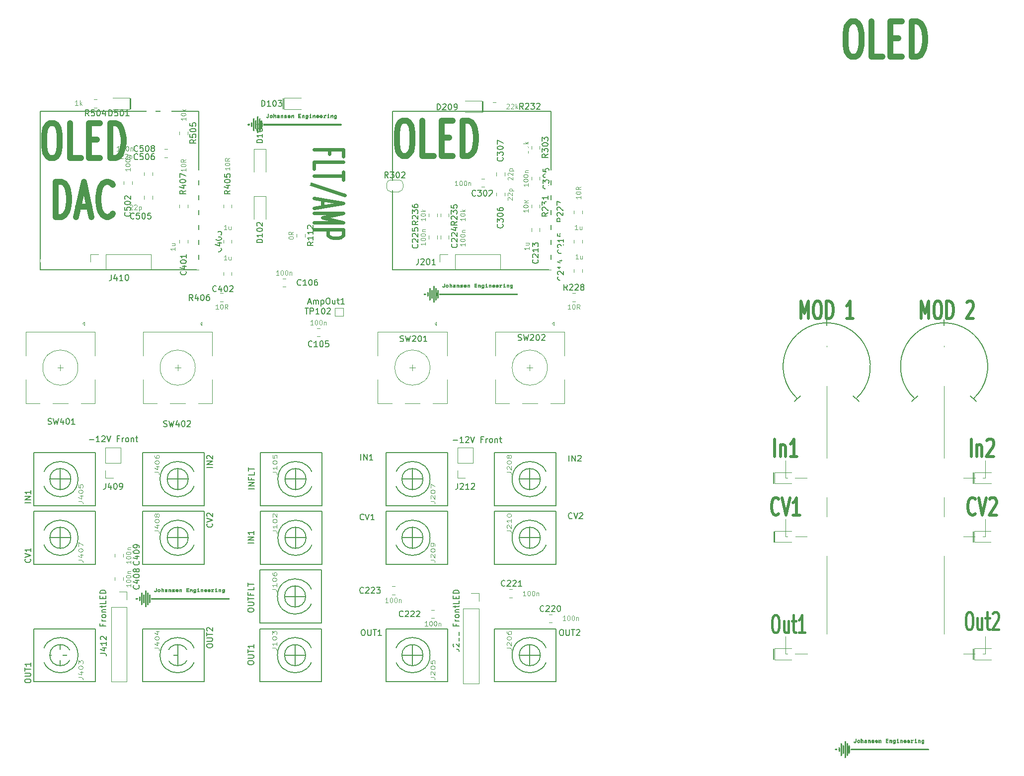
<source format=gto>
G04 #@! TF.GenerationSoftware,KiCad,Pcbnew,(5.1.9)-1*
G04 #@! TF.CreationDate,2021-05-20T23:06:15+02:00*
G04 #@! TF.ProjectId,KicadJE_OLED_Board,4b696361-644a-4455-9f4f-4c45445f426f,Rev A*
G04 #@! TF.SameCoordinates,Original*
G04 #@! TF.FileFunction,Legend,Top*
G04 #@! TF.FilePolarity,Positive*
%FSLAX46Y46*%
G04 Gerber Fmt 4.6, Leading zero omitted, Abs format (unit mm)*
G04 Created by KiCad (PCBNEW (5.1.9)-1) date 2021-05-20 23:06:15*
%MOMM*%
%LPD*%
G01*
G04 APERTURE LIST*
%ADD10C,0.625000*%
%ADD11C,1.000000*%
%ADD12C,0.150000*%
%ADD13C,0.450000*%
%ADD14C,0.120000*%
%ADD15C,0.500000*%
%ADD16C,0.010000*%
%ADD17C,0.100000*%
%ADD18C,0.125000*%
%ADD19C,2.902000*%
%ADD20O,7.102000X4.102000*%
%ADD21C,6.602000*%
%ADD22O,1.802000X1.802000*%
%ADD23O,1.602000X2.902000*%
%ADD24O,1.702000X2.502000*%
%ADD25O,1.702000X2.902000*%
%ADD26C,1.802000*%
%ADD27C,2.102000*%
%ADD28C,1.602000*%
G04 APERTURE END LIST*
D10*
X155857142Y-59633333D02*
X155857142Y-58800000D01*
X153238095Y-58800000D02*
X158238095Y-58800000D01*
X158238095Y-59990476D01*
X153238095Y-62133333D02*
X153238095Y-60942857D01*
X158238095Y-60942857D01*
X158238095Y-62609523D02*
X158238095Y-64038095D01*
X153238095Y-63323809D02*
X158238095Y-63323809D01*
X158476190Y-66657142D02*
X152047619Y-64514285D01*
X154666666Y-67371428D02*
X154666666Y-68561904D01*
X153238095Y-67133333D02*
X158238095Y-67966666D01*
X153238095Y-68800000D01*
X153238095Y-69633333D02*
X158238095Y-69633333D01*
X154666666Y-70466666D01*
X158238095Y-71300000D01*
X153238095Y-71300000D01*
X153238095Y-72490476D02*
X158238095Y-72490476D01*
X158238095Y-73442857D01*
X158000000Y-73680952D01*
X157761904Y-73800000D01*
X157285714Y-73919047D01*
X156571428Y-73919047D01*
X156095238Y-73800000D01*
X155857142Y-73680952D01*
X155619047Y-73442857D01*
X155619047Y-72490476D01*
D11*
X168290476Y-53914285D02*
X169052380Y-53914285D01*
X169433333Y-54200000D01*
X169814285Y-54771428D01*
X170004761Y-55914285D01*
X170004761Y-57914285D01*
X169814285Y-59057142D01*
X169433333Y-59628571D01*
X169052380Y-59914285D01*
X168290476Y-59914285D01*
X167909523Y-59628571D01*
X167528571Y-59057142D01*
X167338095Y-57914285D01*
X167338095Y-55914285D01*
X167528571Y-54771428D01*
X167909523Y-54200000D01*
X168290476Y-53914285D01*
X173623809Y-59914285D02*
X171719047Y-59914285D01*
X171719047Y-53914285D01*
X174957142Y-56771428D02*
X176290476Y-56771428D01*
X176861904Y-59914285D02*
X174957142Y-59914285D01*
X174957142Y-53914285D01*
X176861904Y-53914285D01*
X178576190Y-59914285D02*
X178576190Y-53914285D01*
X179528571Y-53914285D01*
X180100000Y-54200000D01*
X180480952Y-54771428D01*
X180671428Y-55342857D01*
X180861904Y-56485714D01*
X180861904Y-57342857D01*
X180671428Y-58485714D01*
X180480952Y-59057142D01*
X180100000Y-59628571D01*
X179528571Y-59914285D01*
X178576190Y-59914285D01*
X108190476Y-54314285D02*
X108952380Y-54314285D01*
X109333333Y-54600000D01*
X109714285Y-55171428D01*
X109904761Y-56314285D01*
X109904761Y-58314285D01*
X109714285Y-59457142D01*
X109333333Y-60028571D01*
X108952380Y-60314285D01*
X108190476Y-60314285D01*
X107809523Y-60028571D01*
X107428571Y-59457142D01*
X107238095Y-58314285D01*
X107238095Y-56314285D01*
X107428571Y-55171428D01*
X107809523Y-54600000D01*
X108190476Y-54314285D01*
X113523809Y-60314285D02*
X111619047Y-60314285D01*
X111619047Y-54314285D01*
X114857142Y-57171428D02*
X116190476Y-57171428D01*
X116761904Y-60314285D02*
X114857142Y-60314285D01*
X114857142Y-54314285D01*
X116761904Y-54314285D01*
X118476190Y-60314285D02*
X118476190Y-54314285D01*
X119428571Y-54314285D01*
X120000000Y-54600000D01*
X120380952Y-55171428D01*
X120571428Y-55742857D01*
X120761904Y-56885714D01*
X120761904Y-57742857D01*
X120571428Y-58885714D01*
X120380952Y-59457142D01*
X120000000Y-60028571D01*
X119428571Y-60314285D01*
X118476190Y-60314285D01*
X109238095Y-70314285D02*
X109238095Y-64314285D01*
X110190476Y-64314285D01*
X110761904Y-64600000D01*
X111142857Y-65171428D01*
X111333333Y-65742857D01*
X111523809Y-66885714D01*
X111523809Y-67742857D01*
X111333333Y-68885714D01*
X111142857Y-69457142D01*
X110761904Y-70028571D01*
X110190476Y-70314285D01*
X109238095Y-70314285D01*
X113047619Y-68600000D02*
X114952380Y-68600000D01*
X112666666Y-70314285D02*
X114000000Y-64314285D01*
X115333333Y-70314285D01*
X118952380Y-69742857D02*
X118761904Y-70028571D01*
X118190476Y-70314285D01*
X117809523Y-70314285D01*
X117238095Y-70028571D01*
X116857142Y-69457142D01*
X116666666Y-68885714D01*
X116476190Y-67742857D01*
X116476190Y-66885714D01*
X116666666Y-65742857D01*
X116857142Y-65171428D01*
X117238095Y-64600000D01*
X117809523Y-64314285D01*
X118190476Y-64314285D01*
X118761904Y-64600000D01*
X118952380Y-64885714D01*
D12*
X133600000Y-52300000D02*
X133600000Y-79300000D01*
X133600000Y-79300000D02*
X106600000Y-79300000D01*
X106600000Y-79300000D02*
X106600000Y-52300000D01*
X133600000Y-52300000D02*
X106600000Y-52300000D01*
X193600000Y-79300000D02*
X166600000Y-79300000D01*
X166600000Y-79300000D02*
X166600000Y-52300000D01*
X193600000Y-52300000D02*
X166600000Y-52300000D01*
X193600000Y-52300000D02*
X193600000Y-79300000D01*
D13*
X264742857Y-137657142D02*
X265085714Y-137657142D01*
X265257142Y-137800000D01*
X265428571Y-138085714D01*
X265514285Y-138657142D01*
X265514285Y-139657142D01*
X265428571Y-140228571D01*
X265257142Y-140514285D01*
X265085714Y-140657142D01*
X264742857Y-140657142D01*
X264571428Y-140514285D01*
X264400000Y-140228571D01*
X264314285Y-139657142D01*
X264314285Y-138657142D01*
X264400000Y-138085714D01*
X264571428Y-137800000D01*
X264742857Y-137657142D01*
X267057142Y-138657142D02*
X267057142Y-140657142D01*
X266285714Y-138657142D02*
X266285714Y-140228571D01*
X266371428Y-140514285D01*
X266542857Y-140657142D01*
X266800000Y-140657142D01*
X266971428Y-140514285D01*
X267057142Y-140371428D01*
X267657142Y-138657142D02*
X268342857Y-138657142D01*
X267914285Y-137657142D02*
X267914285Y-140228571D01*
X268000000Y-140514285D01*
X268171428Y-140657142D01*
X268342857Y-140657142D01*
X268857142Y-137942857D02*
X268942857Y-137800000D01*
X269114285Y-137657142D01*
X269542857Y-137657142D01*
X269714285Y-137800000D01*
X269800000Y-137942857D01*
X269885714Y-138228571D01*
X269885714Y-138514285D01*
X269800000Y-138942857D01*
X268771428Y-140657142D01*
X269885714Y-140657142D01*
X231742857Y-138157142D02*
X232085714Y-138157142D01*
X232257142Y-138300000D01*
X232428571Y-138585714D01*
X232514285Y-139157142D01*
X232514285Y-140157142D01*
X232428571Y-140728571D01*
X232257142Y-141014285D01*
X232085714Y-141157142D01*
X231742857Y-141157142D01*
X231571428Y-141014285D01*
X231400000Y-140728571D01*
X231314285Y-140157142D01*
X231314285Y-139157142D01*
X231400000Y-138585714D01*
X231571428Y-138300000D01*
X231742857Y-138157142D01*
X234057142Y-139157142D02*
X234057142Y-141157142D01*
X233285714Y-139157142D02*
X233285714Y-140728571D01*
X233371428Y-141014285D01*
X233542857Y-141157142D01*
X233800000Y-141157142D01*
X233971428Y-141014285D01*
X234057142Y-140871428D01*
X234657142Y-139157142D02*
X235342857Y-139157142D01*
X234914285Y-138157142D02*
X234914285Y-140728571D01*
X235000000Y-141014285D01*
X235171428Y-141157142D01*
X235342857Y-141157142D01*
X236885714Y-141157142D02*
X235857142Y-141157142D01*
X236371428Y-141157142D02*
X236371428Y-138157142D01*
X236200000Y-138585714D01*
X236028571Y-138871428D01*
X235857142Y-139014285D01*
D14*
X267600000Y-114800000D02*
X267600000Y-111800000D01*
X267600000Y-124800000D02*
X267600000Y-121800000D01*
D15*
X265242857Y-111157142D02*
X265242857Y-108157142D01*
X266195238Y-109157142D02*
X266195238Y-111157142D01*
X266195238Y-109442857D02*
X266290476Y-109300000D01*
X266480952Y-109157142D01*
X266766666Y-109157142D01*
X266957142Y-109300000D01*
X267052380Y-109585714D01*
X267052380Y-111157142D01*
X267909523Y-108442857D02*
X268004761Y-108300000D01*
X268195238Y-108157142D01*
X268671428Y-108157142D01*
X268861904Y-108300000D01*
X268957142Y-108442857D01*
X269052380Y-108728571D01*
X269052380Y-109014285D01*
X268957142Y-109442857D01*
X267814285Y-111157142D01*
X269052380Y-111157142D01*
X265909523Y-120871428D02*
X265814285Y-121014285D01*
X265528571Y-121157142D01*
X265338095Y-121157142D01*
X265052380Y-121014285D01*
X264861904Y-120728571D01*
X264766666Y-120442857D01*
X264671428Y-119871428D01*
X264671428Y-119442857D01*
X264766666Y-118871428D01*
X264861904Y-118585714D01*
X265052380Y-118300000D01*
X265338095Y-118157142D01*
X265528571Y-118157142D01*
X265814285Y-118300000D01*
X265909523Y-118442857D01*
X266480952Y-118157142D02*
X267147619Y-121157142D01*
X267814285Y-118157142D01*
X268385714Y-118442857D02*
X268480952Y-118300000D01*
X268671428Y-118157142D01*
X269147619Y-118157142D01*
X269338095Y-118300000D01*
X269433333Y-118442857D01*
X269528571Y-118728571D01*
X269528571Y-119014285D01*
X269433333Y-119442857D01*
X268290476Y-121157142D01*
X269528571Y-121157142D01*
X256671428Y-87657142D02*
X256671428Y-84657142D01*
X257338095Y-86800000D01*
X258004761Y-84657142D01*
X258004761Y-87657142D01*
X259338095Y-84657142D02*
X259719047Y-84657142D01*
X259909523Y-84800000D01*
X260100000Y-85085714D01*
X260195238Y-85657142D01*
X260195238Y-86657142D01*
X260100000Y-87228571D01*
X259909523Y-87514285D01*
X259719047Y-87657142D01*
X259338095Y-87657142D01*
X259147619Y-87514285D01*
X258957142Y-87228571D01*
X258861904Y-86657142D01*
X258861904Y-85657142D01*
X258957142Y-85085714D01*
X259147619Y-84800000D01*
X259338095Y-84657142D01*
X261052380Y-87657142D02*
X261052380Y-84657142D01*
X261528571Y-84657142D01*
X261814285Y-84800000D01*
X262004761Y-85085714D01*
X262100000Y-85371428D01*
X262195238Y-85942857D01*
X262195238Y-86371428D01*
X262100000Y-86942857D01*
X262004761Y-87228571D01*
X261814285Y-87514285D01*
X261528571Y-87657142D01*
X261052380Y-87657142D01*
X264480952Y-84942857D02*
X264576190Y-84800000D01*
X264766666Y-84657142D01*
X265242857Y-84657142D01*
X265433333Y-84800000D01*
X265528571Y-84942857D01*
X265623809Y-85228571D01*
X265623809Y-85514285D01*
X265528571Y-85942857D01*
X264385714Y-87657142D01*
X265623809Y-87657142D01*
X232409523Y-120871428D02*
X232314285Y-121014285D01*
X232028571Y-121157142D01*
X231838095Y-121157142D01*
X231552380Y-121014285D01*
X231361904Y-120728571D01*
X231266666Y-120442857D01*
X231171428Y-119871428D01*
X231171428Y-119442857D01*
X231266666Y-118871428D01*
X231361904Y-118585714D01*
X231552380Y-118300000D01*
X231838095Y-118157142D01*
X232028571Y-118157142D01*
X232314285Y-118300000D01*
X232409523Y-118442857D01*
X232980952Y-118157142D02*
X233647619Y-121157142D01*
X234314285Y-118157142D01*
X236028571Y-121157142D02*
X234885714Y-121157142D01*
X235457142Y-121157142D02*
X235457142Y-118157142D01*
X235266666Y-118585714D01*
X235076190Y-118871428D01*
X234885714Y-119014285D01*
X231742857Y-111157142D02*
X231742857Y-108157142D01*
X232695238Y-109157142D02*
X232695238Y-111157142D01*
X232695238Y-109442857D02*
X232790476Y-109300000D01*
X232980952Y-109157142D01*
X233266666Y-109157142D01*
X233457142Y-109300000D01*
X233552380Y-109585714D01*
X233552380Y-111157142D01*
X235552380Y-111157142D02*
X234409523Y-111157142D01*
X234980952Y-111157142D02*
X234980952Y-108157142D01*
X234790476Y-108585714D01*
X234600000Y-108871428D01*
X234409523Y-109014285D01*
X236171428Y-87657142D02*
X236171428Y-84657142D01*
X236838095Y-86800000D01*
X237504761Y-84657142D01*
X237504761Y-87657142D01*
X238838095Y-84657142D02*
X239219047Y-84657142D01*
X239409523Y-84800000D01*
X239600000Y-85085714D01*
X239695238Y-85657142D01*
X239695238Y-86657142D01*
X239600000Y-87228571D01*
X239409523Y-87514285D01*
X239219047Y-87657142D01*
X238838095Y-87657142D01*
X238647619Y-87514285D01*
X238457142Y-87228571D01*
X238361904Y-86657142D01*
X238361904Y-85657142D01*
X238457142Y-85085714D01*
X238647619Y-84800000D01*
X238838095Y-84657142D01*
X240552380Y-87657142D02*
X240552380Y-84657142D01*
X241028571Y-84657142D01*
X241314285Y-84800000D01*
X241504761Y-85085714D01*
X241600000Y-85371428D01*
X241695238Y-85942857D01*
X241695238Y-86371428D01*
X241600000Y-86942857D01*
X241504761Y-87228571D01*
X241314285Y-87514285D01*
X241028571Y-87657142D01*
X240552380Y-87657142D01*
X245123809Y-87657142D02*
X243980952Y-87657142D01*
X244552380Y-87657142D02*
X244552380Y-84657142D01*
X244361904Y-85085714D01*
X244171428Y-85371428D01*
X243980952Y-85514285D01*
D11*
X244790476Y-37014285D02*
X245552380Y-37014285D01*
X245933333Y-37300000D01*
X246314285Y-37871428D01*
X246504761Y-39014285D01*
X246504761Y-41014285D01*
X246314285Y-42157142D01*
X245933333Y-42728571D01*
X245552380Y-43014285D01*
X244790476Y-43014285D01*
X244409523Y-42728571D01*
X244028571Y-42157142D01*
X243838095Y-41014285D01*
X243838095Y-39014285D01*
X244028571Y-37871428D01*
X244409523Y-37300000D01*
X244790476Y-37014285D01*
X250123809Y-43014285D02*
X248219047Y-43014285D01*
X248219047Y-37014285D01*
X251457142Y-39871428D02*
X252790476Y-39871428D01*
X253361904Y-43014285D02*
X251457142Y-43014285D01*
X251457142Y-37014285D01*
X253361904Y-37014285D01*
X255076190Y-43014285D02*
X255076190Y-37014285D01*
X256028571Y-37014285D01*
X256600000Y-37300000D01*
X256980952Y-37871428D01*
X257171428Y-38442857D01*
X257361904Y-39585714D01*
X257361904Y-40442857D01*
X257171428Y-41585714D01*
X256980952Y-42157142D01*
X256600000Y-42728571D01*
X256028571Y-43014285D01*
X255076190Y-43014285D01*
D14*
X240600000Y-144800000D02*
X233600000Y-144800000D01*
X261100000Y-144800000D02*
X267600000Y-144800000D01*
X240600000Y-124800000D02*
X233600000Y-124800000D01*
X233600000Y-144800000D02*
X233600000Y-141800000D01*
X240600000Y-114800000D02*
X233600000Y-114800000D01*
X233600000Y-114800000D02*
X233600000Y-111800000D01*
X233600000Y-124800000D02*
X233600000Y-121800000D01*
X267600000Y-114800000D02*
X267600000Y-111800000D01*
X267600000Y-144800000D02*
X267600000Y-141800000D01*
X267600000Y-124800000D02*
X267600000Y-121800000D01*
X261100000Y-124800000D02*
X267600000Y-124800000D01*
X261100000Y-114800000D02*
X267600000Y-114800000D01*
X240600000Y-144800000D02*
X240600000Y-92300000D01*
X260600000Y-92300000D02*
X260600000Y-144800000D01*
D16*
G36*
X173670832Y-82093784D02*
G01*
X173676078Y-82099962D01*
X173680287Y-82105588D01*
X173684022Y-82112115D01*
X173687310Y-82121013D01*
X173690181Y-82133751D01*
X173692663Y-82151799D01*
X173694783Y-82176627D01*
X173696571Y-82209703D01*
X173698054Y-82252497D01*
X173699262Y-82306478D01*
X173700222Y-82373117D01*
X173700963Y-82453882D01*
X173701514Y-82550243D01*
X173701902Y-82663669D01*
X173702156Y-82795630D01*
X173702304Y-82947596D01*
X173702375Y-83121035D01*
X173702398Y-83317417D01*
X173702400Y-83462998D01*
X173702400Y-84792572D01*
X173673006Y-84820186D01*
X173632942Y-84843429D01*
X173590671Y-84844227D01*
X173552999Y-84822590D01*
X173550494Y-84820005D01*
X173546361Y-84815243D01*
X173542693Y-84809375D01*
X173539463Y-84800941D01*
X173536641Y-84788481D01*
X173534202Y-84770535D01*
X173532116Y-84745641D01*
X173530357Y-84712341D01*
X173528896Y-84669174D01*
X173527705Y-84614680D01*
X173526758Y-84547399D01*
X173526026Y-84465870D01*
X173525482Y-84368633D01*
X173525097Y-84254228D01*
X173524844Y-84121196D01*
X173524696Y-83968075D01*
X173524624Y-83793405D01*
X173524601Y-83595727D01*
X173524600Y-83456969D01*
X173524599Y-82121727D01*
X173553993Y-82094113D01*
X173594057Y-82070230D01*
X173634619Y-82070198D01*
X173670832Y-82093784D01*
G37*
X173670832Y-82093784D02*
X173676078Y-82099962D01*
X173680287Y-82105588D01*
X173684022Y-82112115D01*
X173687310Y-82121013D01*
X173690181Y-82133751D01*
X173692663Y-82151799D01*
X173694783Y-82176627D01*
X173696571Y-82209703D01*
X173698054Y-82252497D01*
X173699262Y-82306478D01*
X173700222Y-82373117D01*
X173700963Y-82453882D01*
X173701514Y-82550243D01*
X173701902Y-82663669D01*
X173702156Y-82795630D01*
X173702304Y-82947596D01*
X173702375Y-83121035D01*
X173702398Y-83317417D01*
X173702400Y-83462998D01*
X173702400Y-84792572D01*
X173673006Y-84820186D01*
X173632942Y-84843429D01*
X173590671Y-84844227D01*
X173552999Y-84822590D01*
X173550494Y-84820005D01*
X173546361Y-84815243D01*
X173542693Y-84809375D01*
X173539463Y-84800941D01*
X173536641Y-84788481D01*
X173534202Y-84770535D01*
X173532116Y-84745641D01*
X173530357Y-84712341D01*
X173528896Y-84669174D01*
X173527705Y-84614680D01*
X173526758Y-84547399D01*
X173526026Y-84465870D01*
X173525482Y-84368633D01*
X173525097Y-84254228D01*
X173524844Y-84121196D01*
X173524696Y-83968075D01*
X173524624Y-83793405D01*
X173524601Y-83595727D01*
X173524600Y-83456969D01*
X173524599Y-82121727D01*
X173553993Y-82094113D01*
X173594057Y-82070230D01*
X173634619Y-82070198D01*
X173670832Y-82093784D01*
G36*
X172956284Y-82423835D02*
G01*
X172989603Y-82443551D01*
X173008462Y-82475566D01*
X173009709Y-82492673D01*
X173010900Y-82533154D01*
X173012017Y-82594985D01*
X173013044Y-82676140D01*
X173013966Y-82774594D01*
X173014765Y-82888322D01*
X173015427Y-83015299D01*
X173015934Y-83153499D01*
X173016271Y-83300897D01*
X173016421Y-83455468D01*
X173016426Y-83473602D01*
X173016600Y-84442554D01*
X172985427Y-84473727D01*
X172948935Y-84499588D01*
X172912686Y-84501150D01*
X172872291Y-84478601D01*
X172872262Y-84478578D01*
X172838800Y-84452256D01*
X172838800Y-83468093D01*
X172838958Y-83258810D01*
X172839437Y-83074594D01*
X172840240Y-82915112D01*
X172841372Y-82780033D01*
X172842838Y-82669025D01*
X172844641Y-82581755D01*
X172846787Y-82517893D01*
X172849279Y-82477107D01*
X172852122Y-82459064D01*
X172852272Y-82458757D01*
X172879644Y-82430579D01*
X172916973Y-82419224D01*
X172956284Y-82423835D01*
G37*
X172956284Y-82423835D02*
X172989603Y-82443551D01*
X173008462Y-82475566D01*
X173009709Y-82492673D01*
X173010900Y-82533154D01*
X173012017Y-82594985D01*
X173013044Y-82676140D01*
X173013966Y-82774594D01*
X173014765Y-82888322D01*
X173015427Y-83015299D01*
X173015934Y-83153499D01*
X173016271Y-83300897D01*
X173016421Y-83455468D01*
X173016426Y-83473602D01*
X173016600Y-84442554D01*
X172985427Y-84473727D01*
X172948935Y-84499588D01*
X172912686Y-84501150D01*
X172872291Y-84478601D01*
X172872262Y-84478578D01*
X172838800Y-84452256D01*
X172838800Y-83468093D01*
X172838958Y-83258810D01*
X172839437Y-83074594D01*
X172840240Y-82915112D01*
X172841372Y-82780033D01*
X172842838Y-82669025D01*
X172844641Y-82581755D01*
X172846787Y-82517893D01*
X172849279Y-82477107D01*
X172852122Y-82459064D01*
X172852272Y-82458757D01*
X172879644Y-82430579D01*
X172916973Y-82419224D01*
X172956284Y-82423835D01*
G36*
X174000053Y-82428088D02*
G01*
X174021879Y-82446790D01*
X174026201Y-82453072D01*
X174029958Y-82461651D01*
X174033188Y-82474239D01*
X174035931Y-82492549D01*
X174038227Y-82518294D01*
X174040115Y-82553187D01*
X174041635Y-82598939D01*
X174042826Y-82657264D01*
X174043729Y-82729875D01*
X174044382Y-82818483D01*
X174044826Y-82924802D01*
X174045099Y-83050544D01*
X174045242Y-83197422D01*
X174045295Y-83367149D01*
X174045300Y-83459134D01*
X174045300Y-84442554D01*
X174014127Y-84473727D01*
X173976174Y-84499826D01*
X173938933Y-84500608D01*
X173901063Y-84476073D01*
X173898672Y-84473727D01*
X173867500Y-84442554D01*
X173867500Y-83459134D01*
X173867522Y-83277591D01*
X173867616Y-83119736D01*
X173867821Y-82983856D01*
X173868176Y-82868238D01*
X173868722Y-82771169D01*
X173869497Y-82690937D01*
X173870542Y-82625829D01*
X173871896Y-82574133D01*
X173873599Y-82534135D01*
X173875690Y-82504124D01*
X173878209Y-82482386D01*
X173881195Y-82467209D01*
X173884689Y-82456880D01*
X173888730Y-82449687D01*
X173890920Y-82446790D01*
X173925484Y-82422461D01*
X173956400Y-82417866D01*
X174000053Y-82428088D01*
G37*
X174000053Y-82428088D02*
X174021879Y-82446790D01*
X174026201Y-82453072D01*
X174029958Y-82461651D01*
X174033188Y-82474239D01*
X174035931Y-82492549D01*
X174038227Y-82518294D01*
X174040115Y-82553187D01*
X174041635Y-82598939D01*
X174042826Y-82657264D01*
X174043729Y-82729875D01*
X174044382Y-82818483D01*
X174044826Y-82924802D01*
X174045099Y-83050544D01*
X174045242Y-83197422D01*
X174045295Y-83367149D01*
X174045300Y-83459134D01*
X174045300Y-84442554D01*
X174014127Y-84473727D01*
X173976174Y-84499826D01*
X173938933Y-84500608D01*
X173901063Y-84476073D01*
X173898672Y-84473727D01*
X173867500Y-84442554D01*
X173867500Y-83459134D01*
X173867522Y-83277591D01*
X173867616Y-83119736D01*
X173867821Y-82983856D01*
X173868176Y-82868238D01*
X173868722Y-82771169D01*
X173869497Y-82690937D01*
X173870542Y-82625829D01*
X173871896Y-82574133D01*
X173873599Y-82534135D01*
X173875690Y-82504124D01*
X173878209Y-82482386D01*
X173881195Y-82467209D01*
X173884689Y-82456880D01*
X173888730Y-82449687D01*
X173890920Y-82446790D01*
X173925484Y-82422461D01*
X173956400Y-82417866D01*
X174000053Y-82428088D01*
G36*
X173314153Y-82773366D02*
G01*
X173316323Y-82774719D01*
X173325899Y-82782268D01*
X173333948Y-82792460D01*
X173340603Y-82807408D01*
X173345994Y-82829227D01*
X173350255Y-82860029D01*
X173353517Y-82901931D01*
X173355911Y-82957044D01*
X173357571Y-83027484D01*
X173358628Y-83115364D01*
X173359213Y-83222799D01*
X173359458Y-83351902D01*
X173359500Y-83466620D01*
X173359473Y-83608969D01*
X173359337Y-83728100D01*
X173359005Y-83826193D01*
X173358390Y-83905429D01*
X173357406Y-83967989D01*
X173355968Y-84016055D01*
X173353988Y-84051807D01*
X173351381Y-84077427D01*
X173348060Y-84095095D01*
X173343939Y-84106993D01*
X173338933Y-84115301D01*
X173333605Y-84121505D01*
X173298709Y-84144001D01*
X173257871Y-84149644D01*
X173220403Y-84138462D01*
X173201470Y-84121074D01*
X173196956Y-84112113D01*
X173193172Y-84097824D01*
X173190056Y-84076107D01*
X173187546Y-84044866D01*
X173185580Y-84002001D01*
X173184094Y-83945415D01*
X173183028Y-83873009D01*
X173182319Y-83782686D01*
X173181905Y-83672347D01*
X173181723Y-83539893D01*
X173181700Y-83454324D01*
X173181727Y-83310547D01*
X173181866Y-83190018D01*
X173182197Y-83090586D01*
X173182804Y-83010100D01*
X173183768Y-82946407D01*
X173185173Y-82897357D01*
X173187099Y-82860797D01*
X173189630Y-82834577D01*
X173192848Y-82816544D01*
X173196835Y-82804547D01*
X173201673Y-82796434D01*
X173207100Y-82790400D01*
X173239677Y-82771493D01*
X173279644Y-82765200D01*
X173314153Y-82773366D01*
G37*
X173314153Y-82773366D02*
X173316323Y-82774719D01*
X173325899Y-82782268D01*
X173333948Y-82792460D01*
X173340603Y-82807408D01*
X173345994Y-82829227D01*
X173350255Y-82860029D01*
X173353517Y-82901931D01*
X173355911Y-82957044D01*
X173357571Y-83027484D01*
X173358628Y-83115364D01*
X173359213Y-83222799D01*
X173359458Y-83351902D01*
X173359500Y-83466620D01*
X173359473Y-83608969D01*
X173359337Y-83728100D01*
X173359005Y-83826193D01*
X173358390Y-83905429D01*
X173357406Y-83967989D01*
X173355968Y-84016055D01*
X173353988Y-84051807D01*
X173351381Y-84077427D01*
X173348060Y-84095095D01*
X173343939Y-84106993D01*
X173338933Y-84115301D01*
X173333605Y-84121505D01*
X173298709Y-84144001D01*
X173257871Y-84149644D01*
X173220403Y-84138462D01*
X173201470Y-84121074D01*
X173196956Y-84112113D01*
X173193172Y-84097824D01*
X173190056Y-84076107D01*
X173187546Y-84044866D01*
X173185580Y-84002001D01*
X173184094Y-83945415D01*
X173183028Y-83873009D01*
X173182319Y-83782686D01*
X173181905Y-83672347D01*
X173181723Y-83539893D01*
X173181700Y-83454324D01*
X173181727Y-83310547D01*
X173181866Y-83190018D01*
X173182197Y-83090586D01*
X173182804Y-83010100D01*
X173183768Y-82946407D01*
X173185173Y-82897357D01*
X173187099Y-82860797D01*
X173189630Y-82834577D01*
X173192848Y-82816544D01*
X173196835Y-82804547D01*
X173201673Y-82796434D01*
X173207100Y-82790400D01*
X173239677Y-82771493D01*
X173279644Y-82765200D01*
X173314153Y-82773366D01*
G36*
X174330360Y-82784148D02*
G01*
X174337400Y-82790400D01*
X174343118Y-82796819D01*
X174347907Y-82805090D01*
X174351849Y-82817365D01*
X174355026Y-82835795D01*
X174357522Y-82862532D01*
X174359417Y-82899728D01*
X174360795Y-82949533D01*
X174361737Y-83014100D01*
X174362326Y-83095579D01*
X174362645Y-83196124D01*
X174362775Y-83317884D01*
X174362800Y-83454324D01*
X174362722Y-83600224D01*
X174362446Y-83722823D01*
X174361912Y-83824218D01*
X174361055Y-83906508D01*
X174359815Y-83971791D01*
X174358129Y-84022165D01*
X174355934Y-84059728D01*
X174353169Y-84086578D01*
X174349771Y-84104814D01*
X174345678Y-84116533D01*
X174343029Y-84121074D01*
X174313262Y-84143781D01*
X174273733Y-84149686D01*
X174233757Y-84138757D01*
X174210894Y-84121505D01*
X174205058Y-84114613D01*
X174200171Y-84106105D01*
X174196150Y-84093817D01*
X174192910Y-84075586D01*
X174190367Y-84049248D01*
X174188437Y-84012641D01*
X174187035Y-83963601D01*
X174186077Y-83899964D01*
X174185479Y-83819567D01*
X174185156Y-83720246D01*
X174185025Y-83599839D01*
X174185000Y-83457150D01*
X174185025Y-83313643D01*
X174185158Y-83193374D01*
X174185482Y-83094178D01*
X174186082Y-83013891D01*
X174187043Y-82950352D01*
X174188447Y-82901395D01*
X174190381Y-82864858D01*
X174192928Y-82838577D01*
X174196172Y-82820390D01*
X174200199Y-82808132D01*
X174205091Y-82799641D01*
X174210894Y-82792794D01*
X174247738Y-82769943D01*
X174290793Y-82767000D01*
X174330360Y-82784148D01*
G37*
X174330360Y-82784148D02*
X174337400Y-82790400D01*
X174343118Y-82796819D01*
X174347907Y-82805090D01*
X174351849Y-82817365D01*
X174355026Y-82835795D01*
X174357522Y-82862532D01*
X174359417Y-82899728D01*
X174360795Y-82949533D01*
X174361737Y-83014100D01*
X174362326Y-83095579D01*
X174362645Y-83196124D01*
X174362775Y-83317884D01*
X174362800Y-83454324D01*
X174362722Y-83600224D01*
X174362446Y-83722823D01*
X174361912Y-83824218D01*
X174361055Y-83906508D01*
X174359815Y-83971791D01*
X174358129Y-84022165D01*
X174355934Y-84059728D01*
X174353169Y-84086578D01*
X174349771Y-84104814D01*
X174345678Y-84116533D01*
X174343029Y-84121074D01*
X174313262Y-84143781D01*
X174273733Y-84149686D01*
X174233757Y-84138757D01*
X174210894Y-84121505D01*
X174205058Y-84114613D01*
X174200171Y-84106105D01*
X174196150Y-84093817D01*
X174192910Y-84075586D01*
X174190367Y-84049248D01*
X174188437Y-84012641D01*
X174187035Y-83963601D01*
X174186077Y-83899964D01*
X174185479Y-83819567D01*
X174185156Y-83720246D01*
X174185025Y-83599839D01*
X174185000Y-83457150D01*
X174185025Y-83313643D01*
X174185158Y-83193374D01*
X174185482Y-83094178D01*
X174186082Y-83013891D01*
X174187043Y-82950352D01*
X174188447Y-82901395D01*
X174190381Y-82864858D01*
X174192928Y-82838577D01*
X174196172Y-82820390D01*
X174200199Y-82808132D01*
X174205091Y-82799641D01*
X174210894Y-82792794D01*
X174247738Y-82769943D01*
X174290793Y-82767000D01*
X174330360Y-82784148D01*
G36*
X172604557Y-83113054D02*
G01*
X172637368Y-83132157D01*
X172646941Y-83140516D01*
X172654270Y-83150303D01*
X172659707Y-83164826D01*
X172663605Y-83187391D01*
X172666317Y-83221307D01*
X172668194Y-83269882D01*
X172669589Y-83336423D01*
X172670854Y-83424238D01*
X172671188Y-83449571D01*
X172675026Y-83742728D01*
X172643190Y-83774564D01*
X172603435Y-83801023D01*
X172563527Y-83802725D01*
X172526040Y-83779617D01*
X172523513Y-83777006D01*
X172514675Y-83766635D01*
X172507956Y-83754549D01*
X172503065Y-83737371D01*
X172499714Y-83711724D01*
X172497611Y-83674232D01*
X172496468Y-83621520D01*
X172495994Y-83550210D01*
X172495900Y-83456927D01*
X172495900Y-83455370D01*
X172495965Y-83361929D01*
X172496367Y-83290539D01*
X172497413Y-83237846D01*
X172499412Y-83200503D01*
X172502670Y-83175156D01*
X172507497Y-83158457D01*
X172514200Y-83147055D01*
X172523086Y-83137598D01*
X172525293Y-83135513D01*
X172564470Y-83111609D01*
X172604557Y-83113054D01*
G37*
X172604557Y-83113054D02*
X172637368Y-83132157D01*
X172646941Y-83140516D01*
X172654270Y-83150303D01*
X172659707Y-83164826D01*
X172663605Y-83187391D01*
X172666317Y-83221307D01*
X172668194Y-83269882D01*
X172669589Y-83336423D01*
X172670854Y-83424238D01*
X172671188Y-83449571D01*
X172675026Y-83742728D01*
X172643190Y-83774564D01*
X172603435Y-83801023D01*
X172563527Y-83802725D01*
X172526040Y-83779617D01*
X172523513Y-83777006D01*
X172514675Y-83766635D01*
X172507956Y-83754549D01*
X172503065Y-83737371D01*
X172499714Y-83711724D01*
X172497611Y-83674232D01*
X172496468Y-83621520D01*
X172495994Y-83550210D01*
X172495900Y-83456927D01*
X172495900Y-83455370D01*
X172495965Y-83361929D01*
X172496367Y-83290539D01*
X172497413Y-83237846D01*
X172499412Y-83200503D01*
X172502670Y-83175156D01*
X172507497Y-83158457D01*
X172514200Y-83147055D01*
X172523086Y-83137598D01*
X172525293Y-83135513D01*
X172564470Y-83111609D01*
X172604557Y-83113054D01*
G36*
X172144043Y-83364392D02*
G01*
X172192101Y-83373191D01*
X172222105Y-83390281D01*
X172237542Y-83417645D01*
X172241900Y-83457150D01*
X172237607Y-83496532D01*
X172222399Y-83523780D01*
X172192781Y-83540862D01*
X172145257Y-83549745D01*
X172076332Y-83552395D01*
X172072663Y-83552400D01*
X172015908Y-83551825D01*
X171978492Y-83549290D01*
X171954365Y-83543576D01*
X171937476Y-83533466D01*
X171926613Y-83523006D01*
X171903252Y-83482112D01*
X171901503Y-83437488D01*
X171921260Y-83397000D01*
X171928393Y-83389513D01*
X171945574Y-83376180D01*
X171966619Y-83367937D01*
X171997738Y-83363612D01*
X172045141Y-83362030D01*
X172074443Y-83361900D01*
X172144043Y-83364392D01*
G37*
X172144043Y-83364392D02*
X172192101Y-83373191D01*
X172222105Y-83390281D01*
X172237542Y-83417645D01*
X172241900Y-83457150D01*
X172237607Y-83496532D01*
X172222399Y-83523780D01*
X172192781Y-83540862D01*
X172145257Y-83549745D01*
X172076332Y-83552395D01*
X172072663Y-83552400D01*
X172015908Y-83551825D01*
X171978492Y-83549290D01*
X171954365Y-83543576D01*
X171937476Y-83533466D01*
X171926613Y-83523006D01*
X171903252Y-83482112D01*
X171901503Y-83437488D01*
X171921260Y-83397000D01*
X171928393Y-83389513D01*
X171945574Y-83376180D01*
X171966619Y-83367937D01*
X171997738Y-83363612D01*
X172045141Y-83362030D01*
X172074443Y-83361900D01*
X172144043Y-83364392D01*
G36*
X187835286Y-83391293D02*
G01*
X187858647Y-83432187D01*
X187860396Y-83476811D01*
X187840639Y-83517299D01*
X187833506Y-83524786D01*
X187804112Y-83552400D01*
X174618643Y-83552400D01*
X174592321Y-83518937D01*
X174573769Y-83487072D01*
X174566000Y-83457272D01*
X174566000Y-83457150D01*
X174573694Y-83427404D01*
X174592207Y-83395507D01*
X174592321Y-83395362D01*
X174618643Y-83361900D01*
X181213157Y-83361899D01*
X187807672Y-83361899D01*
X187835286Y-83391293D01*
G37*
X187835286Y-83391293D02*
X187858647Y-83432187D01*
X187860396Y-83476811D01*
X187840639Y-83517299D01*
X187833506Y-83524786D01*
X187804112Y-83552400D01*
X174618643Y-83552400D01*
X174592321Y-83518937D01*
X174573769Y-83487072D01*
X174566000Y-83457272D01*
X174566000Y-83457150D01*
X174573694Y-83427404D01*
X174592207Y-83395507D01*
X174592321Y-83395362D01*
X174618643Y-83361900D01*
X181213157Y-83361899D01*
X187807672Y-83361899D01*
X187835286Y-83391293D01*
G36*
X182005674Y-81845453D02*
G01*
X182034230Y-81857276D01*
X182059896Y-81867208D01*
X182071557Y-81864762D01*
X182071700Y-81863626D01*
X182082965Y-81855469D01*
X182111110Y-81850932D01*
X182122500Y-81850600D01*
X182173300Y-81850600D01*
X182173300Y-82102721D01*
X182173165Y-82189193D01*
X182172509Y-82254155D01*
X182170951Y-82301497D01*
X182168112Y-82335109D01*
X182163612Y-82358879D01*
X182157072Y-82376699D01*
X182148110Y-82392457D01*
X182144471Y-82397996D01*
X182099065Y-82444194D01*
X182038438Y-82473830D01*
X181967589Y-82485713D01*
X181891516Y-82478656D01*
X181852504Y-82467447D01*
X181806878Y-82447420D01*
X181776752Y-82426476D01*
X181766900Y-82409251D01*
X181774136Y-82393145D01*
X181789155Y-82372029D01*
X181811410Y-82344546D01*
X181873470Y-82371998D01*
X181934709Y-82390625D01*
X181988937Y-82391271D01*
X182032369Y-82375328D01*
X182061218Y-82344187D01*
X182071699Y-82299238D01*
X182071700Y-82299155D01*
X182071700Y-82256347D01*
X182034230Y-82275723D01*
X181973661Y-82294532D01*
X181914193Y-82290756D01*
X181859341Y-82267099D01*
X181812620Y-82226262D01*
X181777544Y-82170946D01*
X181757628Y-82103853D01*
X181754506Y-82061944D01*
X181856495Y-82061944D01*
X181863037Y-82113003D01*
X181885751Y-82158341D01*
X181920697Y-82189108D01*
X181958845Y-82200009D01*
X182004396Y-82198768D01*
X182044159Y-82186299D01*
X182053783Y-82179859D01*
X182063335Y-82159334D01*
X182069510Y-82121682D01*
X182072236Y-82074854D01*
X182071445Y-82026803D01*
X182067067Y-81985480D01*
X182059031Y-81958838D01*
X182055753Y-81954776D01*
X182015084Y-81935364D01*
X181965872Y-81931601D01*
X181931154Y-81939850D01*
X181890828Y-81968826D01*
X181865850Y-82011704D01*
X181856495Y-82061944D01*
X181754506Y-82061944D01*
X181754408Y-82060634D01*
X181764773Y-81990522D01*
X181792835Y-81930408D01*
X181834776Y-81883069D01*
X181886776Y-81851279D01*
X181945015Y-81837816D01*
X182005674Y-81845453D01*
G37*
X182005674Y-81845453D02*
X182034230Y-81857276D01*
X182059896Y-81867208D01*
X182071557Y-81864762D01*
X182071700Y-81863626D01*
X182082965Y-81855469D01*
X182111110Y-81850932D01*
X182122500Y-81850600D01*
X182173300Y-81850600D01*
X182173300Y-82102721D01*
X182173165Y-82189193D01*
X182172509Y-82254155D01*
X182170951Y-82301497D01*
X182168112Y-82335109D01*
X182163612Y-82358879D01*
X182157072Y-82376699D01*
X182148110Y-82392457D01*
X182144471Y-82397996D01*
X182099065Y-82444194D01*
X182038438Y-82473830D01*
X181967589Y-82485713D01*
X181891516Y-82478656D01*
X181852504Y-82467447D01*
X181806878Y-82447420D01*
X181776752Y-82426476D01*
X181766900Y-82409251D01*
X181774136Y-82393145D01*
X181789155Y-82372029D01*
X181811410Y-82344546D01*
X181873470Y-82371998D01*
X181934709Y-82390625D01*
X181988937Y-82391271D01*
X182032369Y-82375328D01*
X182061218Y-82344187D01*
X182071699Y-82299238D01*
X182071700Y-82299155D01*
X182071700Y-82256347D01*
X182034230Y-82275723D01*
X181973661Y-82294532D01*
X181914193Y-82290756D01*
X181859341Y-82267099D01*
X181812620Y-82226262D01*
X181777544Y-82170946D01*
X181757628Y-82103853D01*
X181754506Y-82061944D01*
X181856495Y-82061944D01*
X181863037Y-82113003D01*
X181885751Y-82158341D01*
X181920697Y-82189108D01*
X181958845Y-82200009D01*
X182004396Y-82198768D01*
X182044159Y-82186299D01*
X182053783Y-82179859D01*
X182063335Y-82159334D01*
X182069510Y-82121682D01*
X182072236Y-82074854D01*
X182071445Y-82026803D01*
X182067067Y-81985480D01*
X182059031Y-81958838D01*
X182055753Y-81954776D01*
X182015084Y-81935364D01*
X181965872Y-81931601D01*
X181931154Y-81939850D01*
X181890828Y-81968826D01*
X181865850Y-82011704D01*
X181856495Y-82061944D01*
X181754506Y-82061944D01*
X181754408Y-82060634D01*
X181764773Y-81990522D01*
X181792835Y-81930408D01*
X181834776Y-81883069D01*
X181886776Y-81851279D01*
X181945015Y-81837816D01*
X182005674Y-81845453D01*
G36*
X186882474Y-81845453D02*
G01*
X186911030Y-81857276D01*
X186936696Y-81867208D01*
X186948357Y-81864762D01*
X186948500Y-81863626D01*
X186959765Y-81855469D01*
X186987910Y-81850932D01*
X186999300Y-81850600D01*
X187050100Y-81850600D01*
X187050100Y-82102721D01*
X187049965Y-82189193D01*
X187049309Y-82254155D01*
X187047751Y-82301497D01*
X187044912Y-82335109D01*
X187040412Y-82358879D01*
X187033872Y-82376699D01*
X187024910Y-82392457D01*
X187021271Y-82397996D01*
X186975865Y-82444194D01*
X186915238Y-82473830D01*
X186844389Y-82485713D01*
X186768316Y-82478656D01*
X186729304Y-82467447D01*
X186683678Y-82447420D01*
X186653552Y-82426476D01*
X186643700Y-82409251D01*
X186650936Y-82393145D01*
X186665955Y-82372029D01*
X186688210Y-82344546D01*
X186750270Y-82371998D01*
X186811509Y-82390625D01*
X186865737Y-82391271D01*
X186909169Y-82375328D01*
X186938018Y-82344187D01*
X186948499Y-82299238D01*
X186948500Y-82299155D01*
X186948500Y-82256347D01*
X186911030Y-82275723D01*
X186850461Y-82294532D01*
X186790993Y-82290756D01*
X186736141Y-82267099D01*
X186689420Y-82226262D01*
X186654344Y-82170946D01*
X186634428Y-82103853D01*
X186631306Y-82061944D01*
X186733295Y-82061944D01*
X186739837Y-82113003D01*
X186762551Y-82158341D01*
X186797497Y-82189108D01*
X186835645Y-82200009D01*
X186881196Y-82198768D01*
X186920959Y-82186299D01*
X186930583Y-82179859D01*
X186940135Y-82159334D01*
X186946310Y-82121682D01*
X186949036Y-82074854D01*
X186948245Y-82026803D01*
X186943867Y-81985480D01*
X186935831Y-81958838D01*
X186932553Y-81954776D01*
X186891884Y-81935364D01*
X186842672Y-81931601D01*
X186807954Y-81939850D01*
X186767628Y-81968826D01*
X186742650Y-82011704D01*
X186733295Y-82061944D01*
X186631306Y-82061944D01*
X186631208Y-82060634D01*
X186641573Y-81990522D01*
X186669635Y-81930408D01*
X186711576Y-81883069D01*
X186763576Y-81851279D01*
X186821815Y-81837816D01*
X186882474Y-81845453D01*
G37*
X186882474Y-81845453D02*
X186911030Y-81857276D01*
X186936696Y-81867208D01*
X186948357Y-81864762D01*
X186948500Y-81863626D01*
X186959765Y-81855469D01*
X186987910Y-81850932D01*
X186999300Y-81850600D01*
X187050100Y-81850600D01*
X187050100Y-82102721D01*
X187049965Y-82189193D01*
X187049309Y-82254155D01*
X187047751Y-82301497D01*
X187044912Y-82335109D01*
X187040412Y-82358879D01*
X187033872Y-82376699D01*
X187024910Y-82392457D01*
X187021271Y-82397996D01*
X186975865Y-82444194D01*
X186915238Y-82473830D01*
X186844389Y-82485713D01*
X186768316Y-82478656D01*
X186729304Y-82467447D01*
X186683678Y-82447420D01*
X186653552Y-82426476D01*
X186643700Y-82409251D01*
X186650936Y-82393145D01*
X186665955Y-82372029D01*
X186688210Y-82344546D01*
X186750270Y-82371998D01*
X186811509Y-82390625D01*
X186865737Y-82391271D01*
X186909169Y-82375328D01*
X186938018Y-82344187D01*
X186948499Y-82299238D01*
X186948500Y-82299155D01*
X186948500Y-82256347D01*
X186911030Y-82275723D01*
X186850461Y-82294532D01*
X186790993Y-82290756D01*
X186736141Y-82267099D01*
X186689420Y-82226262D01*
X186654344Y-82170946D01*
X186634428Y-82103853D01*
X186631306Y-82061944D01*
X186733295Y-82061944D01*
X186739837Y-82113003D01*
X186762551Y-82158341D01*
X186797497Y-82189108D01*
X186835645Y-82200009D01*
X186881196Y-82198768D01*
X186920959Y-82186299D01*
X186930583Y-82179859D01*
X186940135Y-82159334D01*
X186946310Y-82121682D01*
X186949036Y-82074854D01*
X186948245Y-82026803D01*
X186943867Y-81985480D01*
X186935831Y-81958838D01*
X186932553Y-81954776D01*
X186891884Y-81935364D01*
X186842672Y-81931601D01*
X186807954Y-81939850D01*
X186767628Y-81968826D01*
X186742650Y-82011704D01*
X186733295Y-82061944D01*
X186631306Y-82061944D01*
X186631208Y-82060634D01*
X186641573Y-81990522D01*
X186669635Y-81930408D01*
X186711576Y-81883069D01*
X186763576Y-81851279D01*
X186821815Y-81837816D01*
X186882474Y-81845453D01*
G36*
X175480400Y-81911409D02*
G01*
X175480207Y-81995945D01*
X175479354Y-82059353D01*
X175477427Y-82105900D01*
X175474013Y-82139855D01*
X175468700Y-82165488D01*
X175461073Y-82187068D01*
X175451825Y-82206684D01*
X175414747Y-82259147D01*
X175378800Y-82285555D01*
X175326340Y-82301642D01*
X175264265Y-82306377D01*
X175205952Y-82299199D01*
X175188306Y-82293532D01*
X175139112Y-82263215D01*
X175095891Y-82217614D01*
X175079143Y-82190955D01*
X175064437Y-82157641D01*
X175065977Y-82137654D01*
X175085821Y-82123253D01*
X175098633Y-82117617D01*
X175135503Y-82108790D01*
X175157582Y-82117789D01*
X175162900Y-82135970D01*
X175173231Y-82157685D01*
X175198688Y-82182819D01*
X175230963Y-82204987D01*
X175261750Y-82217804D01*
X175270785Y-82218900D01*
X175304376Y-82216521D01*
X175330288Y-82207494D01*
X175349489Y-82188978D01*
X175362946Y-82158134D01*
X175371628Y-82112122D01*
X175376503Y-82048104D01*
X175378539Y-81963238D01*
X175378800Y-81902030D01*
X175378800Y-81672800D01*
X175480400Y-81672800D01*
X175480400Y-81911409D01*
G37*
X175480400Y-81911409D02*
X175480207Y-81995945D01*
X175479354Y-82059353D01*
X175477427Y-82105900D01*
X175474013Y-82139855D01*
X175468700Y-82165488D01*
X175461073Y-82187068D01*
X175451825Y-82206684D01*
X175414747Y-82259147D01*
X175378800Y-82285555D01*
X175326340Y-82301642D01*
X175264265Y-82306377D01*
X175205952Y-82299199D01*
X175188306Y-82293532D01*
X175139112Y-82263215D01*
X175095891Y-82217614D01*
X175079143Y-82190955D01*
X175064437Y-82157641D01*
X175065977Y-82137654D01*
X175085821Y-82123253D01*
X175098633Y-82117617D01*
X175135503Y-82108790D01*
X175157582Y-82117789D01*
X175162900Y-82135970D01*
X175173231Y-82157685D01*
X175198688Y-82182819D01*
X175230963Y-82204987D01*
X175261750Y-82217804D01*
X175270785Y-82218900D01*
X175304376Y-82216521D01*
X175330288Y-82207494D01*
X175349489Y-82188978D01*
X175362946Y-82158134D01*
X175371628Y-82112122D01*
X175376503Y-82048104D01*
X175378539Y-81963238D01*
X175378800Y-81902030D01*
X175378800Y-81672800D01*
X175480400Y-81672800D01*
X175480400Y-81911409D01*
G36*
X175971766Y-81849125D02*
G01*
X176036474Y-81881026D01*
X176085862Y-81930946D01*
X176117285Y-81996222D01*
X176128100Y-82072850D01*
X176116996Y-82150946D01*
X176085342Y-82215890D01*
X176035619Y-82265231D01*
X175970311Y-82296521D01*
X175891901Y-82307311D01*
X175890382Y-82307302D01*
X175844577Y-82303339D01*
X175802640Y-82294004D01*
X175791550Y-82289872D01*
X175734427Y-82251464D01*
X175692316Y-82196767D01*
X175667086Y-82131225D01*
X175661549Y-82070613D01*
X175763689Y-82070613D01*
X175770887Y-82121333D01*
X175793418Y-82165316D01*
X175829178Y-82197772D01*
X175876060Y-82213913D01*
X175911517Y-82213383D01*
X175951518Y-82199561D01*
X175987147Y-82175119D01*
X175987717Y-82174555D01*
X176007668Y-82149695D01*
X176017404Y-82120658D01*
X176020137Y-82077372D01*
X176020150Y-82072850D01*
X176017996Y-82028557D01*
X176009183Y-81999009D01*
X175990186Y-81973742D01*
X175984936Y-81968363D01*
X175954595Y-81944450D01*
X175920047Y-81934461D01*
X175891761Y-81933150D01*
X175850653Y-81936400D01*
X175822923Y-81949203D01*
X175803716Y-81968125D01*
X175773930Y-82017947D01*
X175763689Y-82070613D01*
X175661549Y-82070613D01*
X175660605Y-82060283D01*
X175674742Y-81989388D01*
X175682203Y-81971250D01*
X175722955Y-81906733D01*
X175776394Y-81863869D01*
X175844061Y-81841689D01*
X175894384Y-81837900D01*
X175971766Y-81849125D01*
G37*
X175971766Y-81849125D02*
X176036474Y-81881026D01*
X176085862Y-81930946D01*
X176117285Y-81996222D01*
X176128100Y-82072850D01*
X176116996Y-82150946D01*
X176085342Y-82215890D01*
X176035619Y-82265231D01*
X175970311Y-82296521D01*
X175891901Y-82307311D01*
X175890382Y-82307302D01*
X175844577Y-82303339D01*
X175802640Y-82294004D01*
X175791550Y-82289872D01*
X175734427Y-82251464D01*
X175692316Y-82196767D01*
X175667086Y-82131225D01*
X175661549Y-82070613D01*
X175763689Y-82070613D01*
X175770887Y-82121333D01*
X175793418Y-82165316D01*
X175829178Y-82197772D01*
X175876060Y-82213913D01*
X175911517Y-82213383D01*
X175951518Y-82199561D01*
X175987147Y-82175119D01*
X175987717Y-82174555D01*
X176007668Y-82149695D01*
X176017404Y-82120658D01*
X176020137Y-82077372D01*
X176020150Y-82072850D01*
X176017996Y-82028557D01*
X176009183Y-81999009D01*
X175990186Y-81973742D01*
X175984936Y-81968363D01*
X175954595Y-81944450D01*
X175920047Y-81934461D01*
X175891761Y-81933150D01*
X175850653Y-81936400D01*
X175822923Y-81949203D01*
X175803716Y-81968125D01*
X175773930Y-82017947D01*
X175763689Y-82070613D01*
X175661549Y-82070613D01*
X175660605Y-82060283D01*
X175674742Y-81989388D01*
X175682203Y-81971250D01*
X175722955Y-81906733D01*
X175776394Y-81863869D01*
X175844061Y-81841689D01*
X175894384Y-81837900D01*
X175971766Y-81849125D01*
G36*
X177210260Y-81856458D02*
G01*
X177263969Y-81889144D01*
X177281667Y-81907923D01*
X177292735Y-81923957D01*
X177300377Y-81942230D01*
X177305218Y-81967537D01*
X177307884Y-82004675D01*
X177309001Y-82058440D01*
X177309200Y-82119012D01*
X177309200Y-82295100D01*
X177258400Y-82295100D01*
X177225216Y-82293002D01*
X177210537Y-82284441D01*
X177207600Y-82269319D01*
X177206428Y-82253311D01*
X177198873Y-82251680D01*
X177178879Y-82264802D01*
X177169535Y-82271681D01*
X177123244Y-82294024D01*
X177058225Y-82305114D01*
X177055474Y-82305321D01*
X177012093Y-82307472D01*
X176984204Y-82303939D01*
X176962026Y-82291546D01*
X176935775Y-82267115D01*
X176934789Y-82266129D01*
X176905543Y-82232043D01*
X176892460Y-82200556D01*
X176890100Y-82171764D01*
X176893730Y-82154688D01*
X176993668Y-82154688D01*
X176999133Y-82188354D01*
X177024725Y-82209379D01*
X177067574Y-82215900D01*
X177085850Y-82214447D01*
X177127983Y-82203725D01*
X177165066Y-82185989D01*
X177168400Y-82183649D01*
X177193180Y-82155884D01*
X177205268Y-82125569D01*
X177206058Y-82105397D01*
X177197957Y-82095600D01*
X177174768Y-82092604D01*
X177148118Y-82092616D01*
X177080418Y-82098505D01*
X177030383Y-82113688D01*
X177000657Y-82137104D01*
X176993668Y-82154688D01*
X176893730Y-82154688D01*
X176901569Y-82117825D01*
X176935378Y-82074750D01*
X176990630Y-82043148D01*
X177066427Y-82023630D01*
X177116183Y-82018289D01*
X177163879Y-82014585D01*
X177191287Y-82009955D01*
X177203505Y-82002538D01*
X177205629Y-81990475D01*
X177205083Y-81985836D01*
X177191827Y-81960933D01*
X177167128Y-81940309D01*
X177137136Y-81930639D01*
X177095911Y-81930668D01*
X177039406Y-81940783D01*
X176971899Y-81958898D01*
X176949367Y-81958480D01*
X176932747Y-81937849D01*
X176930463Y-81933045D01*
X176921032Y-81906525D01*
X176924816Y-81888529D01*
X176945593Y-81874106D01*
X176987143Y-81858303D01*
X176987627Y-81858138D01*
X177067157Y-81840120D01*
X177143012Y-81839838D01*
X177210260Y-81856458D01*
G37*
X177210260Y-81856458D02*
X177263969Y-81889144D01*
X177281667Y-81907923D01*
X177292735Y-81923957D01*
X177300377Y-81942230D01*
X177305218Y-81967537D01*
X177307884Y-82004675D01*
X177309001Y-82058440D01*
X177309200Y-82119012D01*
X177309200Y-82295100D01*
X177258400Y-82295100D01*
X177225216Y-82293002D01*
X177210537Y-82284441D01*
X177207600Y-82269319D01*
X177206428Y-82253311D01*
X177198873Y-82251680D01*
X177178879Y-82264802D01*
X177169535Y-82271681D01*
X177123244Y-82294024D01*
X177058225Y-82305114D01*
X177055474Y-82305321D01*
X177012093Y-82307472D01*
X176984204Y-82303939D01*
X176962026Y-82291546D01*
X176935775Y-82267115D01*
X176934789Y-82266129D01*
X176905543Y-82232043D01*
X176892460Y-82200556D01*
X176890100Y-82171764D01*
X176893730Y-82154688D01*
X176993668Y-82154688D01*
X176999133Y-82188354D01*
X177024725Y-82209379D01*
X177067574Y-82215900D01*
X177085850Y-82214447D01*
X177127983Y-82203725D01*
X177165066Y-82185989D01*
X177168400Y-82183649D01*
X177193180Y-82155884D01*
X177205268Y-82125569D01*
X177206058Y-82105397D01*
X177197957Y-82095600D01*
X177174768Y-82092604D01*
X177148118Y-82092616D01*
X177080418Y-82098505D01*
X177030383Y-82113688D01*
X177000657Y-82137104D01*
X176993668Y-82154688D01*
X176893730Y-82154688D01*
X176901569Y-82117825D01*
X176935378Y-82074750D01*
X176990630Y-82043148D01*
X177066427Y-82023630D01*
X177116183Y-82018289D01*
X177163879Y-82014585D01*
X177191287Y-82009955D01*
X177203505Y-82002538D01*
X177205629Y-81990475D01*
X177205083Y-81985836D01*
X177191827Y-81960933D01*
X177167128Y-81940309D01*
X177137136Y-81930639D01*
X177095911Y-81930668D01*
X177039406Y-81940783D01*
X176971899Y-81958898D01*
X176949367Y-81958480D01*
X176932747Y-81937849D01*
X176930463Y-81933045D01*
X176921032Y-81906525D01*
X176924816Y-81888529D01*
X176945593Y-81874106D01*
X176987143Y-81858303D01*
X176987627Y-81858138D01*
X177067157Y-81840120D01*
X177143012Y-81839838D01*
X177210260Y-81856458D01*
G36*
X178400632Y-81844386D02*
G01*
X178455840Y-81858028D01*
X178495922Y-81878107D01*
X178500489Y-81881961D01*
X178509083Y-81903001D01*
X178504268Y-81928982D01*
X178490296Y-81950658D01*
X178471419Y-81958784D01*
X178465812Y-81957362D01*
X178415036Y-81941203D01*
X178360246Y-81932510D01*
X178307734Y-81931212D01*
X178263790Y-81937235D01*
X178234704Y-81950507D01*
X178227596Y-81960104D01*
X178225073Y-81976955D01*
X178234520Y-81990282D01*
X178259387Y-82001783D01*
X178303120Y-82013152D01*
X178357231Y-82023894D01*
X178433536Y-82041949D01*
X178487294Y-82064676D01*
X178521223Y-82094158D01*
X178538045Y-82132478D01*
X178541100Y-82164728D01*
X178529745Y-82215487D01*
X178498029Y-82256412D01*
X178449475Y-82286315D01*
X178387607Y-82304004D01*
X178315947Y-82308289D01*
X178238019Y-82297982D01*
X178188425Y-82283852D01*
X178150170Y-82269782D01*
X178122498Y-82258020D01*
X178113690Y-82252924D01*
X178112751Y-82237125D01*
X178120877Y-82209004D01*
X178122234Y-82205634D01*
X178131168Y-82185529D01*
X178141020Y-82175070D01*
X178157453Y-82173986D01*
X178186129Y-82182007D01*
X178232712Y-82198863D01*
X178236300Y-82200186D01*
X178310662Y-82215855D01*
X178354522Y-82215520D01*
X178406786Y-82205698D01*
X178435099Y-82190062D01*
X178439457Y-82171258D01*
X178419859Y-82151932D01*
X178376303Y-82134730D01*
X178354593Y-82129532D01*
X178284467Y-82114410D01*
X178234551Y-82101934D01*
X178200033Y-82090387D01*
X178176098Y-82078053D01*
X178157936Y-82063218D01*
X178152337Y-82057425D01*
X178126407Y-82013509D01*
X178122862Y-81966210D01*
X178139996Y-81920198D01*
X178176104Y-81880141D01*
X178227601Y-81851407D01*
X178278179Y-81840142D01*
X178338634Y-81838113D01*
X178400632Y-81844386D01*
G37*
X178400632Y-81844386D02*
X178455840Y-81858028D01*
X178495922Y-81878107D01*
X178500489Y-81881961D01*
X178509083Y-81903001D01*
X178504268Y-81928982D01*
X178490296Y-81950658D01*
X178471419Y-81958784D01*
X178465812Y-81957362D01*
X178415036Y-81941203D01*
X178360246Y-81932510D01*
X178307734Y-81931212D01*
X178263790Y-81937235D01*
X178234704Y-81950507D01*
X178227596Y-81960104D01*
X178225073Y-81976955D01*
X178234520Y-81990282D01*
X178259387Y-82001783D01*
X178303120Y-82013152D01*
X178357231Y-82023894D01*
X178433536Y-82041949D01*
X178487294Y-82064676D01*
X178521223Y-82094158D01*
X178538045Y-82132478D01*
X178541100Y-82164728D01*
X178529745Y-82215487D01*
X178498029Y-82256412D01*
X178449475Y-82286315D01*
X178387607Y-82304004D01*
X178315947Y-82308289D01*
X178238019Y-82297982D01*
X178188425Y-82283852D01*
X178150170Y-82269782D01*
X178122498Y-82258020D01*
X178113690Y-82252924D01*
X178112751Y-82237125D01*
X178120877Y-82209004D01*
X178122234Y-82205634D01*
X178131168Y-82185529D01*
X178141020Y-82175070D01*
X178157453Y-82173986D01*
X178186129Y-82182007D01*
X178232712Y-82198863D01*
X178236300Y-82200186D01*
X178310662Y-82215855D01*
X178354522Y-82215520D01*
X178406786Y-82205698D01*
X178435099Y-82190062D01*
X178439457Y-82171258D01*
X178419859Y-82151932D01*
X178376303Y-82134730D01*
X178354593Y-82129532D01*
X178284467Y-82114410D01*
X178234551Y-82101934D01*
X178200033Y-82090387D01*
X178176098Y-82078053D01*
X178157936Y-82063218D01*
X178152337Y-82057425D01*
X178126407Y-82013509D01*
X178122862Y-81966210D01*
X178139996Y-81920198D01*
X178176104Y-81880141D01*
X178227601Y-81851407D01*
X178278179Y-81840142D01*
X178338634Y-81838113D01*
X178400632Y-81844386D01*
G36*
X179006713Y-81845787D02*
G01*
X179068381Y-81870491D01*
X179108818Y-81903111D01*
X179143661Y-81955044D01*
X179170531Y-82023481D01*
X179181415Y-82069675D01*
X179189950Y-82117300D01*
X178808344Y-82117300D01*
X178822531Y-82148437D01*
X178848315Y-82179278D01*
X178889917Y-82203967D01*
X178937780Y-82217471D01*
X178955769Y-82218621D01*
X178990006Y-82213124D01*
X179032011Y-82199704D01*
X179045604Y-82193985D01*
X179099259Y-82169628D01*
X179124801Y-82202101D01*
X179150344Y-82234573D01*
X179118842Y-82259353D01*
X179060992Y-82290285D01*
X178990766Y-82305651D01*
X178916381Y-82304756D01*
X178846051Y-82286909D01*
X178837214Y-82283118D01*
X178780386Y-82244411D01*
X178739356Y-82190243D01*
X178715265Y-82125896D01*
X178709256Y-82056654D01*
X178718511Y-82008435D01*
X178820271Y-82008435D01*
X178831165Y-82019892D01*
X178862886Y-82026036D01*
X178917357Y-82028276D01*
X178941150Y-82028400D01*
X179000437Y-82027503D01*
X179037924Y-82024482D01*
X179057156Y-82018842D01*
X179061800Y-82011563D01*
X179053199Y-81992145D01*
X179032178Y-81966977D01*
X179029026Y-81963938D01*
X178994351Y-81941118D01*
X178949984Y-81933285D01*
X178941150Y-81933150D01*
X178894131Y-81938951D01*
X178858684Y-81959083D01*
X178853273Y-81963938D01*
X178828281Y-81990254D01*
X178820271Y-82008435D01*
X178718511Y-82008435D01*
X178722472Y-81987800D01*
X178756053Y-81924617D01*
X178758923Y-81920889D01*
X178808512Y-81876662D01*
X178870516Y-81849191D01*
X178938670Y-81838794D01*
X179006713Y-81845787D01*
G37*
X179006713Y-81845787D02*
X179068381Y-81870491D01*
X179108818Y-81903111D01*
X179143661Y-81955044D01*
X179170531Y-82023481D01*
X179181415Y-82069675D01*
X179189950Y-82117300D01*
X178808344Y-82117300D01*
X178822531Y-82148437D01*
X178848315Y-82179278D01*
X178889917Y-82203967D01*
X178937780Y-82217471D01*
X178955769Y-82218621D01*
X178990006Y-82213124D01*
X179032011Y-82199704D01*
X179045604Y-82193985D01*
X179099259Y-82169628D01*
X179124801Y-82202101D01*
X179150344Y-82234573D01*
X179118842Y-82259353D01*
X179060992Y-82290285D01*
X178990766Y-82305651D01*
X178916381Y-82304756D01*
X178846051Y-82286909D01*
X178837214Y-82283118D01*
X178780386Y-82244411D01*
X178739356Y-82190243D01*
X178715265Y-82125896D01*
X178709256Y-82056654D01*
X178718511Y-82008435D01*
X178820271Y-82008435D01*
X178831165Y-82019892D01*
X178862886Y-82026036D01*
X178917357Y-82028276D01*
X178941150Y-82028400D01*
X179000437Y-82027503D01*
X179037924Y-82024482D01*
X179057156Y-82018842D01*
X179061800Y-82011563D01*
X179053199Y-81992145D01*
X179032178Y-81966977D01*
X179029026Y-81963938D01*
X178994351Y-81941118D01*
X178949984Y-81933285D01*
X178941150Y-81933150D01*
X178894131Y-81938951D01*
X178858684Y-81959083D01*
X178853273Y-81963938D01*
X178828281Y-81990254D01*
X178820271Y-82008435D01*
X178718511Y-82008435D01*
X178722472Y-81987800D01*
X178756053Y-81924617D01*
X178758923Y-81920889D01*
X178808512Y-81876662D01*
X178870516Y-81849191D01*
X178938670Y-81838794D01*
X179006713Y-81845787D01*
G36*
X183870813Y-81845787D02*
G01*
X183932481Y-81870491D01*
X183972918Y-81903111D01*
X184007761Y-81955044D01*
X184034631Y-82023481D01*
X184045515Y-82069675D01*
X184054050Y-82117300D01*
X183672444Y-82117300D01*
X183686631Y-82148437D01*
X183712415Y-82179278D01*
X183754017Y-82203967D01*
X183801880Y-82217471D01*
X183819869Y-82218621D01*
X183854106Y-82213124D01*
X183896111Y-82199704D01*
X183909704Y-82193985D01*
X183963359Y-82169628D01*
X183988901Y-82202101D01*
X184014444Y-82234573D01*
X183982942Y-82259353D01*
X183925092Y-82290285D01*
X183854866Y-82305651D01*
X183780481Y-82304756D01*
X183710151Y-82286909D01*
X183701314Y-82283118D01*
X183644486Y-82244411D01*
X183603456Y-82190243D01*
X183579365Y-82125896D01*
X183573356Y-82056654D01*
X183582611Y-82008435D01*
X183684371Y-82008435D01*
X183695265Y-82019892D01*
X183726986Y-82026036D01*
X183781457Y-82028276D01*
X183805250Y-82028400D01*
X183864537Y-82027503D01*
X183902024Y-82024482D01*
X183921256Y-82018842D01*
X183925900Y-82011563D01*
X183917299Y-81992145D01*
X183896278Y-81966977D01*
X183893126Y-81963938D01*
X183858451Y-81941118D01*
X183814084Y-81933285D01*
X183805250Y-81933150D01*
X183758231Y-81938951D01*
X183722784Y-81959083D01*
X183717373Y-81963938D01*
X183692381Y-81990254D01*
X183684371Y-82008435D01*
X183582611Y-82008435D01*
X183586572Y-81987800D01*
X183620153Y-81924617D01*
X183623023Y-81920889D01*
X183672612Y-81876662D01*
X183734616Y-81849191D01*
X183802770Y-81838794D01*
X183870813Y-81845787D01*
G37*
X183870813Y-81845787D02*
X183932481Y-81870491D01*
X183972918Y-81903111D01*
X184007761Y-81955044D01*
X184034631Y-82023481D01*
X184045515Y-82069675D01*
X184054050Y-82117300D01*
X183672444Y-82117300D01*
X183686631Y-82148437D01*
X183712415Y-82179278D01*
X183754017Y-82203967D01*
X183801880Y-82217471D01*
X183819869Y-82218621D01*
X183854106Y-82213124D01*
X183896111Y-82199704D01*
X183909704Y-82193985D01*
X183963359Y-82169628D01*
X183988901Y-82202101D01*
X184014444Y-82234573D01*
X183982942Y-82259353D01*
X183925092Y-82290285D01*
X183854866Y-82305651D01*
X183780481Y-82304756D01*
X183710151Y-82286909D01*
X183701314Y-82283118D01*
X183644486Y-82244411D01*
X183603456Y-82190243D01*
X183579365Y-82125896D01*
X183573356Y-82056654D01*
X183582611Y-82008435D01*
X183684371Y-82008435D01*
X183695265Y-82019892D01*
X183726986Y-82026036D01*
X183781457Y-82028276D01*
X183805250Y-82028400D01*
X183864537Y-82027503D01*
X183902024Y-82024482D01*
X183921256Y-82018842D01*
X183925900Y-82011563D01*
X183917299Y-81992145D01*
X183896278Y-81966977D01*
X183893126Y-81963938D01*
X183858451Y-81941118D01*
X183814084Y-81933285D01*
X183805250Y-81933150D01*
X183758231Y-81938951D01*
X183722784Y-81959083D01*
X183717373Y-81963938D01*
X183692381Y-81990254D01*
X183684371Y-82008435D01*
X183582611Y-82008435D01*
X183586572Y-81987800D01*
X183620153Y-81924617D01*
X183623023Y-81920889D01*
X183672612Y-81876662D01*
X183734616Y-81849191D01*
X183802770Y-81838794D01*
X183870813Y-81845787D01*
G36*
X184480413Y-81845787D02*
G01*
X184542081Y-81870491D01*
X184582518Y-81903111D01*
X184617361Y-81955044D01*
X184644231Y-82023481D01*
X184655115Y-82069675D01*
X184663650Y-82117300D01*
X184282044Y-82117300D01*
X184296231Y-82148437D01*
X184322015Y-82179278D01*
X184363617Y-82203967D01*
X184411480Y-82217471D01*
X184429469Y-82218621D01*
X184463706Y-82213124D01*
X184505711Y-82199704D01*
X184519304Y-82193985D01*
X184572959Y-82169628D01*
X184598501Y-82202101D01*
X184624044Y-82234573D01*
X184592542Y-82259353D01*
X184534692Y-82290285D01*
X184464466Y-82305651D01*
X184390081Y-82304756D01*
X184319751Y-82286909D01*
X184310914Y-82283118D01*
X184254086Y-82244411D01*
X184213056Y-82190243D01*
X184188965Y-82125896D01*
X184182956Y-82056654D01*
X184192211Y-82008435D01*
X184293971Y-82008435D01*
X184304865Y-82019892D01*
X184336586Y-82026036D01*
X184391057Y-82028276D01*
X184414850Y-82028400D01*
X184474137Y-82027503D01*
X184511624Y-82024482D01*
X184530856Y-82018842D01*
X184535500Y-82011563D01*
X184526899Y-81992145D01*
X184505878Y-81966977D01*
X184502726Y-81963938D01*
X184468051Y-81941118D01*
X184423684Y-81933285D01*
X184414850Y-81933150D01*
X184367831Y-81938951D01*
X184332384Y-81959083D01*
X184326973Y-81963938D01*
X184301981Y-81990254D01*
X184293971Y-82008435D01*
X184192211Y-82008435D01*
X184196172Y-81987800D01*
X184229753Y-81924617D01*
X184232623Y-81920889D01*
X184282212Y-81876662D01*
X184344216Y-81849191D01*
X184412370Y-81838794D01*
X184480413Y-81845787D01*
G37*
X184480413Y-81845787D02*
X184542081Y-81870491D01*
X184582518Y-81903111D01*
X184617361Y-81955044D01*
X184644231Y-82023481D01*
X184655115Y-82069675D01*
X184663650Y-82117300D01*
X184282044Y-82117300D01*
X184296231Y-82148437D01*
X184322015Y-82179278D01*
X184363617Y-82203967D01*
X184411480Y-82217471D01*
X184429469Y-82218621D01*
X184463706Y-82213124D01*
X184505711Y-82199704D01*
X184519304Y-82193985D01*
X184572959Y-82169628D01*
X184598501Y-82202101D01*
X184624044Y-82234573D01*
X184592542Y-82259353D01*
X184534692Y-82290285D01*
X184464466Y-82305651D01*
X184390081Y-82304756D01*
X184319751Y-82286909D01*
X184310914Y-82283118D01*
X184254086Y-82244411D01*
X184213056Y-82190243D01*
X184188965Y-82125896D01*
X184182956Y-82056654D01*
X184192211Y-82008435D01*
X184293971Y-82008435D01*
X184304865Y-82019892D01*
X184336586Y-82026036D01*
X184391057Y-82028276D01*
X184414850Y-82028400D01*
X184474137Y-82027503D01*
X184511624Y-82024482D01*
X184530856Y-82018842D01*
X184535500Y-82011563D01*
X184526899Y-81992145D01*
X184505878Y-81966977D01*
X184502726Y-81963938D01*
X184468051Y-81941118D01*
X184423684Y-81933285D01*
X184414850Y-81933150D01*
X184367831Y-81938951D01*
X184332384Y-81959083D01*
X184326973Y-81963938D01*
X184301981Y-81990254D01*
X184293971Y-82008435D01*
X184192211Y-82008435D01*
X184196172Y-81987800D01*
X184229753Y-81924617D01*
X184232623Y-81920889D01*
X184282212Y-81876662D01*
X184344216Y-81849191D01*
X184412370Y-81838794D01*
X184480413Y-81845787D01*
G36*
X176407500Y-81927200D02*
G01*
X176443179Y-81887268D01*
X176472611Y-81860600D01*
X176506477Y-81846655D01*
X176542965Y-81841176D01*
X176583943Y-81839143D01*
X176611809Y-81845321D01*
X176638423Y-81863284D01*
X176650161Y-81873485D01*
X176693250Y-81911953D01*
X176697339Y-82103526D01*
X176701429Y-82295100D01*
X176598000Y-82295100D01*
X176598000Y-82130907D01*
X176597414Y-82059817D01*
X176595353Y-82009877D01*
X176591358Y-81976854D01*
X176584970Y-81956520D01*
X176578042Y-81946757D01*
X176544387Y-81928974D01*
X176504660Y-81930874D01*
X176465602Y-81950204D01*
X176433951Y-81984714D01*
X176427162Y-81997154D01*
X176416027Y-82033806D01*
X176409605Y-82088629D01*
X176407500Y-82165050D01*
X176407500Y-82295100D01*
X176305900Y-82295100D01*
X176305900Y-81672800D01*
X176407500Y-81672800D01*
X176407500Y-81927200D01*
G37*
X176407500Y-81927200D02*
X176443179Y-81887268D01*
X176472611Y-81860600D01*
X176506477Y-81846655D01*
X176542965Y-81841176D01*
X176583943Y-81839143D01*
X176611809Y-81845321D01*
X176638423Y-81863284D01*
X176650161Y-81873485D01*
X176693250Y-81911953D01*
X176697339Y-82103526D01*
X176701429Y-82295100D01*
X176598000Y-82295100D01*
X176598000Y-82130907D01*
X176597414Y-82059817D01*
X176595353Y-82009877D01*
X176591358Y-81976854D01*
X176584970Y-81956520D01*
X176578042Y-81946757D01*
X176544387Y-81928974D01*
X176504660Y-81930874D01*
X176465602Y-81950204D01*
X176433951Y-81984714D01*
X176427162Y-81997154D01*
X176416027Y-82033806D01*
X176409605Y-82088629D01*
X176407500Y-82165050D01*
X176407500Y-82295100D01*
X176305900Y-82295100D01*
X176305900Y-81672800D01*
X176407500Y-81672800D01*
X176407500Y-81927200D01*
G36*
X177816414Y-81842318D02*
G01*
X177851495Y-81859123D01*
X177870974Y-81874926D01*
X177912450Y-81911953D01*
X177916539Y-82103526D01*
X177920629Y-82295100D01*
X177817200Y-82295100D01*
X177817200Y-82130907D01*
X177816614Y-82059817D01*
X177814553Y-82009877D01*
X177810558Y-81976854D01*
X177804170Y-81956520D01*
X177797242Y-81946757D01*
X177763587Y-81928974D01*
X177723860Y-81930874D01*
X177684802Y-81950204D01*
X177653151Y-81984714D01*
X177646362Y-81997154D01*
X177635227Y-82033806D01*
X177628805Y-82088629D01*
X177626700Y-82165050D01*
X177626700Y-82295100D01*
X177525100Y-82295100D01*
X177525100Y-81850600D01*
X177575900Y-81850600D01*
X177608492Y-81852142D01*
X177622981Y-81860281D01*
X177626630Y-81880282D01*
X177626700Y-81887430D01*
X177626700Y-81924260D01*
X177669880Y-81881080D01*
X177702068Y-81853238D01*
X177732615Y-81840684D01*
X177771279Y-81837900D01*
X177816414Y-81842318D01*
G37*
X177816414Y-81842318D02*
X177851495Y-81859123D01*
X177870974Y-81874926D01*
X177912450Y-81911953D01*
X177916539Y-82103526D01*
X177920629Y-82295100D01*
X177817200Y-82295100D01*
X177817200Y-82130907D01*
X177816614Y-82059817D01*
X177814553Y-82009877D01*
X177810558Y-81976854D01*
X177804170Y-81956520D01*
X177797242Y-81946757D01*
X177763587Y-81928974D01*
X177723860Y-81930874D01*
X177684802Y-81950204D01*
X177653151Y-81984714D01*
X177646362Y-81997154D01*
X177635227Y-82033806D01*
X177628805Y-82088629D01*
X177626700Y-82165050D01*
X177626700Y-82295100D01*
X177525100Y-82295100D01*
X177525100Y-81850600D01*
X177575900Y-81850600D01*
X177608492Y-81852142D01*
X177622981Y-81860281D01*
X177626630Y-81880282D01*
X177626700Y-81887430D01*
X177626700Y-81924260D01*
X177669880Y-81881080D01*
X177702068Y-81853238D01*
X177732615Y-81840684D01*
X177771279Y-81837900D01*
X177816414Y-81842318D01*
G36*
X179645214Y-81842318D02*
G01*
X179680295Y-81859123D01*
X179699774Y-81874926D01*
X179741250Y-81911953D01*
X179745339Y-82103526D01*
X179749429Y-82295100D01*
X179646000Y-82295100D01*
X179646000Y-82130907D01*
X179645414Y-82059817D01*
X179643353Y-82009877D01*
X179639358Y-81976854D01*
X179632970Y-81956520D01*
X179626042Y-81946757D01*
X179592387Y-81928974D01*
X179552660Y-81930874D01*
X179513602Y-81950204D01*
X179481951Y-81984714D01*
X179475162Y-81997154D01*
X179464027Y-82033806D01*
X179457605Y-82088629D01*
X179455500Y-82165050D01*
X179455500Y-82295100D01*
X179353900Y-82295100D01*
X179353900Y-81850600D01*
X179404700Y-81850600D01*
X179437292Y-81852142D01*
X179451781Y-81860281D01*
X179455430Y-81880282D01*
X179455500Y-81887430D01*
X179455500Y-81924260D01*
X179498680Y-81881080D01*
X179530868Y-81853238D01*
X179561415Y-81840684D01*
X179600079Y-81837900D01*
X179645214Y-81842318D01*
G37*
X179645214Y-81842318D02*
X179680295Y-81859123D01*
X179699774Y-81874926D01*
X179741250Y-81911953D01*
X179745339Y-82103526D01*
X179749429Y-82295100D01*
X179646000Y-82295100D01*
X179646000Y-82130907D01*
X179645414Y-82059817D01*
X179643353Y-82009877D01*
X179639358Y-81976854D01*
X179632970Y-81956520D01*
X179626042Y-81946757D01*
X179592387Y-81928974D01*
X179552660Y-81930874D01*
X179513602Y-81950204D01*
X179481951Y-81984714D01*
X179475162Y-81997154D01*
X179464027Y-82033806D01*
X179457605Y-82088629D01*
X179455500Y-82165050D01*
X179455500Y-82295100D01*
X179353900Y-82295100D01*
X179353900Y-81850600D01*
X179404700Y-81850600D01*
X179437292Y-81852142D01*
X179451781Y-81860281D01*
X179455430Y-81880282D01*
X179455500Y-81887430D01*
X179455500Y-81924260D01*
X179498680Y-81881080D01*
X179530868Y-81853238D01*
X179561415Y-81840684D01*
X179600079Y-81837900D01*
X179645214Y-81842318D01*
G36*
X180954100Y-81761700D02*
G01*
X180662000Y-81761700D01*
X180662000Y-81939500D01*
X180890600Y-81939500D01*
X180890600Y-82028400D01*
X180662000Y-82028400D01*
X180662000Y-82206200D01*
X180954100Y-82206200D01*
X180954100Y-82295100D01*
X180560400Y-82295100D01*
X180560400Y-81672800D01*
X180954100Y-81672800D01*
X180954100Y-81761700D01*
G37*
X180954100Y-81761700D02*
X180662000Y-81761700D01*
X180662000Y-81939500D01*
X180890600Y-81939500D01*
X180890600Y-82028400D01*
X180662000Y-82028400D01*
X180662000Y-82206200D01*
X180954100Y-82206200D01*
X180954100Y-82295100D01*
X180560400Y-82295100D01*
X180560400Y-81672800D01*
X180954100Y-81672800D01*
X180954100Y-81761700D01*
G36*
X181461314Y-81842318D02*
G01*
X181496395Y-81859123D01*
X181515874Y-81874926D01*
X181557350Y-81911953D01*
X181561439Y-82103526D01*
X181565529Y-82295100D01*
X181462100Y-82295100D01*
X181462100Y-82130907D01*
X181461514Y-82059817D01*
X181459453Y-82009877D01*
X181455458Y-81976854D01*
X181449070Y-81956520D01*
X181442142Y-81946757D01*
X181408487Y-81928974D01*
X181368760Y-81930874D01*
X181329702Y-81950204D01*
X181298051Y-81984714D01*
X181291262Y-81997154D01*
X181280127Y-82033806D01*
X181273705Y-82088629D01*
X181271600Y-82165050D01*
X181271600Y-82295100D01*
X181170000Y-82295100D01*
X181170000Y-81850600D01*
X181220800Y-81850600D01*
X181253392Y-81852142D01*
X181267881Y-81860281D01*
X181271530Y-81880282D01*
X181271600Y-81887430D01*
X181271600Y-81924260D01*
X181314780Y-81881080D01*
X181346968Y-81853238D01*
X181377515Y-81840684D01*
X181416179Y-81837900D01*
X181461314Y-81842318D01*
G37*
X181461314Y-81842318D02*
X181496395Y-81859123D01*
X181515874Y-81874926D01*
X181557350Y-81911953D01*
X181561439Y-82103526D01*
X181565529Y-82295100D01*
X181462100Y-82295100D01*
X181462100Y-82130907D01*
X181461514Y-82059817D01*
X181459453Y-82009877D01*
X181455458Y-81976854D01*
X181449070Y-81956520D01*
X181442142Y-81946757D01*
X181408487Y-81928974D01*
X181368760Y-81930874D01*
X181329702Y-81950204D01*
X181298051Y-81984714D01*
X181291262Y-81997154D01*
X181280127Y-82033806D01*
X181273705Y-82088629D01*
X181271600Y-82165050D01*
X181271600Y-82295100D01*
X181170000Y-82295100D01*
X181170000Y-81850600D01*
X181220800Y-81850600D01*
X181253392Y-81852142D01*
X181267881Y-81860281D01*
X181271530Y-81880282D01*
X181271600Y-81887430D01*
X181271600Y-81924260D01*
X181314780Y-81881080D01*
X181346968Y-81853238D01*
X181377515Y-81840684D01*
X181416179Y-81837900D01*
X181461314Y-81842318D01*
G36*
X182643200Y-82206200D02*
G01*
X182694000Y-82206200D01*
X182726525Y-82207545D01*
X182740979Y-82215854D01*
X182744686Y-82237533D01*
X182744800Y-82250650D01*
X182744800Y-82295100D01*
X182440000Y-82295100D01*
X182440000Y-82250650D01*
X182441965Y-82220858D01*
X182453057Y-82208640D01*
X182481066Y-82206205D01*
X182484450Y-82206200D01*
X182528900Y-82206200D01*
X182528900Y-81939500D01*
X182484450Y-81939500D01*
X182454658Y-81937534D01*
X182442440Y-81926442D01*
X182440005Y-81898433D01*
X182440000Y-81895050D01*
X182440000Y-81850600D01*
X182643200Y-81850600D01*
X182643200Y-82206200D01*
G37*
X182643200Y-82206200D02*
X182694000Y-82206200D01*
X182726525Y-82207545D01*
X182740979Y-82215854D01*
X182744686Y-82237533D01*
X182744800Y-82250650D01*
X182744800Y-82295100D01*
X182440000Y-82295100D01*
X182440000Y-82250650D01*
X182441965Y-82220858D01*
X182453057Y-82208640D01*
X182481066Y-82206205D01*
X182484450Y-82206200D01*
X182528900Y-82206200D01*
X182528900Y-81939500D01*
X182484450Y-81939500D01*
X182454658Y-81937534D01*
X182442440Y-81926442D01*
X182440005Y-81898433D01*
X182440000Y-81895050D01*
X182440000Y-81850600D01*
X182643200Y-81850600D01*
X182643200Y-82206200D01*
G36*
X183290114Y-81842318D02*
G01*
X183325195Y-81859123D01*
X183344674Y-81874926D01*
X183386150Y-81911953D01*
X183390239Y-82103526D01*
X183394329Y-82295100D01*
X183290900Y-82295100D01*
X183290900Y-82130907D01*
X183290314Y-82059817D01*
X183288253Y-82009877D01*
X183284258Y-81976854D01*
X183277870Y-81956520D01*
X183270942Y-81946757D01*
X183237287Y-81928974D01*
X183197560Y-81930874D01*
X183158502Y-81950204D01*
X183126851Y-81984714D01*
X183120062Y-81997154D01*
X183108927Y-82033806D01*
X183102505Y-82088629D01*
X183100400Y-82165050D01*
X183100400Y-82295100D01*
X182998800Y-82295100D01*
X182998800Y-81850600D01*
X183049600Y-81850600D01*
X183082192Y-81852142D01*
X183096681Y-81860281D01*
X183100330Y-81880282D01*
X183100400Y-81887430D01*
X183100400Y-81924260D01*
X183143580Y-81881080D01*
X183175768Y-81853238D01*
X183206315Y-81840684D01*
X183244979Y-81837900D01*
X183290114Y-81842318D01*
G37*
X183290114Y-81842318D02*
X183325195Y-81859123D01*
X183344674Y-81874926D01*
X183386150Y-81911953D01*
X183390239Y-82103526D01*
X183394329Y-82295100D01*
X183290900Y-82295100D01*
X183290900Y-82130907D01*
X183290314Y-82059817D01*
X183288253Y-82009877D01*
X183284258Y-81976854D01*
X183277870Y-81956520D01*
X183270942Y-81946757D01*
X183237287Y-81928974D01*
X183197560Y-81930874D01*
X183158502Y-81950204D01*
X183126851Y-81984714D01*
X183120062Y-81997154D01*
X183108927Y-82033806D01*
X183102505Y-82088629D01*
X183100400Y-82165050D01*
X183100400Y-82295100D01*
X182998800Y-82295100D01*
X182998800Y-81850600D01*
X183049600Y-81850600D01*
X183082192Y-81852142D01*
X183096681Y-81860281D01*
X183100330Y-81880282D01*
X183100400Y-81887430D01*
X183100400Y-81924260D01*
X183143580Y-81881080D01*
X183175768Y-81853238D01*
X183206315Y-81840684D01*
X183244979Y-81837900D01*
X183290114Y-81842318D01*
G36*
X185233699Y-81840912D02*
G01*
X185258516Y-81850885D01*
X185265016Y-81870931D01*
X185258113Y-81899630D01*
X185247462Y-81925131D01*
X185233608Y-81935481D01*
X185207593Y-81935040D01*
X185190351Y-81932606D01*
X185129116Y-81933141D01*
X185075228Y-81951791D01*
X185035106Y-81985879D01*
X185025293Y-82001368D01*
X185012681Y-82041577D01*
X185006047Y-82097735D01*
X185005400Y-82123019D01*
X185005400Y-82206200D01*
X185056200Y-82206200D01*
X185088725Y-82207545D01*
X185103179Y-82215854D01*
X185106886Y-82237533D01*
X185107000Y-82250650D01*
X185107000Y-82295100D01*
X184802200Y-82295100D01*
X184802200Y-82250650D01*
X184803737Y-82222190D01*
X184813233Y-82209542D01*
X184838010Y-82206299D01*
X184853000Y-82206200D01*
X184903800Y-82206200D01*
X184903800Y-81926800D01*
X184853000Y-81926800D01*
X184820426Y-81925295D01*
X184805946Y-81917142D01*
X184802280Y-81896881D01*
X184802200Y-81888700D01*
X184802200Y-81850600D01*
X185005400Y-81850600D01*
X185005400Y-81932890D01*
X185038393Y-81897307D01*
X185082463Y-81860769D01*
X185133745Y-81842216D01*
X185187201Y-81838094D01*
X185233699Y-81840912D01*
G37*
X185233699Y-81840912D02*
X185258516Y-81850885D01*
X185265016Y-81870931D01*
X185258113Y-81899630D01*
X185247462Y-81925131D01*
X185233608Y-81935481D01*
X185207593Y-81935040D01*
X185190351Y-81932606D01*
X185129116Y-81933141D01*
X185075228Y-81951791D01*
X185035106Y-81985879D01*
X185025293Y-82001368D01*
X185012681Y-82041577D01*
X185006047Y-82097735D01*
X185005400Y-82123019D01*
X185005400Y-82206200D01*
X185056200Y-82206200D01*
X185088725Y-82207545D01*
X185103179Y-82215854D01*
X185106886Y-82237533D01*
X185107000Y-82250650D01*
X185107000Y-82295100D01*
X184802200Y-82295100D01*
X184802200Y-82250650D01*
X184803737Y-82222190D01*
X184813233Y-82209542D01*
X184838010Y-82206299D01*
X184853000Y-82206200D01*
X184903800Y-82206200D01*
X184903800Y-81926800D01*
X184853000Y-81926800D01*
X184820426Y-81925295D01*
X184805946Y-81917142D01*
X184802280Y-81896881D01*
X184802200Y-81888700D01*
X184802200Y-81850600D01*
X185005400Y-81850600D01*
X185005400Y-81932890D01*
X185038393Y-81897307D01*
X185082463Y-81860769D01*
X185133745Y-81842216D01*
X185187201Y-81838094D01*
X185233699Y-81840912D01*
G36*
X185691200Y-82206200D02*
G01*
X185742000Y-82206200D01*
X185774525Y-82207545D01*
X185788979Y-82215854D01*
X185792686Y-82237533D01*
X185792800Y-82250650D01*
X185792800Y-82295100D01*
X185488000Y-82295100D01*
X185488000Y-82250650D01*
X185489965Y-82220858D01*
X185501057Y-82208640D01*
X185529066Y-82206205D01*
X185532450Y-82206200D01*
X185576900Y-82206200D01*
X185576900Y-81939500D01*
X185532450Y-81939500D01*
X185502658Y-81937534D01*
X185490440Y-81926442D01*
X185488005Y-81898433D01*
X185488000Y-81895050D01*
X185488000Y-81850600D01*
X185691200Y-81850600D01*
X185691200Y-82206200D01*
G37*
X185691200Y-82206200D02*
X185742000Y-82206200D01*
X185774525Y-82207545D01*
X185788979Y-82215854D01*
X185792686Y-82237533D01*
X185792800Y-82250650D01*
X185792800Y-82295100D01*
X185488000Y-82295100D01*
X185488000Y-82250650D01*
X185489965Y-82220858D01*
X185501057Y-82208640D01*
X185529066Y-82206205D01*
X185532450Y-82206200D01*
X185576900Y-82206200D01*
X185576900Y-81939500D01*
X185532450Y-81939500D01*
X185502658Y-81937534D01*
X185490440Y-81926442D01*
X185488005Y-81898433D01*
X185488000Y-81895050D01*
X185488000Y-81850600D01*
X185691200Y-81850600D01*
X185691200Y-82206200D01*
G36*
X186338114Y-81842318D02*
G01*
X186373195Y-81859123D01*
X186392674Y-81874926D01*
X186434150Y-81911953D01*
X186438239Y-82103526D01*
X186442329Y-82295100D01*
X186338900Y-82295100D01*
X186338900Y-82130907D01*
X186338314Y-82059817D01*
X186336253Y-82009877D01*
X186332258Y-81976854D01*
X186325870Y-81956520D01*
X186318942Y-81946757D01*
X186285287Y-81928974D01*
X186245560Y-81930874D01*
X186206502Y-81950204D01*
X186174851Y-81984714D01*
X186168062Y-81997154D01*
X186156927Y-82033806D01*
X186150505Y-82088629D01*
X186148400Y-82165050D01*
X186148400Y-82295100D01*
X186046800Y-82295100D01*
X186046800Y-81850600D01*
X186097600Y-81850600D01*
X186130192Y-81852142D01*
X186144681Y-81860281D01*
X186148330Y-81880282D01*
X186148400Y-81887430D01*
X186148400Y-81924260D01*
X186191580Y-81881080D01*
X186223768Y-81853238D01*
X186254315Y-81840684D01*
X186292979Y-81837900D01*
X186338114Y-81842318D01*
G37*
X186338114Y-81842318D02*
X186373195Y-81859123D01*
X186392674Y-81874926D01*
X186434150Y-81911953D01*
X186438239Y-82103526D01*
X186442329Y-82295100D01*
X186338900Y-82295100D01*
X186338900Y-82130907D01*
X186338314Y-82059817D01*
X186336253Y-82009877D01*
X186332258Y-81976854D01*
X186325870Y-81956520D01*
X186318942Y-81946757D01*
X186285287Y-81928974D01*
X186245560Y-81930874D01*
X186206502Y-81950204D01*
X186174851Y-81984714D01*
X186168062Y-81997154D01*
X186156927Y-82033806D01*
X186150505Y-82088629D01*
X186148400Y-82165050D01*
X186148400Y-82295100D01*
X186046800Y-82295100D01*
X186046800Y-81850600D01*
X186097600Y-81850600D01*
X186130192Y-81852142D01*
X186144681Y-81860281D01*
X186148330Y-81880282D01*
X186148400Y-81887430D01*
X186148400Y-81924260D01*
X186191580Y-81881080D01*
X186223768Y-81853238D01*
X186254315Y-81840684D01*
X186292979Y-81837900D01*
X186338114Y-81842318D01*
G36*
X182643200Y-81799800D02*
G01*
X182528900Y-81799800D01*
X182528900Y-81672800D01*
X182643200Y-81672800D01*
X182643200Y-81799800D01*
G37*
X182643200Y-81799800D02*
X182528900Y-81799800D01*
X182528900Y-81672800D01*
X182643200Y-81672800D01*
X182643200Y-81799800D01*
G36*
X185691200Y-81799800D02*
G01*
X185576900Y-81799800D01*
X185576900Y-81672800D01*
X185691200Y-81672800D01*
X185691200Y-81799800D01*
G37*
X185691200Y-81799800D02*
X185576900Y-81799800D01*
X185576900Y-81672800D01*
X185691200Y-81672800D01*
X185691200Y-81799800D01*
G36*
X136591200Y-133699800D02*
G01*
X136476900Y-133699800D01*
X136476900Y-133572800D01*
X136591200Y-133572800D01*
X136591200Y-133699800D01*
G37*
X136591200Y-133699800D02*
X136476900Y-133699800D01*
X136476900Y-133572800D01*
X136591200Y-133572800D01*
X136591200Y-133699800D01*
G36*
X133543200Y-133699800D02*
G01*
X133428900Y-133699800D01*
X133428900Y-133572800D01*
X133543200Y-133572800D01*
X133543200Y-133699800D01*
G37*
X133543200Y-133699800D02*
X133428900Y-133699800D01*
X133428900Y-133572800D01*
X133543200Y-133572800D01*
X133543200Y-133699800D01*
G36*
X137238114Y-133742318D02*
G01*
X137273195Y-133759123D01*
X137292674Y-133774926D01*
X137334150Y-133811953D01*
X137338239Y-134003526D01*
X137342329Y-134195100D01*
X137238900Y-134195100D01*
X137238900Y-134030907D01*
X137238314Y-133959817D01*
X137236253Y-133909877D01*
X137232258Y-133876854D01*
X137225870Y-133856520D01*
X137218942Y-133846757D01*
X137185287Y-133828974D01*
X137145560Y-133830874D01*
X137106502Y-133850204D01*
X137074851Y-133884714D01*
X137068062Y-133897154D01*
X137056927Y-133933806D01*
X137050505Y-133988629D01*
X137048400Y-134065050D01*
X137048400Y-134195100D01*
X136946800Y-134195100D01*
X136946800Y-133750600D01*
X136997600Y-133750600D01*
X137030192Y-133752142D01*
X137044681Y-133760281D01*
X137048330Y-133780282D01*
X137048400Y-133787430D01*
X137048400Y-133824260D01*
X137091580Y-133781080D01*
X137123768Y-133753238D01*
X137154315Y-133740684D01*
X137192979Y-133737900D01*
X137238114Y-133742318D01*
G37*
X137238114Y-133742318D02*
X137273195Y-133759123D01*
X137292674Y-133774926D01*
X137334150Y-133811953D01*
X137338239Y-134003526D01*
X137342329Y-134195100D01*
X137238900Y-134195100D01*
X137238900Y-134030907D01*
X137238314Y-133959817D01*
X137236253Y-133909877D01*
X137232258Y-133876854D01*
X137225870Y-133856520D01*
X137218942Y-133846757D01*
X137185287Y-133828974D01*
X137145560Y-133830874D01*
X137106502Y-133850204D01*
X137074851Y-133884714D01*
X137068062Y-133897154D01*
X137056927Y-133933806D01*
X137050505Y-133988629D01*
X137048400Y-134065050D01*
X137048400Y-134195100D01*
X136946800Y-134195100D01*
X136946800Y-133750600D01*
X136997600Y-133750600D01*
X137030192Y-133752142D01*
X137044681Y-133760281D01*
X137048330Y-133780282D01*
X137048400Y-133787430D01*
X137048400Y-133824260D01*
X137091580Y-133781080D01*
X137123768Y-133753238D01*
X137154315Y-133740684D01*
X137192979Y-133737900D01*
X137238114Y-133742318D01*
G36*
X136591200Y-134106200D02*
G01*
X136642000Y-134106200D01*
X136674525Y-134107545D01*
X136688979Y-134115854D01*
X136692686Y-134137533D01*
X136692800Y-134150650D01*
X136692800Y-134195100D01*
X136388000Y-134195100D01*
X136388000Y-134150650D01*
X136389965Y-134120858D01*
X136401057Y-134108640D01*
X136429066Y-134106205D01*
X136432450Y-134106200D01*
X136476900Y-134106200D01*
X136476900Y-133839500D01*
X136432450Y-133839500D01*
X136402658Y-133837534D01*
X136390440Y-133826442D01*
X136388005Y-133798433D01*
X136388000Y-133795050D01*
X136388000Y-133750600D01*
X136591200Y-133750600D01*
X136591200Y-134106200D01*
G37*
X136591200Y-134106200D02*
X136642000Y-134106200D01*
X136674525Y-134107545D01*
X136688979Y-134115854D01*
X136692686Y-134137533D01*
X136692800Y-134150650D01*
X136692800Y-134195100D01*
X136388000Y-134195100D01*
X136388000Y-134150650D01*
X136389965Y-134120858D01*
X136401057Y-134108640D01*
X136429066Y-134106205D01*
X136432450Y-134106200D01*
X136476900Y-134106200D01*
X136476900Y-133839500D01*
X136432450Y-133839500D01*
X136402658Y-133837534D01*
X136390440Y-133826442D01*
X136388005Y-133798433D01*
X136388000Y-133795050D01*
X136388000Y-133750600D01*
X136591200Y-133750600D01*
X136591200Y-134106200D01*
G36*
X136133699Y-133740912D02*
G01*
X136158516Y-133750885D01*
X136165016Y-133770931D01*
X136158113Y-133799630D01*
X136147462Y-133825131D01*
X136133608Y-133835481D01*
X136107593Y-133835040D01*
X136090351Y-133832606D01*
X136029116Y-133833141D01*
X135975228Y-133851791D01*
X135935106Y-133885879D01*
X135925293Y-133901368D01*
X135912681Y-133941577D01*
X135906047Y-133997735D01*
X135905400Y-134023019D01*
X135905400Y-134106200D01*
X135956200Y-134106200D01*
X135988725Y-134107545D01*
X136003179Y-134115854D01*
X136006886Y-134137533D01*
X136007000Y-134150650D01*
X136007000Y-134195100D01*
X135702200Y-134195100D01*
X135702200Y-134150650D01*
X135703737Y-134122190D01*
X135713233Y-134109542D01*
X135738010Y-134106299D01*
X135753000Y-134106200D01*
X135803800Y-134106200D01*
X135803800Y-133826800D01*
X135753000Y-133826800D01*
X135720426Y-133825295D01*
X135705946Y-133817142D01*
X135702280Y-133796881D01*
X135702200Y-133788700D01*
X135702200Y-133750600D01*
X135905400Y-133750600D01*
X135905400Y-133832890D01*
X135938393Y-133797307D01*
X135982463Y-133760769D01*
X136033745Y-133742216D01*
X136087201Y-133738094D01*
X136133699Y-133740912D01*
G37*
X136133699Y-133740912D02*
X136158516Y-133750885D01*
X136165016Y-133770931D01*
X136158113Y-133799630D01*
X136147462Y-133825131D01*
X136133608Y-133835481D01*
X136107593Y-133835040D01*
X136090351Y-133832606D01*
X136029116Y-133833141D01*
X135975228Y-133851791D01*
X135935106Y-133885879D01*
X135925293Y-133901368D01*
X135912681Y-133941577D01*
X135906047Y-133997735D01*
X135905400Y-134023019D01*
X135905400Y-134106200D01*
X135956200Y-134106200D01*
X135988725Y-134107545D01*
X136003179Y-134115854D01*
X136006886Y-134137533D01*
X136007000Y-134150650D01*
X136007000Y-134195100D01*
X135702200Y-134195100D01*
X135702200Y-134150650D01*
X135703737Y-134122190D01*
X135713233Y-134109542D01*
X135738010Y-134106299D01*
X135753000Y-134106200D01*
X135803800Y-134106200D01*
X135803800Y-133826800D01*
X135753000Y-133826800D01*
X135720426Y-133825295D01*
X135705946Y-133817142D01*
X135702280Y-133796881D01*
X135702200Y-133788700D01*
X135702200Y-133750600D01*
X135905400Y-133750600D01*
X135905400Y-133832890D01*
X135938393Y-133797307D01*
X135982463Y-133760769D01*
X136033745Y-133742216D01*
X136087201Y-133738094D01*
X136133699Y-133740912D01*
G36*
X134190114Y-133742318D02*
G01*
X134225195Y-133759123D01*
X134244674Y-133774926D01*
X134286150Y-133811953D01*
X134290239Y-134003526D01*
X134294329Y-134195100D01*
X134190900Y-134195100D01*
X134190900Y-134030907D01*
X134190314Y-133959817D01*
X134188253Y-133909877D01*
X134184258Y-133876854D01*
X134177870Y-133856520D01*
X134170942Y-133846757D01*
X134137287Y-133828974D01*
X134097560Y-133830874D01*
X134058502Y-133850204D01*
X134026851Y-133884714D01*
X134020062Y-133897154D01*
X134008927Y-133933806D01*
X134002505Y-133988629D01*
X134000400Y-134065050D01*
X134000400Y-134195100D01*
X133898800Y-134195100D01*
X133898800Y-133750600D01*
X133949600Y-133750600D01*
X133982192Y-133752142D01*
X133996681Y-133760281D01*
X134000330Y-133780282D01*
X134000400Y-133787430D01*
X134000400Y-133824260D01*
X134043580Y-133781080D01*
X134075768Y-133753238D01*
X134106315Y-133740684D01*
X134144979Y-133737900D01*
X134190114Y-133742318D01*
G37*
X134190114Y-133742318D02*
X134225195Y-133759123D01*
X134244674Y-133774926D01*
X134286150Y-133811953D01*
X134290239Y-134003526D01*
X134294329Y-134195100D01*
X134190900Y-134195100D01*
X134190900Y-134030907D01*
X134190314Y-133959817D01*
X134188253Y-133909877D01*
X134184258Y-133876854D01*
X134177870Y-133856520D01*
X134170942Y-133846757D01*
X134137287Y-133828974D01*
X134097560Y-133830874D01*
X134058502Y-133850204D01*
X134026851Y-133884714D01*
X134020062Y-133897154D01*
X134008927Y-133933806D01*
X134002505Y-133988629D01*
X134000400Y-134065050D01*
X134000400Y-134195100D01*
X133898800Y-134195100D01*
X133898800Y-133750600D01*
X133949600Y-133750600D01*
X133982192Y-133752142D01*
X133996681Y-133760281D01*
X134000330Y-133780282D01*
X134000400Y-133787430D01*
X134000400Y-133824260D01*
X134043580Y-133781080D01*
X134075768Y-133753238D01*
X134106315Y-133740684D01*
X134144979Y-133737900D01*
X134190114Y-133742318D01*
G36*
X133543200Y-134106200D02*
G01*
X133594000Y-134106200D01*
X133626525Y-134107545D01*
X133640979Y-134115854D01*
X133644686Y-134137533D01*
X133644800Y-134150650D01*
X133644800Y-134195100D01*
X133340000Y-134195100D01*
X133340000Y-134150650D01*
X133341965Y-134120858D01*
X133353057Y-134108640D01*
X133381066Y-134106205D01*
X133384450Y-134106200D01*
X133428900Y-134106200D01*
X133428900Y-133839500D01*
X133384450Y-133839500D01*
X133354658Y-133837534D01*
X133342440Y-133826442D01*
X133340005Y-133798433D01*
X133340000Y-133795050D01*
X133340000Y-133750600D01*
X133543200Y-133750600D01*
X133543200Y-134106200D01*
G37*
X133543200Y-134106200D02*
X133594000Y-134106200D01*
X133626525Y-134107545D01*
X133640979Y-134115854D01*
X133644686Y-134137533D01*
X133644800Y-134150650D01*
X133644800Y-134195100D01*
X133340000Y-134195100D01*
X133340000Y-134150650D01*
X133341965Y-134120858D01*
X133353057Y-134108640D01*
X133381066Y-134106205D01*
X133384450Y-134106200D01*
X133428900Y-134106200D01*
X133428900Y-133839500D01*
X133384450Y-133839500D01*
X133354658Y-133837534D01*
X133342440Y-133826442D01*
X133340005Y-133798433D01*
X133340000Y-133795050D01*
X133340000Y-133750600D01*
X133543200Y-133750600D01*
X133543200Y-134106200D01*
G36*
X132361314Y-133742318D02*
G01*
X132396395Y-133759123D01*
X132415874Y-133774926D01*
X132457350Y-133811953D01*
X132461439Y-134003526D01*
X132465529Y-134195100D01*
X132362100Y-134195100D01*
X132362100Y-134030907D01*
X132361514Y-133959817D01*
X132359453Y-133909877D01*
X132355458Y-133876854D01*
X132349070Y-133856520D01*
X132342142Y-133846757D01*
X132308487Y-133828974D01*
X132268760Y-133830874D01*
X132229702Y-133850204D01*
X132198051Y-133884714D01*
X132191262Y-133897154D01*
X132180127Y-133933806D01*
X132173705Y-133988629D01*
X132171600Y-134065050D01*
X132171600Y-134195100D01*
X132070000Y-134195100D01*
X132070000Y-133750600D01*
X132120800Y-133750600D01*
X132153392Y-133752142D01*
X132167881Y-133760281D01*
X132171530Y-133780282D01*
X132171600Y-133787430D01*
X132171600Y-133824260D01*
X132214780Y-133781080D01*
X132246968Y-133753238D01*
X132277515Y-133740684D01*
X132316179Y-133737900D01*
X132361314Y-133742318D01*
G37*
X132361314Y-133742318D02*
X132396395Y-133759123D01*
X132415874Y-133774926D01*
X132457350Y-133811953D01*
X132461439Y-134003526D01*
X132465529Y-134195100D01*
X132362100Y-134195100D01*
X132362100Y-134030907D01*
X132361514Y-133959817D01*
X132359453Y-133909877D01*
X132355458Y-133876854D01*
X132349070Y-133856520D01*
X132342142Y-133846757D01*
X132308487Y-133828974D01*
X132268760Y-133830874D01*
X132229702Y-133850204D01*
X132198051Y-133884714D01*
X132191262Y-133897154D01*
X132180127Y-133933806D01*
X132173705Y-133988629D01*
X132171600Y-134065050D01*
X132171600Y-134195100D01*
X132070000Y-134195100D01*
X132070000Y-133750600D01*
X132120800Y-133750600D01*
X132153392Y-133752142D01*
X132167881Y-133760281D01*
X132171530Y-133780282D01*
X132171600Y-133787430D01*
X132171600Y-133824260D01*
X132214780Y-133781080D01*
X132246968Y-133753238D01*
X132277515Y-133740684D01*
X132316179Y-133737900D01*
X132361314Y-133742318D01*
G36*
X131854100Y-133661700D02*
G01*
X131562000Y-133661700D01*
X131562000Y-133839500D01*
X131790600Y-133839500D01*
X131790600Y-133928400D01*
X131562000Y-133928400D01*
X131562000Y-134106200D01*
X131854100Y-134106200D01*
X131854100Y-134195100D01*
X131460400Y-134195100D01*
X131460400Y-133572800D01*
X131854100Y-133572800D01*
X131854100Y-133661700D01*
G37*
X131854100Y-133661700D02*
X131562000Y-133661700D01*
X131562000Y-133839500D01*
X131790600Y-133839500D01*
X131790600Y-133928400D01*
X131562000Y-133928400D01*
X131562000Y-134106200D01*
X131854100Y-134106200D01*
X131854100Y-134195100D01*
X131460400Y-134195100D01*
X131460400Y-133572800D01*
X131854100Y-133572800D01*
X131854100Y-133661700D01*
G36*
X130545214Y-133742318D02*
G01*
X130580295Y-133759123D01*
X130599774Y-133774926D01*
X130641250Y-133811953D01*
X130645339Y-134003526D01*
X130649429Y-134195100D01*
X130546000Y-134195100D01*
X130546000Y-134030907D01*
X130545414Y-133959817D01*
X130543353Y-133909877D01*
X130539358Y-133876854D01*
X130532970Y-133856520D01*
X130526042Y-133846757D01*
X130492387Y-133828974D01*
X130452660Y-133830874D01*
X130413602Y-133850204D01*
X130381951Y-133884714D01*
X130375162Y-133897154D01*
X130364027Y-133933806D01*
X130357605Y-133988629D01*
X130355500Y-134065050D01*
X130355500Y-134195100D01*
X130253900Y-134195100D01*
X130253900Y-133750600D01*
X130304700Y-133750600D01*
X130337292Y-133752142D01*
X130351781Y-133760281D01*
X130355430Y-133780282D01*
X130355500Y-133787430D01*
X130355500Y-133824260D01*
X130398680Y-133781080D01*
X130430868Y-133753238D01*
X130461415Y-133740684D01*
X130500079Y-133737900D01*
X130545214Y-133742318D01*
G37*
X130545214Y-133742318D02*
X130580295Y-133759123D01*
X130599774Y-133774926D01*
X130641250Y-133811953D01*
X130645339Y-134003526D01*
X130649429Y-134195100D01*
X130546000Y-134195100D01*
X130546000Y-134030907D01*
X130545414Y-133959817D01*
X130543353Y-133909877D01*
X130539358Y-133876854D01*
X130532970Y-133856520D01*
X130526042Y-133846757D01*
X130492387Y-133828974D01*
X130452660Y-133830874D01*
X130413602Y-133850204D01*
X130381951Y-133884714D01*
X130375162Y-133897154D01*
X130364027Y-133933806D01*
X130357605Y-133988629D01*
X130355500Y-134065050D01*
X130355500Y-134195100D01*
X130253900Y-134195100D01*
X130253900Y-133750600D01*
X130304700Y-133750600D01*
X130337292Y-133752142D01*
X130351781Y-133760281D01*
X130355430Y-133780282D01*
X130355500Y-133787430D01*
X130355500Y-133824260D01*
X130398680Y-133781080D01*
X130430868Y-133753238D01*
X130461415Y-133740684D01*
X130500079Y-133737900D01*
X130545214Y-133742318D01*
G36*
X128716414Y-133742318D02*
G01*
X128751495Y-133759123D01*
X128770974Y-133774926D01*
X128812450Y-133811953D01*
X128816539Y-134003526D01*
X128820629Y-134195100D01*
X128717200Y-134195100D01*
X128717200Y-134030907D01*
X128716614Y-133959817D01*
X128714553Y-133909877D01*
X128710558Y-133876854D01*
X128704170Y-133856520D01*
X128697242Y-133846757D01*
X128663587Y-133828974D01*
X128623860Y-133830874D01*
X128584802Y-133850204D01*
X128553151Y-133884714D01*
X128546362Y-133897154D01*
X128535227Y-133933806D01*
X128528805Y-133988629D01*
X128526700Y-134065050D01*
X128526700Y-134195100D01*
X128425100Y-134195100D01*
X128425100Y-133750600D01*
X128475900Y-133750600D01*
X128508492Y-133752142D01*
X128522981Y-133760281D01*
X128526630Y-133780282D01*
X128526700Y-133787430D01*
X128526700Y-133824260D01*
X128569880Y-133781080D01*
X128602068Y-133753238D01*
X128632615Y-133740684D01*
X128671279Y-133737900D01*
X128716414Y-133742318D01*
G37*
X128716414Y-133742318D02*
X128751495Y-133759123D01*
X128770974Y-133774926D01*
X128812450Y-133811953D01*
X128816539Y-134003526D01*
X128820629Y-134195100D01*
X128717200Y-134195100D01*
X128717200Y-134030907D01*
X128716614Y-133959817D01*
X128714553Y-133909877D01*
X128710558Y-133876854D01*
X128704170Y-133856520D01*
X128697242Y-133846757D01*
X128663587Y-133828974D01*
X128623860Y-133830874D01*
X128584802Y-133850204D01*
X128553151Y-133884714D01*
X128546362Y-133897154D01*
X128535227Y-133933806D01*
X128528805Y-133988629D01*
X128526700Y-134065050D01*
X128526700Y-134195100D01*
X128425100Y-134195100D01*
X128425100Y-133750600D01*
X128475900Y-133750600D01*
X128508492Y-133752142D01*
X128522981Y-133760281D01*
X128526630Y-133780282D01*
X128526700Y-133787430D01*
X128526700Y-133824260D01*
X128569880Y-133781080D01*
X128602068Y-133753238D01*
X128632615Y-133740684D01*
X128671279Y-133737900D01*
X128716414Y-133742318D01*
G36*
X127307500Y-133827200D02*
G01*
X127343179Y-133787268D01*
X127372611Y-133760600D01*
X127406477Y-133746655D01*
X127442965Y-133741176D01*
X127483943Y-133739143D01*
X127511809Y-133745321D01*
X127538423Y-133763284D01*
X127550161Y-133773485D01*
X127593250Y-133811953D01*
X127597339Y-134003526D01*
X127601429Y-134195100D01*
X127498000Y-134195100D01*
X127498000Y-134030907D01*
X127497414Y-133959817D01*
X127495353Y-133909877D01*
X127491358Y-133876854D01*
X127484970Y-133856520D01*
X127478042Y-133846757D01*
X127444387Y-133828974D01*
X127404660Y-133830874D01*
X127365602Y-133850204D01*
X127333951Y-133884714D01*
X127327162Y-133897154D01*
X127316027Y-133933806D01*
X127309605Y-133988629D01*
X127307500Y-134065050D01*
X127307500Y-134195100D01*
X127205900Y-134195100D01*
X127205900Y-133572800D01*
X127307500Y-133572800D01*
X127307500Y-133827200D01*
G37*
X127307500Y-133827200D02*
X127343179Y-133787268D01*
X127372611Y-133760600D01*
X127406477Y-133746655D01*
X127442965Y-133741176D01*
X127483943Y-133739143D01*
X127511809Y-133745321D01*
X127538423Y-133763284D01*
X127550161Y-133773485D01*
X127593250Y-133811953D01*
X127597339Y-134003526D01*
X127601429Y-134195100D01*
X127498000Y-134195100D01*
X127498000Y-134030907D01*
X127497414Y-133959817D01*
X127495353Y-133909877D01*
X127491358Y-133876854D01*
X127484970Y-133856520D01*
X127478042Y-133846757D01*
X127444387Y-133828974D01*
X127404660Y-133830874D01*
X127365602Y-133850204D01*
X127333951Y-133884714D01*
X127327162Y-133897154D01*
X127316027Y-133933806D01*
X127309605Y-133988629D01*
X127307500Y-134065050D01*
X127307500Y-134195100D01*
X127205900Y-134195100D01*
X127205900Y-133572800D01*
X127307500Y-133572800D01*
X127307500Y-133827200D01*
G36*
X135380413Y-133745787D02*
G01*
X135442081Y-133770491D01*
X135482518Y-133803111D01*
X135517361Y-133855044D01*
X135544231Y-133923481D01*
X135555115Y-133969675D01*
X135563650Y-134017300D01*
X135182044Y-134017300D01*
X135196231Y-134048437D01*
X135222015Y-134079278D01*
X135263617Y-134103967D01*
X135311480Y-134117471D01*
X135329469Y-134118621D01*
X135363706Y-134113124D01*
X135405711Y-134099704D01*
X135419304Y-134093985D01*
X135472959Y-134069628D01*
X135498501Y-134102101D01*
X135524044Y-134134573D01*
X135492542Y-134159353D01*
X135434692Y-134190285D01*
X135364466Y-134205651D01*
X135290081Y-134204756D01*
X135219751Y-134186909D01*
X135210914Y-134183118D01*
X135154086Y-134144411D01*
X135113056Y-134090243D01*
X135088965Y-134025896D01*
X135082956Y-133956654D01*
X135092211Y-133908435D01*
X135193971Y-133908435D01*
X135204865Y-133919892D01*
X135236586Y-133926036D01*
X135291057Y-133928276D01*
X135314850Y-133928400D01*
X135374137Y-133927503D01*
X135411624Y-133924482D01*
X135430856Y-133918842D01*
X135435500Y-133911563D01*
X135426899Y-133892145D01*
X135405878Y-133866977D01*
X135402726Y-133863938D01*
X135368051Y-133841118D01*
X135323684Y-133833285D01*
X135314850Y-133833150D01*
X135267831Y-133838951D01*
X135232384Y-133859083D01*
X135226973Y-133863938D01*
X135201981Y-133890254D01*
X135193971Y-133908435D01*
X135092211Y-133908435D01*
X135096172Y-133887800D01*
X135129753Y-133824617D01*
X135132623Y-133820889D01*
X135182212Y-133776662D01*
X135244216Y-133749191D01*
X135312370Y-133738794D01*
X135380413Y-133745787D01*
G37*
X135380413Y-133745787D02*
X135442081Y-133770491D01*
X135482518Y-133803111D01*
X135517361Y-133855044D01*
X135544231Y-133923481D01*
X135555115Y-133969675D01*
X135563650Y-134017300D01*
X135182044Y-134017300D01*
X135196231Y-134048437D01*
X135222015Y-134079278D01*
X135263617Y-134103967D01*
X135311480Y-134117471D01*
X135329469Y-134118621D01*
X135363706Y-134113124D01*
X135405711Y-134099704D01*
X135419304Y-134093985D01*
X135472959Y-134069628D01*
X135498501Y-134102101D01*
X135524044Y-134134573D01*
X135492542Y-134159353D01*
X135434692Y-134190285D01*
X135364466Y-134205651D01*
X135290081Y-134204756D01*
X135219751Y-134186909D01*
X135210914Y-134183118D01*
X135154086Y-134144411D01*
X135113056Y-134090243D01*
X135088965Y-134025896D01*
X135082956Y-133956654D01*
X135092211Y-133908435D01*
X135193971Y-133908435D01*
X135204865Y-133919892D01*
X135236586Y-133926036D01*
X135291057Y-133928276D01*
X135314850Y-133928400D01*
X135374137Y-133927503D01*
X135411624Y-133924482D01*
X135430856Y-133918842D01*
X135435500Y-133911563D01*
X135426899Y-133892145D01*
X135405878Y-133866977D01*
X135402726Y-133863938D01*
X135368051Y-133841118D01*
X135323684Y-133833285D01*
X135314850Y-133833150D01*
X135267831Y-133838951D01*
X135232384Y-133859083D01*
X135226973Y-133863938D01*
X135201981Y-133890254D01*
X135193971Y-133908435D01*
X135092211Y-133908435D01*
X135096172Y-133887800D01*
X135129753Y-133824617D01*
X135132623Y-133820889D01*
X135182212Y-133776662D01*
X135244216Y-133749191D01*
X135312370Y-133738794D01*
X135380413Y-133745787D01*
G36*
X134770813Y-133745787D02*
G01*
X134832481Y-133770491D01*
X134872918Y-133803111D01*
X134907761Y-133855044D01*
X134934631Y-133923481D01*
X134945515Y-133969675D01*
X134954050Y-134017300D01*
X134572444Y-134017300D01*
X134586631Y-134048437D01*
X134612415Y-134079278D01*
X134654017Y-134103967D01*
X134701880Y-134117471D01*
X134719869Y-134118621D01*
X134754106Y-134113124D01*
X134796111Y-134099704D01*
X134809704Y-134093985D01*
X134863359Y-134069628D01*
X134888901Y-134102101D01*
X134914444Y-134134573D01*
X134882942Y-134159353D01*
X134825092Y-134190285D01*
X134754866Y-134205651D01*
X134680481Y-134204756D01*
X134610151Y-134186909D01*
X134601314Y-134183118D01*
X134544486Y-134144411D01*
X134503456Y-134090243D01*
X134479365Y-134025896D01*
X134473356Y-133956654D01*
X134482611Y-133908435D01*
X134584371Y-133908435D01*
X134595265Y-133919892D01*
X134626986Y-133926036D01*
X134681457Y-133928276D01*
X134705250Y-133928400D01*
X134764537Y-133927503D01*
X134802024Y-133924482D01*
X134821256Y-133918842D01*
X134825900Y-133911563D01*
X134817299Y-133892145D01*
X134796278Y-133866977D01*
X134793126Y-133863938D01*
X134758451Y-133841118D01*
X134714084Y-133833285D01*
X134705250Y-133833150D01*
X134658231Y-133838951D01*
X134622784Y-133859083D01*
X134617373Y-133863938D01*
X134592381Y-133890254D01*
X134584371Y-133908435D01*
X134482611Y-133908435D01*
X134486572Y-133887800D01*
X134520153Y-133824617D01*
X134523023Y-133820889D01*
X134572612Y-133776662D01*
X134634616Y-133749191D01*
X134702770Y-133738794D01*
X134770813Y-133745787D01*
G37*
X134770813Y-133745787D02*
X134832481Y-133770491D01*
X134872918Y-133803111D01*
X134907761Y-133855044D01*
X134934631Y-133923481D01*
X134945515Y-133969675D01*
X134954050Y-134017300D01*
X134572444Y-134017300D01*
X134586631Y-134048437D01*
X134612415Y-134079278D01*
X134654017Y-134103967D01*
X134701880Y-134117471D01*
X134719869Y-134118621D01*
X134754106Y-134113124D01*
X134796111Y-134099704D01*
X134809704Y-134093985D01*
X134863359Y-134069628D01*
X134888901Y-134102101D01*
X134914444Y-134134573D01*
X134882942Y-134159353D01*
X134825092Y-134190285D01*
X134754866Y-134205651D01*
X134680481Y-134204756D01*
X134610151Y-134186909D01*
X134601314Y-134183118D01*
X134544486Y-134144411D01*
X134503456Y-134090243D01*
X134479365Y-134025896D01*
X134473356Y-133956654D01*
X134482611Y-133908435D01*
X134584371Y-133908435D01*
X134595265Y-133919892D01*
X134626986Y-133926036D01*
X134681457Y-133928276D01*
X134705250Y-133928400D01*
X134764537Y-133927503D01*
X134802024Y-133924482D01*
X134821256Y-133918842D01*
X134825900Y-133911563D01*
X134817299Y-133892145D01*
X134796278Y-133866977D01*
X134793126Y-133863938D01*
X134758451Y-133841118D01*
X134714084Y-133833285D01*
X134705250Y-133833150D01*
X134658231Y-133838951D01*
X134622784Y-133859083D01*
X134617373Y-133863938D01*
X134592381Y-133890254D01*
X134584371Y-133908435D01*
X134482611Y-133908435D01*
X134486572Y-133887800D01*
X134520153Y-133824617D01*
X134523023Y-133820889D01*
X134572612Y-133776662D01*
X134634616Y-133749191D01*
X134702770Y-133738794D01*
X134770813Y-133745787D01*
G36*
X129906713Y-133745787D02*
G01*
X129968381Y-133770491D01*
X130008818Y-133803111D01*
X130043661Y-133855044D01*
X130070531Y-133923481D01*
X130081415Y-133969675D01*
X130089950Y-134017300D01*
X129708344Y-134017300D01*
X129722531Y-134048437D01*
X129748315Y-134079278D01*
X129789917Y-134103967D01*
X129837780Y-134117471D01*
X129855769Y-134118621D01*
X129890006Y-134113124D01*
X129932011Y-134099704D01*
X129945604Y-134093985D01*
X129999259Y-134069628D01*
X130024801Y-134102101D01*
X130050344Y-134134573D01*
X130018842Y-134159353D01*
X129960992Y-134190285D01*
X129890766Y-134205651D01*
X129816381Y-134204756D01*
X129746051Y-134186909D01*
X129737214Y-134183118D01*
X129680386Y-134144411D01*
X129639356Y-134090243D01*
X129615265Y-134025896D01*
X129609256Y-133956654D01*
X129618511Y-133908435D01*
X129720271Y-133908435D01*
X129731165Y-133919892D01*
X129762886Y-133926036D01*
X129817357Y-133928276D01*
X129841150Y-133928400D01*
X129900437Y-133927503D01*
X129937924Y-133924482D01*
X129957156Y-133918842D01*
X129961800Y-133911563D01*
X129953199Y-133892145D01*
X129932178Y-133866977D01*
X129929026Y-133863938D01*
X129894351Y-133841118D01*
X129849984Y-133833285D01*
X129841150Y-133833150D01*
X129794131Y-133838951D01*
X129758684Y-133859083D01*
X129753273Y-133863938D01*
X129728281Y-133890254D01*
X129720271Y-133908435D01*
X129618511Y-133908435D01*
X129622472Y-133887800D01*
X129656053Y-133824617D01*
X129658923Y-133820889D01*
X129708512Y-133776662D01*
X129770516Y-133749191D01*
X129838670Y-133738794D01*
X129906713Y-133745787D01*
G37*
X129906713Y-133745787D02*
X129968381Y-133770491D01*
X130008818Y-133803111D01*
X130043661Y-133855044D01*
X130070531Y-133923481D01*
X130081415Y-133969675D01*
X130089950Y-134017300D01*
X129708344Y-134017300D01*
X129722531Y-134048437D01*
X129748315Y-134079278D01*
X129789917Y-134103967D01*
X129837780Y-134117471D01*
X129855769Y-134118621D01*
X129890006Y-134113124D01*
X129932011Y-134099704D01*
X129945604Y-134093985D01*
X129999259Y-134069628D01*
X130024801Y-134102101D01*
X130050344Y-134134573D01*
X130018842Y-134159353D01*
X129960992Y-134190285D01*
X129890766Y-134205651D01*
X129816381Y-134204756D01*
X129746051Y-134186909D01*
X129737214Y-134183118D01*
X129680386Y-134144411D01*
X129639356Y-134090243D01*
X129615265Y-134025896D01*
X129609256Y-133956654D01*
X129618511Y-133908435D01*
X129720271Y-133908435D01*
X129731165Y-133919892D01*
X129762886Y-133926036D01*
X129817357Y-133928276D01*
X129841150Y-133928400D01*
X129900437Y-133927503D01*
X129937924Y-133924482D01*
X129957156Y-133918842D01*
X129961800Y-133911563D01*
X129953199Y-133892145D01*
X129932178Y-133866977D01*
X129929026Y-133863938D01*
X129894351Y-133841118D01*
X129849984Y-133833285D01*
X129841150Y-133833150D01*
X129794131Y-133838951D01*
X129758684Y-133859083D01*
X129753273Y-133863938D01*
X129728281Y-133890254D01*
X129720271Y-133908435D01*
X129618511Y-133908435D01*
X129622472Y-133887800D01*
X129656053Y-133824617D01*
X129658923Y-133820889D01*
X129708512Y-133776662D01*
X129770516Y-133749191D01*
X129838670Y-133738794D01*
X129906713Y-133745787D01*
G36*
X129300632Y-133744386D02*
G01*
X129355840Y-133758028D01*
X129395922Y-133778107D01*
X129400489Y-133781961D01*
X129409083Y-133803001D01*
X129404268Y-133828982D01*
X129390296Y-133850658D01*
X129371419Y-133858784D01*
X129365812Y-133857362D01*
X129315036Y-133841203D01*
X129260246Y-133832510D01*
X129207734Y-133831212D01*
X129163790Y-133837235D01*
X129134704Y-133850507D01*
X129127596Y-133860104D01*
X129125073Y-133876955D01*
X129134520Y-133890282D01*
X129159387Y-133901783D01*
X129203120Y-133913152D01*
X129257231Y-133923894D01*
X129333536Y-133941949D01*
X129387294Y-133964676D01*
X129421223Y-133994158D01*
X129438045Y-134032478D01*
X129441100Y-134064728D01*
X129429745Y-134115487D01*
X129398029Y-134156412D01*
X129349475Y-134186315D01*
X129287607Y-134204004D01*
X129215947Y-134208289D01*
X129138019Y-134197982D01*
X129088425Y-134183852D01*
X129050170Y-134169782D01*
X129022498Y-134158020D01*
X129013690Y-134152924D01*
X129012751Y-134137125D01*
X129020877Y-134109004D01*
X129022234Y-134105634D01*
X129031168Y-134085529D01*
X129041020Y-134075070D01*
X129057453Y-134073986D01*
X129086129Y-134082007D01*
X129132712Y-134098863D01*
X129136300Y-134100186D01*
X129210662Y-134115855D01*
X129254522Y-134115520D01*
X129306786Y-134105698D01*
X129335099Y-134090062D01*
X129339457Y-134071258D01*
X129319859Y-134051932D01*
X129276303Y-134034730D01*
X129254593Y-134029532D01*
X129184467Y-134014410D01*
X129134551Y-134001934D01*
X129100033Y-133990387D01*
X129076098Y-133978053D01*
X129057936Y-133963218D01*
X129052337Y-133957425D01*
X129026407Y-133913509D01*
X129022862Y-133866210D01*
X129039996Y-133820198D01*
X129076104Y-133780141D01*
X129127601Y-133751407D01*
X129178179Y-133740142D01*
X129238634Y-133738113D01*
X129300632Y-133744386D01*
G37*
X129300632Y-133744386D02*
X129355840Y-133758028D01*
X129395922Y-133778107D01*
X129400489Y-133781961D01*
X129409083Y-133803001D01*
X129404268Y-133828982D01*
X129390296Y-133850658D01*
X129371419Y-133858784D01*
X129365812Y-133857362D01*
X129315036Y-133841203D01*
X129260246Y-133832510D01*
X129207734Y-133831212D01*
X129163790Y-133837235D01*
X129134704Y-133850507D01*
X129127596Y-133860104D01*
X129125073Y-133876955D01*
X129134520Y-133890282D01*
X129159387Y-133901783D01*
X129203120Y-133913152D01*
X129257231Y-133923894D01*
X129333536Y-133941949D01*
X129387294Y-133964676D01*
X129421223Y-133994158D01*
X129438045Y-134032478D01*
X129441100Y-134064728D01*
X129429745Y-134115487D01*
X129398029Y-134156412D01*
X129349475Y-134186315D01*
X129287607Y-134204004D01*
X129215947Y-134208289D01*
X129138019Y-134197982D01*
X129088425Y-134183852D01*
X129050170Y-134169782D01*
X129022498Y-134158020D01*
X129013690Y-134152924D01*
X129012751Y-134137125D01*
X129020877Y-134109004D01*
X129022234Y-134105634D01*
X129031168Y-134085529D01*
X129041020Y-134075070D01*
X129057453Y-134073986D01*
X129086129Y-134082007D01*
X129132712Y-134098863D01*
X129136300Y-134100186D01*
X129210662Y-134115855D01*
X129254522Y-134115520D01*
X129306786Y-134105698D01*
X129335099Y-134090062D01*
X129339457Y-134071258D01*
X129319859Y-134051932D01*
X129276303Y-134034730D01*
X129254593Y-134029532D01*
X129184467Y-134014410D01*
X129134551Y-134001934D01*
X129100033Y-133990387D01*
X129076098Y-133978053D01*
X129057936Y-133963218D01*
X129052337Y-133957425D01*
X129026407Y-133913509D01*
X129022862Y-133866210D01*
X129039996Y-133820198D01*
X129076104Y-133780141D01*
X129127601Y-133751407D01*
X129178179Y-133740142D01*
X129238634Y-133738113D01*
X129300632Y-133744386D01*
G36*
X128110260Y-133756458D02*
G01*
X128163969Y-133789144D01*
X128181667Y-133807923D01*
X128192735Y-133823957D01*
X128200377Y-133842230D01*
X128205218Y-133867537D01*
X128207884Y-133904675D01*
X128209001Y-133958440D01*
X128209200Y-134019012D01*
X128209200Y-134195100D01*
X128158400Y-134195100D01*
X128125216Y-134193002D01*
X128110537Y-134184441D01*
X128107600Y-134169319D01*
X128106428Y-134153311D01*
X128098873Y-134151680D01*
X128078879Y-134164802D01*
X128069535Y-134171681D01*
X128023244Y-134194024D01*
X127958225Y-134205114D01*
X127955474Y-134205321D01*
X127912093Y-134207472D01*
X127884204Y-134203939D01*
X127862026Y-134191546D01*
X127835775Y-134167115D01*
X127834789Y-134166129D01*
X127805543Y-134132043D01*
X127792460Y-134100556D01*
X127790100Y-134071764D01*
X127793730Y-134054688D01*
X127893668Y-134054688D01*
X127899133Y-134088354D01*
X127924725Y-134109379D01*
X127967574Y-134115900D01*
X127985850Y-134114447D01*
X128027983Y-134103725D01*
X128065066Y-134085989D01*
X128068400Y-134083649D01*
X128093180Y-134055884D01*
X128105268Y-134025569D01*
X128106058Y-134005397D01*
X128097957Y-133995600D01*
X128074768Y-133992604D01*
X128048118Y-133992616D01*
X127980418Y-133998505D01*
X127930383Y-134013688D01*
X127900657Y-134037104D01*
X127893668Y-134054688D01*
X127793730Y-134054688D01*
X127801569Y-134017825D01*
X127835378Y-133974750D01*
X127890630Y-133943148D01*
X127966427Y-133923630D01*
X128016183Y-133918289D01*
X128063879Y-133914585D01*
X128091287Y-133909955D01*
X128103505Y-133902538D01*
X128105629Y-133890475D01*
X128105083Y-133885836D01*
X128091827Y-133860933D01*
X128067128Y-133840309D01*
X128037136Y-133830639D01*
X127995911Y-133830668D01*
X127939406Y-133840783D01*
X127871899Y-133858898D01*
X127849367Y-133858480D01*
X127832747Y-133837849D01*
X127830463Y-133833045D01*
X127821032Y-133806525D01*
X127824816Y-133788529D01*
X127845593Y-133774106D01*
X127887143Y-133758303D01*
X127887627Y-133758138D01*
X127967157Y-133740120D01*
X128043012Y-133739838D01*
X128110260Y-133756458D01*
G37*
X128110260Y-133756458D02*
X128163969Y-133789144D01*
X128181667Y-133807923D01*
X128192735Y-133823957D01*
X128200377Y-133842230D01*
X128205218Y-133867537D01*
X128207884Y-133904675D01*
X128209001Y-133958440D01*
X128209200Y-134019012D01*
X128209200Y-134195100D01*
X128158400Y-134195100D01*
X128125216Y-134193002D01*
X128110537Y-134184441D01*
X128107600Y-134169319D01*
X128106428Y-134153311D01*
X128098873Y-134151680D01*
X128078879Y-134164802D01*
X128069535Y-134171681D01*
X128023244Y-134194024D01*
X127958225Y-134205114D01*
X127955474Y-134205321D01*
X127912093Y-134207472D01*
X127884204Y-134203939D01*
X127862026Y-134191546D01*
X127835775Y-134167115D01*
X127834789Y-134166129D01*
X127805543Y-134132043D01*
X127792460Y-134100556D01*
X127790100Y-134071764D01*
X127793730Y-134054688D01*
X127893668Y-134054688D01*
X127899133Y-134088354D01*
X127924725Y-134109379D01*
X127967574Y-134115900D01*
X127985850Y-134114447D01*
X128027983Y-134103725D01*
X128065066Y-134085989D01*
X128068400Y-134083649D01*
X128093180Y-134055884D01*
X128105268Y-134025569D01*
X128106058Y-134005397D01*
X128097957Y-133995600D01*
X128074768Y-133992604D01*
X128048118Y-133992616D01*
X127980418Y-133998505D01*
X127930383Y-134013688D01*
X127900657Y-134037104D01*
X127893668Y-134054688D01*
X127793730Y-134054688D01*
X127801569Y-134017825D01*
X127835378Y-133974750D01*
X127890630Y-133943148D01*
X127966427Y-133923630D01*
X128016183Y-133918289D01*
X128063879Y-133914585D01*
X128091287Y-133909955D01*
X128103505Y-133902538D01*
X128105629Y-133890475D01*
X128105083Y-133885836D01*
X128091827Y-133860933D01*
X128067128Y-133840309D01*
X128037136Y-133830639D01*
X127995911Y-133830668D01*
X127939406Y-133840783D01*
X127871899Y-133858898D01*
X127849367Y-133858480D01*
X127832747Y-133837849D01*
X127830463Y-133833045D01*
X127821032Y-133806525D01*
X127824816Y-133788529D01*
X127845593Y-133774106D01*
X127887143Y-133758303D01*
X127887627Y-133758138D01*
X127967157Y-133740120D01*
X128043012Y-133739838D01*
X128110260Y-133756458D01*
G36*
X126871766Y-133749125D02*
G01*
X126936474Y-133781026D01*
X126985862Y-133830946D01*
X127017285Y-133896222D01*
X127028100Y-133972850D01*
X127016996Y-134050946D01*
X126985342Y-134115890D01*
X126935619Y-134165231D01*
X126870311Y-134196521D01*
X126791901Y-134207311D01*
X126790382Y-134207302D01*
X126744577Y-134203339D01*
X126702640Y-134194004D01*
X126691550Y-134189872D01*
X126634427Y-134151464D01*
X126592316Y-134096767D01*
X126567086Y-134031225D01*
X126561549Y-133970613D01*
X126663689Y-133970613D01*
X126670887Y-134021333D01*
X126693418Y-134065316D01*
X126729178Y-134097772D01*
X126776060Y-134113913D01*
X126811517Y-134113383D01*
X126851518Y-134099561D01*
X126887147Y-134075119D01*
X126887717Y-134074555D01*
X126907668Y-134049695D01*
X126917404Y-134020658D01*
X126920137Y-133977372D01*
X126920150Y-133972850D01*
X126917996Y-133928557D01*
X126909183Y-133899009D01*
X126890186Y-133873742D01*
X126884936Y-133868363D01*
X126854595Y-133844450D01*
X126820047Y-133834461D01*
X126791761Y-133833150D01*
X126750653Y-133836400D01*
X126722923Y-133849203D01*
X126703716Y-133868125D01*
X126673930Y-133917947D01*
X126663689Y-133970613D01*
X126561549Y-133970613D01*
X126560605Y-133960283D01*
X126574742Y-133889388D01*
X126582203Y-133871250D01*
X126622955Y-133806733D01*
X126676394Y-133763869D01*
X126744061Y-133741689D01*
X126794384Y-133737900D01*
X126871766Y-133749125D01*
G37*
X126871766Y-133749125D02*
X126936474Y-133781026D01*
X126985862Y-133830946D01*
X127017285Y-133896222D01*
X127028100Y-133972850D01*
X127016996Y-134050946D01*
X126985342Y-134115890D01*
X126935619Y-134165231D01*
X126870311Y-134196521D01*
X126791901Y-134207311D01*
X126790382Y-134207302D01*
X126744577Y-134203339D01*
X126702640Y-134194004D01*
X126691550Y-134189872D01*
X126634427Y-134151464D01*
X126592316Y-134096767D01*
X126567086Y-134031225D01*
X126561549Y-133970613D01*
X126663689Y-133970613D01*
X126670887Y-134021333D01*
X126693418Y-134065316D01*
X126729178Y-134097772D01*
X126776060Y-134113913D01*
X126811517Y-134113383D01*
X126851518Y-134099561D01*
X126887147Y-134075119D01*
X126887717Y-134074555D01*
X126907668Y-134049695D01*
X126917404Y-134020658D01*
X126920137Y-133977372D01*
X126920150Y-133972850D01*
X126917996Y-133928557D01*
X126909183Y-133899009D01*
X126890186Y-133873742D01*
X126884936Y-133868363D01*
X126854595Y-133844450D01*
X126820047Y-133834461D01*
X126791761Y-133833150D01*
X126750653Y-133836400D01*
X126722923Y-133849203D01*
X126703716Y-133868125D01*
X126673930Y-133917947D01*
X126663689Y-133970613D01*
X126561549Y-133970613D01*
X126560605Y-133960283D01*
X126574742Y-133889388D01*
X126582203Y-133871250D01*
X126622955Y-133806733D01*
X126676394Y-133763869D01*
X126744061Y-133741689D01*
X126794384Y-133737900D01*
X126871766Y-133749125D01*
G36*
X126380400Y-133811409D02*
G01*
X126380207Y-133895945D01*
X126379354Y-133959353D01*
X126377427Y-134005900D01*
X126374013Y-134039855D01*
X126368700Y-134065488D01*
X126361073Y-134087068D01*
X126351825Y-134106684D01*
X126314747Y-134159147D01*
X126278800Y-134185555D01*
X126226340Y-134201642D01*
X126164265Y-134206377D01*
X126105952Y-134199199D01*
X126088306Y-134193532D01*
X126039112Y-134163215D01*
X125995891Y-134117614D01*
X125979143Y-134090955D01*
X125964437Y-134057641D01*
X125965977Y-134037654D01*
X125985821Y-134023253D01*
X125998633Y-134017617D01*
X126035503Y-134008790D01*
X126057582Y-134017789D01*
X126062900Y-134035970D01*
X126073231Y-134057685D01*
X126098688Y-134082819D01*
X126130963Y-134104987D01*
X126161750Y-134117804D01*
X126170785Y-134118900D01*
X126204376Y-134116521D01*
X126230288Y-134107494D01*
X126249489Y-134088978D01*
X126262946Y-134058134D01*
X126271628Y-134012122D01*
X126276503Y-133948104D01*
X126278539Y-133863238D01*
X126278800Y-133802030D01*
X126278800Y-133572800D01*
X126380400Y-133572800D01*
X126380400Y-133811409D01*
G37*
X126380400Y-133811409D02*
X126380207Y-133895945D01*
X126379354Y-133959353D01*
X126377427Y-134005900D01*
X126374013Y-134039855D01*
X126368700Y-134065488D01*
X126361073Y-134087068D01*
X126351825Y-134106684D01*
X126314747Y-134159147D01*
X126278800Y-134185555D01*
X126226340Y-134201642D01*
X126164265Y-134206377D01*
X126105952Y-134199199D01*
X126088306Y-134193532D01*
X126039112Y-134163215D01*
X125995891Y-134117614D01*
X125979143Y-134090955D01*
X125964437Y-134057641D01*
X125965977Y-134037654D01*
X125985821Y-134023253D01*
X125998633Y-134017617D01*
X126035503Y-134008790D01*
X126057582Y-134017789D01*
X126062900Y-134035970D01*
X126073231Y-134057685D01*
X126098688Y-134082819D01*
X126130963Y-134104987D01*
X126161750Y-134117804D01*
X126170785Y-134118900D01*
X126204376Y-134116521D01*
X126230288Y-134107494D01*
X126249489Y-134088978D01*
X126262946Y-134058134D01*
X126271628Y-134012122D01*
X126276503Y-133948104D01*
X126278539Y-133863238D01*
X126278800Y-133802030D01*
X126278800Y-133572800D01*
X126380400Y-133572800D01*
X126380400Y-133811409D01*
G36*
X137782474Y-133745453D02*
G01*
X137811030Y-133757276D01*
X137836696Y-133767208D01*
X137848357Y-133764762D01*
X137848500Y-133763626D01*
X137859765Y-133755469D01*
X137887910Y-133750932D01*
X137899300Y-133750600D01*
X137950100Y-133750600D01*
X137950100Y-134002721D01*
X137949965Y-134089193D01*
X137949309Y-134154155D01*
X137947751Y-134201497D01*
X137944912Y-134235109D01*
X137940412Y-134258879D01*
X137933872Y-134276699D01*
X137924910Y-134292457D01*
X137921271Y-134297996D01*
X137875865Y-134344194D01*
X137815238Y-134373830D01*
X137744389Y-134385713D01*
X137668316Y-134378656D01*
X137629304Y-134367447D01*
X137583678Y-134347420D01*
X137553552Y-134326476D01*
X137543700Y-134309251D01*
X137550936Y-134293145D01*
X137565955Y-134272029D01*
X137588210Y-134244546D01*
X137650270Y-134271998D01*
X137711509Y-134290625D01*
X137765737Y-134291271D01*
X137809169Y-134275328D01*
X137838018Y-134244187D01*
X137848499Y-134199238D01*
X137848500Y-134199155D01*
X137848500Y-134156347D01*
X137811030Y-134175723D01*
X137750461Y-134194532D01*
X137690993Y-134190756D01*
X137636141Y-134167099D01*
X137589420Y-134126262D01*
X137554344Y-134070946D01*
X137534428Y-134003853D01*
X137531306Y-133961944D01*
X137633295Y-133961944D01*
X137639837Y-134013003D01*
X137662551Y-134058341D01*
X137697497Y-134089108D01*
X137735645Y-134100009D01*
X137781196Y-134098768D01*
X137820959Y-134086299D01*
X137830583Y-134079859D01*
X137840135Y-134059334D01*
X137846310Y-134021682D01*
X137849036Y-133974854D01*
X137848245Y-133926803D01*
X137843867Y-133885480D01*
X137835831Y-133858838D01*
X137832553Y-133854776D01*
X137791884Y-133835364D01*
X137742672Y-133831601D01*
X137707954Y-133839850D01*
X137667628Y-133868826D01*
X137642650Y-133911704D01*
X137633295Y-133961944D01*
X137531306Y-133961944D01*
X137531208Y-133960634D01*
X137541573Y-133890522D01*
X137569635Y-133830408D01*
X137611576Y-133783069D01*
X137663576Y-133751279D01*
X137721815Y-133737816D01*
X137782474Y-133745453D01*
G37*
X137782474Y-133745453D02*
X137811030Y-133757276D01*
X137836696Y-133767208D01*
X137848357Y-133764762D01*
X137848500Y-133763626D01*
X137859765Y-133755469D01*
X137887910Y-133750932D01*
X137899300Y-133750600D01*
X137950100Y-133750600D01*
X137950100Y-134002721D01*
X137949965Y-134089193D01*
X137949309Y-134154155D01*
X137947751Y-134201497D01*
X137944912Y-134235109D01*
X137940412Y-134258879D01*
X137933872Y-134276699D01*
X137924910Y-134292457D01*
X137921271Y-134297996D01*
X137875865Y-134344194D01*
X137815238Y-134373830D01*
X137744389Y-134385713D01*
X137668316Y-134378656D01*
X137629304Y-134367447D01*
X137583678Y-134347420D01*
X137553552Y-134326476D01*
X137543700Y-134309251D01*
X137550936Y-134293145D01*
X137565955Y-134272029D01*
X137588210Y-134244546D01*
X137650270Y-134271998D01*
X137711509Y-134290625D01*
X137765737Y-134291271D01*
X137809169Y-134275328D01*
X137838018Y-134244187D01*
X137848499Y-134199238D01*
X137848500Y-134199155D01*
X137848500Y-134156347D01*
X137811030Y-134175723D01*
X137750461Y-134194532D01*
X137690993Y-134190756D01*
X137636141Y-134167099D01*
X137589420Y-134126262D01*
X137554344Y-134070946D01*
X137534428Y-134003853D01*
X137531306Y-133961944D01*
X137633295Y-133961944D01*
X137639837Y-134013003D01*
X137662551Y-134058341D01*
X137697497Y-134089108D01*
X137735645Y-134100009D01*
X137781196Y-134098768D01*
X137820959Y-134086299D01*
X137830583Y-134079859D01*
X137840135Y-134059334D01*
X137846310Y-134021682D01*
X137849036Y-133974854D01*
X137848245Y-133926803D01*
X137843867Y-133885480D01*
X137835831Y-133858838D01*
X137832553Y-133854776D01*
X137791884Y-133835364D01*
X137742672Y-133831601D01*
X137707954Y-133839850D01*
X137667628Y-133868826D01*
X137642650Y-133911704D01*
X137633295Y-133961944D01*
X137531306Y-133961944D01*
X137531208Y-133960634D01*
X137541573Y-133890522D01*
X137569635Y-133830408D01*
X137611576Y-133783069D01*
X137663576Y-133751279D01*
X137721815Y-133737816D01*
X137782474Y-133745453D01*
G36*
X132905674Y-133745453D02*
G01*
X132934230Y-133757276D01*
X132959896Y-133767208D01*
X132971557Y-133764762D01*
X132971700Y-133763626D01*
X132982965Y-133755469D01*
X133011110Y-133750932D01*
X133022500Y-133750600D01*
X133073300Y-133750600D01*
X133073300Y-134002721D01*
X133073165Y-134089193D01*
X133072509Y-134154155D01*
X133070951Y-134201497D01*
X133068112Y-134235109D01*
X133063612Y-134258879D01*
X133057072Y-134276699D01*
X133048110Y-134292457D01*
X133044471Y-134297996D01*
X132999065Y-134344194D01*
X132938438Y-134373830D01*
X132867589Y-134385713D01*
X132791516Y-134378656D01*
X132752504Y-134367447D01*
X132706878Y-134347420D01*
X132676752Y-134326476D01*
X132666900Y-134309251D01*
X132674136Y-134293145D01*
X132689155Y-134272029D01*
X132711410Y-134244546D01*
X132773470Y-134271998D01*
X132834709Y-134290625D01*
X132888937Y-134291271D01*
X132932369Y-134275328D01*
X132961218Y-134244187D01*
X132971699Y-134199238D01*
X132971700Y-134199155D01*
X132971700Y-134156347D01*
X132934230Y-134175723D01*
X132873661Y-134194532D01*
X132814193Y-134190756D01*
X132759341Y-134167099D01*
X132712620Y-134126262D01*
X132677544Y-134070946D01*
X132657628Y-134003853D01*
X132654506Y-133961944D01*
X132756495Y-133961944D01*
X132763037Y-134013003D01*
X132785751Y-134058341D01*
X132820697Y-134089108D01*
X132858845Y-134100009D01*
X132904396Y-134098768D01*
X132944159Y-134086299D01*
X132953783Y-134079859D01*
X132963335Y-134059334D01*
X132969510Y-134021682D01*
X132972236Y-133974854D01*
X132971445Y-133926803D01*
X132967067Y-133885480D01*
X132959031Y-133858838D01*
X132955753Y-133854776D01*
X132915084Y-133835364D01*
X132865872Y-133831601D01*
X132831154Y-133839850D01*
X132790828Y-133868826D01*
X132765850Y-133911704D01*
X132756495Y-133961944D01*
X132654506Y-133961944D01*
X132654408Y-133960634D01*
X132664773Y-133890522D01*
X132692835Y-133830408D01*
X132734776Y-133783069D01*
X132786776Y-133751279D01*
X132845015Y-133737816D01*
X132905674Y-133745453D01*
G37*
X132905674Y-133745453D02*
X132934230Y-133757276D01*
X132959896Y-133767208D01*
X132971557Y-133764762D01*
X132971700Y-133763626D01*
X132982965Y-133755469D01*
X133011110Y-133750932D01*
X133022500Y-133750600D01*
X133073300Y-133750600D01*
X133073300Y-134002721D01*
X133073165Y-134089193D01*
X133072509Y-134154155D01*
X133070951Y-134201497D01*
X133068112Y-134235109D01*
X133063612Y-134258879D01*
X133057072Y-134276699D01*
X133048110Y-134292457D01*
X133044471Y-134297996D01*
X132999065Y-134344194D01*
X132938438Y-134373830D01*
X132867589Y-134385713D01*
X132791516Y-134378656D01*
X132752504Y-134367447D01*
X132706878Y-134347420D01*
X132676752Y-134326476D01*
X132666900Y-134309251D01*
X132674136Y-134293145D01*
X132689155Y-134272029D01*
X132711410Y-134244546D01*
X132773470Y-134271998D01*
X132834709Y-134290625D01*
X132888937Y-134291271D01*
X132932369Y-134275328D01*
X132961218Y-134244187D01*
X132971699Y-134199238D01*
X132971700Y-134199155D01*
X132971700Y-134156347D01*
X132934230Y-134175723D01*
X132873661Y-134194532D01*
X132814193Y-134190756D01*
X132759341Y-134167099D01*
X132712620Y-134126262D01*
X132677544Y-134070946D01*
X132657628Y-134003853D01*
X132654506Y-133961944D01*
X132756495Y-133961944D01*
X132763037Y-134013003D01*
X132785751Y-134058341D01*
X132820697Y-134089108D01*
X132858845Y-134100009D01*
X132904396Y-134098768D01*
X132944159Y-134086299D01*
X132953783Y-134079859D01*
X132963335Y-134059334D01*
X132969510Y-134021682D01*
X132972236Y-133974854D01*
X132971445Y-133926803D01*
X132967067Y-133885480D01*
X132959031Y-133858838D01*
X132955753Y-133854776D01*
X132915084Y-133835364D01*
X132865872Y-133831601D01*
X132831154Y-133839850D01*
X132790828Y-133868826D01*
X132765850Y-133911704D01*
X132756495Y-133961944D01*
X132654506Y-133961944D01*
X132654408Y-133960634D01*
X132664773Y-133890522D01*
X132692835Y-133830408D01*
X132734776Y-133783069D01*
X132786776Y-133751279D01*
X132845015Y-133737816D01*
X132905674Y-133745453D01*
G36*
X138735286Y-135291293D02*
G01*
X138758647Y-135332187D01*
X138760396Y-135376811D01*
X138740639Y-135417299D01*
X138733506Y-135424786D01*
X138704112Y-135452400D01*
X125518643Y-135452400D01*
X125492321Y-135418937D01*
X125473769Y-135387072D01*
X125466000Y-135357272D01*
X125466000Y-135357150D01*
X125473694Y-135327404D01*
X125492207Y-135295507D01*
X125492321Y-135295362D01*
X125518643Y-135261900D01*
X132113157Y-135261899D01*
X138707672Y-135261899D01*
X138735286Y-135291293D01*
G37*
X138735286Y-135291293D02*
X138758647Y-135332187D01*
X138760396Y-135376811D01*
X138740639Y-135417299D01*
X138733506Y-135424786D01*
X138704112Y-135452400D01*
X125518643Y-135452400D01*
X125492321Y-135418937D01*
X125473769Y-135387072D01*
X125466000Y-135357272D01*
X125466000Y-135357150D01*
X125473694Y-135327404D01*
X125492207Y-135295507D01*
X125492321Y-135295362D01*
X125518643Y-135261900D01*
X132113157Y-135261899D01*
X138707672Y-135261899D01*
X138735286Y-135291293D01*
G36*
X123044043Y-135264392D02*
G01*
X123092101Y-135273191D01*
X123122105Y-135290281D01*
X123137542Y-135317645D01*
X123141900Y-135357150D01*
X123137607Y-135396532D01*
X123122399Y-135423780D01*
X123092781Y-135440862D01*
X123045257Y-135449745D01*
X122976332Y-135452395D01*
X122972663Y-135452400D01*
X122915908Y-135451825D01*
X122878492Y-135449290D01*
X122854365Y-135443576D01*
X122837476Y-135433466D01*
X122826613Y-135423006D01*
X122803252Y-135382112D01*
X122801503Y-135337488D01*
X122821260Y-135297000D01*
X122828393Y-135289513D01*
X122845574Y-135276180D01*
X122866619Y-135267937D01*
X122897738Y-135263612D01*
X122945141Y-135262030D01*
X122974443Y-135261900D01*
X123044043Y-135264392D01*
G37*
X123044043Y-135264392D02*
X123092101Y-135273191D01*
X123122105Y-135290281D01*
X123137542Y-135317645D01*
X123141900Y-135357150D01*
X123137607Y-135396532D01*
X123122399Y-135423780D01*
X123092781Y-135440862D01*
X123045257Y-135449745D01*
X122976332Y-135452395D01*
X122972663Y-135452400D01*
X122915908Y-135451825D01*
X122878492Y-135449290D01*
X122854365Y-135443576D01*
X122837476Y-135433466D01*
X122826613Y-135423006D01*
X122803252Y-135382112D01*
X122801503Y-135337488D01*
X122821260Y-135297000D01*
X122828393Y-135289513D01*
X122845574Y-135276180D01*
X122866619Y-135267937D01*
X122897738Y-135263612D01*
X122945141Y-135262030D01*
X122974443Y-135261900D01*
X123044043Y-135264392D01*
G36*
X123504557Y-135013054D02*
G01*
X123537368Y-135032157D01*
X123546941Y-135040516D01*
X123554270Y-135050303D01*
X123559707Y-135064826D01*
X123563605Y-135087391D01*
X123566317Y-135121307D01*
X123568194Y-135169882D01*
X123569589Y-135236423D01*
X123570854Y-135324238D01*
X123571188Y-135349571D01*
X123575026Y-135642728D01*
X123543190Y-135674564D01*
X123503435Y-135701023D01*
X123463527Y-135702725D01*
X123426040Y-135679617D01*
X123423513Y-135677006D01*
X123414675Y-135666635D01*
X123407956Y-135654549D01*
X123403065Y-135637371D01*
X123399714Y-135611724D01*
X123397611Y-135574232D01*
X123396468Y-135521520D01*
X123395994Y-135450210D01*
X123395900Y-135356927D01*
X123395900Y-135355370D01*
X123395965Y-135261929D01*
X123396367Y-135190539D01*
X123397413Y-135137846D01*
X123399412Y-135100503D01*
X123402670Y-135075156D01*
X123407497Y-135058457D01*
X123414200Y-135047055D01*
X123423086Y-135037598D01*
X123425293Y-135035513D01*
X123464470Y-135011609D01*
X123504557Y-135013054D01*
G37*
X123504557Y-135013054D02*
X123537368Y-135032157D01*
X123546941Y-135040516D01*
X123554270Y-135050303D01*
X123559707Y-135064826D01*
X123563605Y-135087391D01*
X123566317Y-135121307D01*
X123568194Y-135169882D01*
X123569589Y-135236423D01*
X123570854Y-135324238D01*
X123571188Y-135349571D01*
X123575026Y-135642728D01*
X123543190Y-135674564D01*
X123503435Y-135701023D01*
X123463527Y-135702725D01*
X123426040Y-135679617D01*
X123423513Y-135677006D01*
X123414675Y-135666635D01*
X123407956Y-135654549D01*
X123403065Y-135637371D01*
X123399714Y-135611724D01*
X123397611Y-135574232D01*
X123396468Y-135521520D01*
X123395994Y-135450210D01*
X123395900Y-135356927D01*
X123395900Y-135355370D01*
X123395965Y-135261929D01*
X123396367Y-135190539D01*
X123397413Y-135137846D01*
X123399412Y-135100503D01*
X123402670Y-135075156D01*
X123407497Y-135058457D01*
X123414200Y-135047055D01*
X123423086Y-135037598D01*
X123425293Y-135035513D01*
X123464470Y-135011609D01*
X123504557Y-135013054D01*
G36*
X125230360Y-134684148D02*
G01*
X125237400Y-134690400D01*
X125243118Y-134696819D01*
X125247907Y-134705090D01*
X125251849Y-134717365D01*
X125255026Y-134735795D01*
X125257522Y-134762532D01*
X125259417Y-134799728D01*
X125260795Y-134849533D01*
X125261737Y-134914100D01*
X125262326Y-134995579D01*
X125262645Y-135096124D01*
X125262775Y-135217884D01*
X125262800Y-135354324D01*
X125262722Y-135500224D01*
X125262446Y-135622823D01*
X125261912Y-135724218D01*
X125261055Y-135806508D01*
X125259815Y-135871791D01*
X125258129Y-135922165D01*
X125255934Y-135959728D01*
X125253169Y-135986578D01*
X125249771Y-136004814D01*
X125245678Y-136016533D01*
X125243029Y-136021074D01*
X125213262Y-136043781D01*
X125173733Y-136049686D01*
X125133757Y-136038757D01*
X125110894Y-136021505D01*
X125105058Y-136014613D01*
X125100171Y-136006105D01*
X125096150Y-135993817D01*
X125092910Y-135975586D01*
X125090367Y-135949248D01*
X125088437Y-135912641D01*
X125087035Y-135863601D01*
X125086077Y-135799964D01*
X125085479Y-135719567D01*
X125085156Y-135620246D01*
X125085025Y-135499839D01*
X125085000Y-135357150D01*
X125085025Y-135213643D01*
X125085158Y-135093374D01*
X125085482Y-134994178D01*
X125086082Y-134913891D01*
X125087043Y-134850352D01*
X125088447Y-134801395D01*
X125090381Y-134764858D01*
X125092928Y-134738577D01*
X125096172Y-134720390D01*
X125100199Y-134708132D01*
X125105091Y-134699641D01*
X125110894Y-134692794D01*
X125147738Y-134669943D01*
X125190793Y-134667000D01*
X125230360Y-134684148D01*
G37*
X125230360Y-134684148D02*
X125237400Y-134690400D01*
X125243118Y-134696819D01*
X125247907Y-134705090D01*
X125251849Y-134717365D01*
X125255026Y-134735795D01*
X125257522Y-134762532D01*
X125259417Y-134799728D01*
X125260795Y-134849533D01*
X125261737Y-134914100D01*
X125262326Y-134995579D01*
X125262645Y-135096124D01*
X125262775Y-135217884D01*
X125262800Y-135354324D01*
X125262722Y-135500224D01*
X125262446Y-135622823D01*
X125261912Y-135724218D01*
X125261055Y-135806508D01*
X125259815Y-135871791D01*
X125258129Y-135922165D01*
X125255934Y-135959728D01*
X125253169Y-135986578D01*
X125249771Y-136004814D01*
X125245678Y-136016533D01*
X125243029Y-136021074D01*
X125213262Y-136043781D01*
X125173733Y-136049686D01*
X125133757Y-136038757D01*
X125110894Y-136021505D01*
X125105058Y-136014613D01*
X125100171Y-136006105D01*
X125096150Y-135993817D01*
X125092910Y-135975586D01*
X125090367Y-135949248D01*
X125088437Y-135912641D01*
X125087035Y-135863601D01*
X125086077Y-135799964D01*
X125085479Y-135719567D01*
X125085156Y-135620246D01*
X125085025Y-135499839D01*
X125085000Y-135357150D01*
X125085025Y-135213643D01*
X125085158Y-135093374D01*
X125085482Y-134994178D01*
X125086082Y-134913891D01*
X125087043Y-134850352D01*
X125088447Y-134801395D01*
X125090381Y-134764858D01*
X125092928Y-134738577D01*
X125096172Y-134720390D01*
X125100199Y-134708132D01*
X125105091Y-134699641D01*
X125110894Y-134692794D01*
X125147738Y-134669943D01*
X125190793Y-134667000D01*
X125230360Y-134684148D01*
G36*
X124214153Y-134673366D02*
G01*
X124216323Y-134674719D01*
X124225899Y-134682268D01*
X124233948Y-134692460D01*
X124240603Y-134707408D01*
X124245994Y-134729227D01*
X124250255Y-134760029D01*
X124253517Y-134801931D01*
X124255911Y-134857044D01*
X124257571Y-134927484D01*
X124258628Y-135015364D01*
X124259213Y-135122799D01*
X124259458Y-135251902D01*
X124259500Y-135366620D01*
X124259473Y-135508969D01*
X124259337Y-135628100D01*
X124259005Y-135726193D01*
X124258390Y-135805429D01*
X124257406Y-135867989D01*
X124255968Y-135916055D01*
X124253988Y-135951807D01*
X124251381Y-135977427D01*
X124248060Y-135995095D01*
X124243939Y-136006993D01*
X124238933Y-136015301D01*
X124233605Y-136021505D01*
X124198709Y-136044001D01*
X124157871Y-136049644D01*
X124120403Y-136038462D01*
X124101470Y-136021074D01*
X124096956Y-136012113D01*
X124093172Y-135997824D01*
X124090056Y-135976107D01*
X124087546Y-135944866D01*
X124085580Y-135902001D01*
X124084094Y-135845415D01*
X124083028Y-135773009D01*
X124082319Y-135682686D01*
X124081905Y-135572347D01*
X124081723Y-135439893D01*
X124081700Y-135354324D01*
X124081727Y-135210547D01*
X124081866Y-135090018D01*
X124082197Y-134990586D01*
X124082804Y-134910100D01*
X124083768Y-134846407D01*
X124085173Y-134797357D01*
X124087099Y-134760797D01*
X124089630Y-134734577D01*
X124092848Y-134716544D01*
X124096835Y-134704547D01*
X124101673Y-134696434D01*
X124107100Y-134690400D01*
X124139677Y-134671493D01*
X124179644Y-134665200D01*
X124214153Y-134673366D01*
G37*
X124214153Y-134673366D02*
X124216323Y-134674719D01*
X124225899Y-134682268D01*
X124233948Y-134692460D01*
X124240603Y-134707408D01*
X124245994Y-134729227D01*
X124250255Y-134760029D01*
X124253517Y-134801931D01*
X124255911Y-134857044D01*
X124257571Y-134927484D01*
X124258628Y-135015364D01*
X124259213Y-135122799D01*
X124259458Y-135251902D01*
X124259500Y-135366620D01*
X124259473Y-135508969D01*
X124259337Y-135628100D01*
X124259005Y-135726193D01*
X124258390Y-135805429D01*
X124257406Y-135867989D01*
X124255968Y-135916055D01*
X124253988Y-135951807D01*
X124251381Y-135977427D01*
X124248060Y-135995095D01*
X124243939Y-136006993D01*
X124238933Y-136015301D01*
X124233605Y-136021505D01*
X124198709Y-136044001D01*
X124157871Y-136049644D01*
X124120403Y-136038462D01*
X124101470Y-136021074D01*
X124096956Y-136012113D01*
X124093172Y-135997824D01*
X124090056Y-135976107D01*
X124087546Y-135944866D01*
X124085580Y-135902001D01*
X124084094Y-135845415D01*
X124083028Y-135773009D01*
X124082319Y-135682686D01*
X124081905Y-135572347D01*
X124081723Y-135439893D01*
X124081700Y-135354324D01*
X124081727Y-135210547D01*
X124081866Y-135090018D01*
X124082197Y-134990586D01*
X124082804Y-134910100D01*
X124083768Y-134846407D01*
X124085173Y-134797357D01*
X124087099Y-134760797D01*
X124089630Y-134734577D01*
X124092848Y-134716544D01*
X124096835Y-134704547D01*
X124101673Y-134696434D01*
X124107100Y-134690400D01*
X124139677Y-134671493D01*
X124179644Y-134665200D01*
X124214153Y-134673366D01*
G36*
X124900053Y-134328088D02*
G01*
X124921879Y-134346790D01*
X124926201Y-134353072D01*
X124929958Y-134361651D01*
X124933188Y-134374239D01*
X124935931Y-134392549D01*
X124938227Y-134418294D01*
X124940115Y-134453187D01*
X124941635Y-134498939D01*
X124942826Y-134557264D01*
X124943729Y-134629875D01*
X124944382Y-134718483D01*
X124944826Y-134824802D01*
X124945099Y-134950544D01*
X124945242Y-135097422D01*
X124945295Y-135267149D01*
X124945300Y-135359134D01*
X124945300Y-136342554D01*
X124914127Y-136373727D01*
X124876174Y-136399826D01*
X124838933Y-136400608D01*
X124801063Y-136376073D01*
X124798672Y-136373727D01*
X124767500Y-136342554D01*
X124767500Y-135359134D01*
X124767522Y-135177591D01*
X124767616Y-135019736D01*
X124767821Y-134883856D01*
X124768176Y-134768238D01*
X124768722Y-134671169D01*
X124769497Y-134590937D01*
X124770542Y-134525829D01*
X124771896Y-134474133D01*
X124773599Y-134434135D01*
X124775690Y-134404124D01*
X124778209Y-134382386D01*
X124781195Y-134367209D01*
X124784689Y-134356880D01*
X124788730Y-134349687D01*
X124790920Y-134346790D01*
X124825484Y-134322461D01*
X124856400Y-134317866D01*
X124900053Y-134328088D01*
G37*
X124900053Y-134328088D02*
X124921879Y-134346790D01*
X124926201Y-134353072D01*
X124929958Y-134361651D01*
X124933188Y-134374239D01*
X124935931Y-134392549D01*
X124938227Y-134418294D01*
X124940115Y-134453187D01*
X124941635Y-134498939D01*
X124942826Y-134557264D01*
X124943729Y-134629875D01*
X124944382Y-134718483D01*
X124944826Y-134824802D01*
X124945099Y-134950544D01*
X124945242Y-135097422D01*
X124945295Y-135267149D01*
X124945300Y-135359134D01*
X124945300Y-136342554D01*
X124914127Y-136373727D01*
X124876174Y-136399826D01*
X124838933Y-136400608D01*
X124801063Y-136376073D01*
X124798672Y-136373727D01*
X124767500Y-136342554D01*
X124767500Y-135359134D01*
X124767522Y-135177591D01*
X124767616Y-135019736D01*
X124767821Y-134883856D01*
X124768176Y-134768238D01*
X124768722Y-134671169D01*
X124769497Y-134590937D01*
X124770542Y-134525829D01*
X124771896Y-134474133D01*
X124773599Y-134434135D01*
X124775690Y-134404124D01*
X124778209Y-134382386D01*
X124781195Y-134367209D01*
X124784689Y-134356880D01*
X124788730Y-134349687D01*
X124790920Y-134346790D01*
X124825484Y-134322461D01*
X124856400Y-134317866D01*
X124900053Y-134328088D01*
G36*
X123856284Y-134323835D02*
G01*
X123889603Y-134343551D01*
X123908462Y-134375566D01*
X123909709Y-134392673D01*
X123910900Y-134433154D01*
X123912017Y-134494985D01*
X123913044Y-134576140D01*
X123913966Y-134674594D01*
X123914765Y-134788322D01*
X123915427Y-134915299D01*
X123915934Y-135053499D01*
X123916271Y-135200897D01*
X123916421Y-135355468D01*
X123916426Y-135373602D01*
X123916600Y-136342554D01*
X123885427Y-136373727D01*
X123848935Y-136399588D01*
X123812686Y-136401150D01*
X123772291Y-136378601D01*
X123772262Y-136378578D01*
X123738800Y-136352256D01*
X123738800Y-135368093D01*
X123738958Y-135158810D01*
X123739437Y-134974594D01*
X123740240Y-134815112D01*
X123741372Y-134680033D01*
X123742838Y-134569025D01*
X123744641Y-134481755D01*
X123746787Y-134417893D01*
X123749279Y-134377107D01*
X123752122Y-134359064D01*
X123752272Y-134358757D01*
X123779644Y-134330579D01*
X123816973Y-134319224D01*
X123856284Y-134323835D01*
G37*
X123856284Y-134323835D02*
X123889603Y-134343551D01*
X123908462Y-134375566D01*
X123909709Y-134392673D01*
X123910900Y-134433154D01*
X123912017Y-134494985D01*
X123913044Y-134576140D01*
X123913966Y-134674594D01*
X123914765Y-134788322D01*
X123915427Y-134915299D01*
X123915934Y-135053499D01*
X123916271Y-135200897D01*
X123916421Y-135355468D01*
X123916426Y-135373602D01*
X123916600Y-136342554D01*
X123885427Y-136373727D01*
X123848935Y-136399588D01*
X123812686Y-136401150D01*
X123772291Y-136378601D01*
X123772262Y-136378578D01*
X123738800Y-136352256D01*
X123738800Y-135368093D01*
X123738958Y-135158810D01*
X123739437Y-134974594D01*
X123740240Y-134815112D01*
X123741372Y-134680033D01*
X123742838Y-134569025D01*
X123744641Y-134481755D01*
X123746787Y-134417893D01*
X123749279Y-134377107D01*
X123752122Y-134359064D01*
X123752272Y-134358757D01*
X123779644Y-134330579D01*
X123816973Y-134319224D01*
X123856284Y-134323835D01*
G36*
X124570832Y-133993784D02*
G01*
X124576078Y-133999962D01*
X124580287Y-134005588D01*
X124584022Y-134012115D01*
X124587310Y-134021013D01*
X124590181Y-134033751D01*
X124592663Y-134051799D01*
X124594783Y-134076627D01*
X124596571Y-134109703D01*
X124598054Y-134152497D01*
X124599262Y-134206478D01*
X124600222Y-134273117D01*
X124600963Y-134353882D01*
X124601514Y-134450243D01*
X124601902Y-134563669D01*
X124602156Y-134695630D01*
X124602304Y-134847596D01*
X124602375Y-135021035D01*
X124602398Y-135217417D01*
X124602400Y-135362998D01*
X124602400Y-136692572D01*
X124573006Y-136720186D01*
X124532942Y-136743429D01*
X124490671Y-136744227D01*
X124452999Y-136722590D01*
X124450494Y-136720005D01*
X124446361Y-136715243D01*
X124442693Y-136709375D01*
X124439463Y-136700941D01*
X124436641Y-136688481D01*
X124434202Y-136670535D01*
X124432116Y-136645641D01*
X124430357Y-136612341D01*
X124428896Y-136569174D01*
X124427705Y-136514680D01*
X124426758Y-136447399D01*
X124426026Y-136365870D01*
X124425482Y-136268633D01*
X124425097Y-136154228D01*
X124424844Y-136021196D01*
X124424696Y-135868075D01*
X124424624Y-135693405D01*
X124424601Y-135495727D01*
X124424600Y-135356969D01*
X124424599Y-134021727D01*
X124453993Y-133994113D01*
X124494057Y-133970230D01*
X124534619Y-133970198D01*
X124570832Y-133993784D01*
G37*
X124570832Y-133993784D02*
X124576078Y-133999962D01*
X124580287Y-134005588D01*
X124584022Y-134012115D01*
X124587310Y-134021013D01*
X124590181Y-134033751D01*
X124592663Y-134051799D01*
X124594783Y-134076627D01*
X124596571Y-134109703D01*
X124598054Y-134152497D01*
X124599262Y-134206478D01*
X124600222Y-134273117D01*
X124600963Y-134353882D01*
X124601514Y-134450243D01*
X124601902Y-134563669D01*
X124602156Y-134695630D01*
X124602304Y-134847596D01*
X124602375Y-135021035D01*
X124602398Y-135217417D01*
X124602400Y-135362998D01*
X124602400Y-136692572D01*
X124573006Y-136720186D01*
X124532942Y-136743429D01*
X124490671Y-136744227D01*
X124452999Y-136722590D01*
X124450494Y-136720005D01*
X124446361Y-136715243D01*
X124442693Y-136709375D01*
X124439463Y-136700941D01*
X124436641Y-136688481D01*
X124434202Y-136670535D01*
X124432116Y-136645641D01*
X124430357Y-136612341D01*
X124428896Y-136569174D01*
X124427705Y-136514680D01*
X124426758Y-136447399D01*
X124426026Y-136365870D01*
X124425482Y-136268633D01*
X124425097Y-136154228D01*
X124424844Y-136021196D01*
X124424696Y-135868075D01*
X124424624Y-135693405D01*
X124424601Y-135495727D01*
X124424600Y-135356969D01*
X124424599Y-134021727D01*
X124453993Y-133994113D01*
X124494057Y-133970230D01*
X124534619Y-133970198D01*
X124570832Y-133993784D01*
G36*
X143670832Y-53193784D02*
G01*
X143676078Y-53199962D01*
X143680287Y-53205588D01*
X143684022Y-53212115D01*
X143687310Y-53221013D01*
X143690181Y-53233751D01*
X143692663Y-53251799D01*
X143694783Y-53276627D01*
X143696571Y-53309703D01*
X143698054Y-53352497D01*
X143699262Y-53406478D01*
X143700222Y-53473117D01*
X143700963Y-53553882D01*
X143701514Y-53650243D01*
X143701902Y-53763669D01*
X143702156Y-53895630D01*
X143702304Y-54047596D01*
X143702375Y-54221035D01*
X143702398Y-54417417D01*
X143702400Y-54562998D01*
X143702400Y-55892572D01*
X143673006Y-55920186D01*
X143632942Y-55943429D01*
X143590671Y-55944227D01*
X143552999Y-55922590D01*
X143550494Y-55920005D01*
X143546361Y-55915243D01*
X143542693Y-55909375D01*
X143539463Y-55900941D01*
X143536641Y-55888481D01*
X143534202Y-55870535D01*
X143532116Y-55845641D01*
X143530357Y-55812341D01*
X143528896Y-55769174D01*
X143527705Y-55714680D01*
X143526758Y-55647399D01*
X143526026Y-55565870D01*
X143525482Y-55468633D01*
X143525097Y-55354228D01*
X143524844Y-55221196D01*
X143524696Y-55068075D01*
X143524624Y-54893405D01*
X143524601Y-54695727D01*
X143524600Y-54556969D01*
X143524599Y-53221727D01*
X143553993Y-53194113D01*
X143594057Y-53170230D01*
X143634619Y-53170198D01*
X143670832Y-53193784D01*
G37*
X143670832Y-53193784D02*
X143676078Y-53199962D01*
X143680287Y-53205588D01*
X143684022Y-53212115D01*
X143687310Y-53221013D01*
X143690181Y-53233751D01*
X143692663Y-53251799D01*
X143694783Y-53276627D01*
X143696571Y-53309703D01*
X143698054Y-53352497D01*
X143699262Y-53406478D01*
X143700222Y-53473117D01*
X143700963Y-53553882D01*
X143701514Y-53650243D01*
X143701902Y-53763669D01*
X143702156Y-53895630D01*
X143702304Y-54047596D01*
X143702375Y-54221035D01*
X143702398Y-54417417D01*
X143702400Y-54562998D01*
X143702400Y-55892572D01*
X143673006Y-55920186D01*
X143632942Y-55943429D01*
X143590671Y-55944227D01*
X143552999Y-55922590D01*
X143550494Y-55920005D01*
X143546361Y-55915243D01*
X143542693Y-55909375D01*
X143539463Y-55900941D01*
X143536641Y-55888481D01*
X143534202Y-55870535D01*
X143532116Y-55845641D01*
X143530357Y-55812341D01*
X143528896Y-55769174D01*
X143527705Y-55714680D01*
X143526758Y-55647399D01*
X143526026Y-55565870D01*
X143525482Y-55468633D01*
X143525097Y-55354228D01*
X143524844Y-55221196D01*
X143524696Y-55068075D01*
X143524624Y-54893405D01*
X143524601Y-54695727D01*
X143524600Y-54556969D01*
X143524599Y-53221727D01*
X143553993Y-53194113D01*
X143594057Y-53170230D01*
X143634619Y-53170198D01*
X143670832Y-53193784D01*
G36*
X142956284Y-53523835D02*
G01*
X142989603Y-53543551D01*
X143008462Y-53575566D01*
X143009709Y-53592673D01*
X143010900Y-53633154D01*
X143012017Y-53694985D01*
X143013044Y-53776140D01*
X143013966Y-53874594D01*
X143014765Y-53988322D01*
X143015427Y-54115299D01*
X143015934Y-54253499D01*
X143016271Y-54400897D01*
X143016421Y-54555468D01*
X143016426Y-54573602D01*
X143016600Y-55542554D01*
X142985427Y-55573727D01*
X142948935Y-55599588D01*
X142912686Y-55601150D01*
X142872291Y-55578601D01*
X142872262Y-55578578D01*
X142838800Y-55552256D01*
X142838800Y-54568093D01*
X142838958Y-54358810D01*
X142839437Y-54174594D01*
X142840240Y-54015112D01*
X142841372Y-53880033D01*
X142842838Y-53769025D01*
X142844641Y-53681755D01*
X142846787Y-53617893D01*
X142849279Y-53577107D01*
X142852122Y-53559064D01*
X142852272Y-53558757D01*
X142879644Y-53530579D01*
X142916973Y-53519224D01*
X142956284Y-53523835D01*
G37*
X142956284Y-53523835D02*
X142989603Y-53543551D01*
X143008462Y-53575566D01*
X143009709Y-53592673D01*
X143010900Y-53633154D01*
X143012017Y-53694985D01*
X143013044Y-53776140D01*
X143013966Y-53874594D01*
X143014765Y-53988322D01*
X143015427Y-54115299D01*
X143015934Y-54253499D01*
X143016271Y-54400897D01*
X143016421Y-54555468D01*
X143016426Y-54573602D01*
X143016600Y-55542554D01*
X142985427Y-55573727D01*
X142948935Y-55599588D01*
X142912686Y-55601150D01*
X142872291Y-55578601D01*
X142872262Y-55578578D01*
X142838800Y-55552256D01*
X142838800Y-54568093D01*
X142838958Y-54358810D01*
X142839437Y-54174594D01*
X142840240Y-54015112D01*
X142841372Y-53880033D01*
X142842838Y-53769025D01*
X142844641Y-53681755D01*
X142846787Y-53617893D01*
X142849279Y-53577107D01*
X142852122Y-53559064D01*
X142852272Y-53558757D01*
X142879644Y-53530579D01*
X142916973Y-53519224D01*
X142956284Y-53523835D01*
G36*
X144000053Y-53528088D02*
G01*
X144021879Y-53546790D01*
X144026201Y-53553072D01*
X144029958Y-53561651D01*
X144033188Y-53574239D01*
X144035931Y-53592549D01*
X144038227Y-53618294D01*
X144040115Y-53653187D01*
X144041635Y-53698939D01*
X144042826Y-53757264D01*
X144043729Y-53829875D01*
X144044382Y-53918483D01*
X144044826Y-54024802D01*
X144045099Y-54150544D01*
X144045242Y-54297422D01*
X144045295Y-54467149D01*
X144045300Y-54559134D01*
X144045300Y-55542554D01*
X144014127Y-55573727D01*
X143976174Y-55599826D01*
X143938933Y-55600608D01*
X143901063Y-55576073D01*
X143898672Y-55573727D01*
X143867500Y-55542554D01*
X143867500Y-54559134D01*
X143867522Y-54377591D01*
X143867616Y-54219736D01*
X143867821Y-54083856D01*
X143868176Y-53968238D01*
X143868722Y-53871169D01*
X143869497Y-53790937D01*
X143870542Y-53725829D01*
X143871896Y-53674133D01*
X143873599Y-53634135D01*
X143875690Y-53604124D01*
X143878209Y-53582386D01*
X143881195Y-53567209D01*
X143884689Y-53556880D01*
X143888730Y-53549687D01*
X143890920Y-53546790D01*
X143925484Y-53522461D01*
X143956400Y-53517866D01*
X144000053Y-53528088D01*
G37*
X144000053Y-53528088D02*
X144021879Y-53546790D01*
X144026201Y-53553072D01*
X144029958Y-53561651D01*
X144033188Y-53574239D01*
X144035931Y-53592549D01*
X144038227Y-53618294D01*
X144040115Y-53653187D01*
X144041635Y-53698939D01*
X144042826Y-53757264D01*
X144043729Y-53829875D01*
X144044382Y-53918483D01*
X144044826Y-54024802D01*
X144045099Y-54150544D01*
X144045242Y-54297422D01*
X144045295Y-54467149D01*
X144045300Y-54559134D01*
X144045300Y-55542554D01*
X144014127Y-55573727D01*
X143976174Y-55599826D01*
X143938933Y-55600608D01*
X143901063Y-55576073D01*
X143898672Y-55573727D01*
X143867500Y-55542554D01*
X143867500Y-54559134D01*
X143867522Y-54377591D01*
X143867616Y-54219736D01*
X143867821Y-54083856D01*
X143868176Y-53968238D01*
X143868722Y-53871169D01*
X143869497Y-53790937D01*
X143870542Y-53725829D01*
X143871896Y-53674133D01*
X143873599Y-53634135D01*
X143875690Y-53604124D01*
X143878209Y-53582386D01*
X143881195Y-53567209D01*
X143884689Y-53556880D01*
X143888730Y-53549687D01*
X143890920Y-53546790D01*
X143925484Y-53522461D01*
X143956400Y-53517866D01*
X144000053Y-53528088D01*
G36*
X143314153Y-53873366D02*
G01*
X143316323Y-53874719D01*
X143325899Y-53882268D01*
X143333948Y-53892460D01*
X143340603Y-53907408D01*
X143345994Y-53929227D01*
X143350255Y-53960029D01*
X143353517Y-54001931D01*
X143355911Y-54057044D01*
X143357571Y-54127484D01*
X143358628Y-54215364D01*
X143359213Y-54322799D01*
X143359458Y-54451902D01*
X143359500Y-54566620D01*
X143359473Y-54708969D01*
X143359337Y-54828100D01*
X143359005Y-54926193D01*
X143358390Y-55005429D01*
X143357406Y-55067989D01*
X143355968Y-55116055D01*
X143353988Y-55151807D01*
X143351381Y-55177427D01*
X143348060Y-55195095D01*
X143343939Y-55206993D01*
X143338933Y-55215301D01*
X143333605Y-55221505D01*
X143298709Y-55244001D01*
X143257871Y-55249644D01*
X143220403Y-55238462D01*
X143201470Y-55221074D01*
X143196956Y-55212113D01*
X143193172Y-55197824D01*
X143190056Y-55176107D01*
X143187546Y-55144866D01*
X143185580Y-55102001D01*
X143184094Y-55045415D01*
X143183028Y-54973009D01*
X143182319Y-54882686D01*
X143181905Y-54772347D01*
X143181723Y-54639893D01*
X143181700Y-54554324D01*
X143181727Y-54410547D01*
X143181866Y-54290018D01*
X143182197Y-54190586D01*
X143182804Y-54110100D01*
X143183768Y-54046407D01*
X143185173Y-53997357D01*
X143187099Y-53960797D01*
X143189630Y-53934577D01*
X143192848Y-53916544D01*
X143196835Y-53904547D01*
X143201673Y-53896434D01*
X143207100Y-53890400D01*
X143239677Y-53871493D01*
X143279644Y-53865200D01*
X143314153Y-53873366D01*
G37*
X143314153Y-53873366D02*
X143316323Y-53874719D01*
X143325899Y-53882268D01*
X143333948Y-53892460D01*
X143340603Y-53907408D01*
X143345994Y-53929227D01*
X143350255Y-53960029D01*
X143353517Y-54001931D01*
X143355911Y-54057044D01*
X143357571Y-54127484D01*
X143358628Y-54215364D01*
X143359213Y-54322799D01*
X143359458Y-54451902D01*
X143359500Y-54566620D01*
X143359473Y-54708969D01*
X143359337Y-54828100D01*
X143359005Y-54926193D01*
X143358390Y-55005429D01*
X143357406Y-55067989D01*
X143355968Y-55116055D01*
X143353988Y-55151807D01*
X143351381Y-55177427D01*
X143348060Y-55195095D01*
X143343939Y-55206993D01*
X143338933Y-55215301D01*
X143333605Y-55221505D01*
X143298709Y-55244001D01*
X143257871Y-55249644D01*
X143220403Y-55238462D01*
X143201470Y-55221074D01*
X143196956Y-55212113D01*
X143193172Y-55197824D01*
X143190056Y-55176107D01*
X143187546Y-55144866D01*
X143185580Y-55102001D01*
X143184094Y-55045415D01*
X143183028Y-54973009D01*
X143182319Y-54882686D01*
X143181905Y-54772347D01*
X143181723Y-54639893D01*
X143181700Y-54554324D01*
X143181727Y-54410547D01*
X143181866Y-54290018D01*
X143182197Y-54190586D01*
X143182804Y-54110100D01*
X143183768Y-54046407D01*
X143185173Y-53997357D01*
X143187099Y-53960797D01*
X143189630Y-53934577D01*
X143192848Y-53916544D01*
X143196835Y-53904547D01*
X143201673Y-53896434D01*
X143207100Y-53890400D01*
X143239677Y-53871493D01*
X143279644Y-53865200D01*
X143314153Y-53873366D01*
G36*
X144330360Y-53884148D02*
G01*
X144337400Y-53890400D01*
X144343118Y-53896819D01*
X144347907Y-53905090D01*
X144351849Y-53917365D01*
X144355026Y-53935795D01*
X144357522Y-53962532D01*
X144359417Y-53999728D01*
X144360795Y-54049533D01*
X144361737Y-54114100D01*
X144362326Y-54195579D01*
X144362645Y-54296124D01*
X144362775Y-54417884D01*
X144362800Y-54554324D01*
X144362722Y-54700224D01*
X144362446Y-54822823D01*
X144361912Y-54924218D01*
X144361055Y-55006508D01*
X144359815Y-55071791D01*
X144358129Y-55122165D01*
X144355934Y-55159728D01*
X144353169Y-55186578D01*
X144349771Y-55204814D01*
X144345678Y-55216533D01*
X144343029Y-55221074D01*
X144313262Y-55243781D01*
X144273733Y-55249686D01*
X144233757Y-55238757D01*
X144210894Y-55221505D01*
X144205058Y-55214613D01*
X144200171Y-55206105D01*
X144196150Y-55193817D01*
X144192910Y-55175586D01*
X144190367Y-55149248D01*
X144188437Y-55112641D01*
X144187035Y-55063601D01*
X144186077Y-54999964D01*
X144185479Y-54919567D01*
X144185156Y-54820246D01*
X144185025Y-54699839D01*
X144185000Y-54557150D01*
X144185025Y-54413643D01*
X144185158Y-54293374D01*
X144185482Y-54194178D01*
X144186082Y-54113891D01*
X144187043Y-54050352D01*
X144188447Y-54001395D01*
X144190381Y-53964858D01*
X144192928Y-53938577D01*
X144196172Y-53920390D01*
X144200199Y-53908132D01*
X144205091Y-53899641D01*
X144210894Y-53892794D01*
X144247738Y-53869943D01*
X144290793Y-53867000D01*
X144330360Y-53884148D01*
G37*
X144330360Y-53884148D02*
X144337400Y-53890400D01*
X144343118Y-53896819D01*
X144347907Y-53905090D01*
X144351849Y-53917365D01*
X144355026Y-53935795D01*
X144357522Y-53962532D01*
X144359417Y-53999728D01*
X144360795Y-54049533D01*
X144361737Y-54114100D01*
X144362326Y-54195579D01*
X144362645Y-54296124D01*
X144362775Y-54417884D01*
X144362800Y-54554324D01*
X144362722Y-54700224D01*
X144362446Y-54822823D01*
X144361912Y-54924218D01*
X144361055Y-55006508D01*
X144359815Y-55071791D01*
X144358129Y-55122165D01*
X144355934Y-55159728D01*
X144353169Y-55186578D01*
X144349771Y-55204814D01*
X144345678Y-55216533D01*
X144343029Y-55221074D01*
X144313262Y-55243781D01*
X144273733Y-55249686D01*
X144233757Y-55238757D01*
X144210894Y-55221505D01*
X144205058Y-55214613D01*
X144200171Y-55206105D01*
X144196150Y-55193817D01*
X144192910Y-55175586D01*
X144190367Y-55149248D01*
X144188437Y-55112641D01*
X144187035Y-55063601D01*
X144186077Y-54999964D01*
X144185479Y-54919567D01*
X144185156Y-54820246D01*
X144185025Y-54699839D01*
X144185000Y-54557150D01*
X144185025Y-54413643D01*
X144185158Y-54293374D01*
X144185482Y-54194178D01*
X144186082Y-54113891D01*
X144187043Y-54050352D01*
X144188447Y-54001395D01*
X144190381Y-53964858D01*
X144192928Y-53938577D01*
X144196172Y-53920390D01*
X144200199Y-53908132D01*
X144205091Y-53899641D01*
X144210894Y-53892794D01*
X144247738Y-53869943D01*
X144290793Y-53867000D01*
X144330360Y-53884148D01*
G36*
X142604557Y-54213054D02*
G01*
X142637368Y-54232157D01*
X142646941Y-54240516D01*
X142654270Y-54250303D01*
X142659707Y-54264826D01*
X142663605Y-54287391D01*
X142666317Y-54321307D01*
X142668194Y-54369882D01*
X142669589Y-54436423D01*
X142670854Y-54524238D01*
X142671188Y-54549571D01*
X142675026Y-54842728D01*
X142643190Y-54874564D01*
X142603435Y-54901023D01*
X142563527Y-54902725D01*
X142526040Y-54879617D01*
X142523513Y-54877006D01*
X142514675Y-54866635D01*
X142507956Y-54854549D01*
X142503065Y-54837371D01*
X142499714Y-54811724D01*
X142497611Y-54774232D01*
X142496468Y-54721520D01*
X142495994Y-54650210D01*
X142495900Y-54556927D01*
X142495900Y-54555370D01*
X142495965Y-54461929D01*
X142496367Y-54390539D01*
X142497413Y-54337846D01*
X142499412Y-54300503D01*
X142502670Y-54275156D01*
X142507497Y-54258457D01*
X142514200Y-54247055D01*
X142523086Y-54237598D01*
X142525293Y-54235513D01*
X142564470Y-54211609D01*
X142604557Y-54213054D01*
G37*
X142604557Y-54213054D02*
X142637368Y-54232157D01*
X142646941Y-54240516D01*
X142654270Y-54250303D01*
X142659707Y-54264826D01*
X142663605Y-54287391D01*
X142666317Y-54321307D01*
X142668194Y-54369882D01*
X142669589Y-54436423D01*
X142670854Y-54524238D01*
X142671188Y-54549571D01*
X142675026Y-54842728D01*
X142643190Y-54874564D01*
X142603435Y-54901023D01*
X142563527Y-54902725D01*
X142526040Y-54879617D01*
X142523513Y-54877006D01*
X142514675Y-54866635D01*
X142507956Y-54854549D01*
X142503065Y-54837371D01*
X142499714Y-54811724D01*
X142497611Y-54774232D01*
X142496468Y-54721520D01*
X142495994Y-54650210D01*
X142495900Y-54556927D01*
X142495900Y-54555370D01*
X142495965Y-54461929D01*
X142496367Y-54390539D01*
X142497413Y-54337846D01*
X142499412Y-54300503D01*
X142502670Y-54275156D01*
X142507497Y-54258457D01*
X142514200Y-54247055D01*
X142523086Y-54237598D01*
X142525293Y-54235513D01*
X142564470Y-54211609D01*
X142604557Y-54213054D01*
G36*
X142144043Y-54464392D02*
G01*
X142192101Y-54473191D01*
X142222105Y-54490281D01*
X142237542Y-54517645D01*
X142241900Y-54557150D01*
X142237607Y-54596532D01*
X142222399Y-54623780D01*
X142192781Y-54640862D01*
X142145257Y-54649745D01*
X142076332Y-54652395D01*
X142072663Y-54652400D01*
X142015908Y-54651825D01*
X141978492Y-54649290D01*
X141954365Y-54643576D01*
X141937476Y-54633466D01*
X141926613Y-54623006D01*
X141903252Y-54582112D01*
X141901503Y-54537488D01*
X141921260Y-54497000D01*
X141928393Y-54489513D01*
X141945574Y-54476180D01*
X141966619Y-54467937D01*
X141997738Y-54463612D01*
X142045141Y-54462030D01*
X142074443Y-54461900D01*
X142144043Y-54464392D01*
G37*
X142144043Y-54464392D02*
X142192101Y-54473191D01*
X142222105Y-54490281D01*
X142237542Y-54517645D01*
X142241900Y-54557150D01*
X142237607Y-54596532D01*
X142222399Y-54623780D01*
X142192781Y-54640862D01*
X142145257Y-54649745D01*
X142076332Y-54652395D01*
X142072663Y-54652400D01*
X142015908Y-54651825D01*
X141978492Y-54649290D01*
X141954365Y-54643576D01*
X141937476Y-54633466D01*
X141926613Y-54623006D01*
X141903252Y-54582112D01*
X141901503Y-54537488D01*
X141921260Y-54497000D01*
X141928393Y-54489513D01*
X141945574Y-54476180D01*
X141966619Y-54467937D01*
X141997738Y-54463612D01*
X142045141Y-54462030D01*
X142074443Y-54461900D01*
X142144043Y-54464392D01*
G36*
X157835286Y-54491293D02*
G01*
X157858647Y-54532187D01*
X157860396Y-54576811D01*
X157840639Y-54617299D01*
X157833506Y-54624786D01*
X157804112Y-54652400D01*
X144618643Y-54652400D01*
X144592321Y-54618937D01*
X144573769Y-54587072D01*
X144566000Y-54557272D01*
X144566000Y-54557150D01*
X144573694Y-54527404D01*
X144592207Y-54495507D01*
X144592321Y-54495362D01*
X144618643Y-54461900D01*
X151213157Y-54461899D01*
X157807672Y-54461899D01*
X157835286Y-54491293D01*
G37*
X157835286Y-54491293D02*
X157858647Y-54532187D01*
X157860396Y-54576811D01*
X157840639Y-54617299D01*
X157833506Y-54624786D01*
X157804112Y-54652400D01*
X144618643Y-54652400D01*
X144592321Y-54618937D01*
X144573769Y-54587072D01*
X144566000Y-54557272D01*
X144566000Y-54557150D01*
X144573694Y-54527404D01*
X144592207Y-54495507D01*
X144592321Y-54495362D01*
X144618643Y-54461900D01*
X151213157Y-54461899D01*
X157807672Y-54461899D01*
X157835286Y-54491293D01*
G36*
X152005674Y-52945453D02*
G01*
X152034230Y-52957276D01*
X152059896Y-52967208D01*
X152071557Y-52964762D01*
X152071700Y-52963626D01*
X152082965Y-52955469D01*
X152111110Y-52950932D01*
X152122500Y-52950600D01*
X152173300Y-52950600D01*
X152173300Y-53202721D01*
X152173165Y-53289193D01*
X152172509Y-53354155D01*
X152170951Y-53401497D01*
X152168112Y-53435109D01*
X152163612Y-53458879D01*
X152157072Y-53476699D01*
X152148110Y-53492457D01*
X152144471Y-53497996D01*
X152099065Y-53544194D01*
X152038438Y-53573830D01*
X151967589Y-53585713D01*
X151891516Y-53578656D01*
X151852504Y-53567447D01*
X151806878Y-53547420D01*
X151776752Y-53526476D01*
X151766900Y-53509251D01*
X151774136Y-53493145D01*
X151789155Y-53472029D01*
X151811410Y-53444546D01*
X151873470Y-53471998D01*
X151934709Y-53490625D01*
X151988937Y-53491271D01*
X152032369Y-53475328D01*
X152061218Y-53444187D01*
X152071699Y-53399238D01*
X152071700Y-53399155D01*
X152071700Y-53356347D01*
X152034230Y-53375723D01*
X151973661Y-53394532D01*
X151914193Y-53390756D01*
X151859341Y-53367099D01*
X151812620Y-53326262D01*
X151777544Y-53270946D01*
X151757628Y-53203853D01*
X151754506Y-53161944D01*
X151856495Y-53161944D01*
X151863037Y-53213003D01*
X151885751Y-53258341D01*
X151920697Y-53289108D01*
X151958845Y-53300009D01*
X152004396Y-53298768D01*
X152044159Y-53286299D01*
X152053783Y-53279859D01*
X152063335Y-53259334D01*
X152069510Y-53221682D01*
X152072236Y-53174854D01*
X152071445Y-53126803D01*
X152067067Y-53085480D01*
X152059031Y-53058838D01*
X152055753Y-53054776D01*
X152015084Y-53035364D01*
X151965872Y-53031601D01*
X151931154Y-53039850D01*
X151890828Y-53068826D01*
X151865850Y-53111704D01*
X151856495Y-53161944D01*
X151754506Y-53161944D01*
X151754408Y-53160634D01*
X151764773Y-53090522D01*
X151792835Y-53030408D01*
X151834776Y-52983069D01*
X151886776Y-52951279D01*
X151945015Y-52937816D01*
X152005674Y-52945453D01*
G37*
X152005674Y-52945453D02*
X152034230Y-52957276D01*
X152059896Y-52967208D01*
X152071557Y-52964762D01*
X152071700Y-52963626D01*
X152082965Y-52955469D01*
X152111110Y-52950932D01*
X152122500Y-52950600D01*
X152173300Y-52950600D01*
X152173300Y-53202721D01*
X152173165Y-53289193D01*
X152172509Y-53354155D01*
X152170951Y-53401497D01*
X152168112Y-53435109D01*
X152163612Y-53458879D01*
X152157072Y-53476699D01*
X152148110Y-53492457D01*
X152144471Y-53497996D01*
X152099065Y-53544194D01*
X152038438Y-53573830D01*
X151967589Y-53585713D01*
X151891516Y-53578656D01*
X151852504Y-53567447D01*
X151806878Y-53547420D01*
X151776752Y-53526476D01*
X151766900Y-53509251D01*
X151774136Y-53493145D01*
X151789155Y-53472029D01*
X151811410Y-53444546D01*
X151873470Y-53471998D01*
X151934709Y-53490625D01*
X151988937Y-53491271D01*
X152032369Y-53475328D01*
X152061218Y-53444187D01*
X152071699Y-53399238D01*
X152071700Y-53399155D01*
X152071700Y-53356347D01*
X152034230Y-53375723D01*
X151973661Y-53394532D01*
X151914193Y-53390756D01*
X151859341Y-53367099D01*
X151812620Y-53326262D01*
X151777544Y-53270946D01*
X151757628Y-53203853D01*
X151754506Y-53161944D01*
X151856495Y-53161944D01*
X151863037Y-53213003D01*
X151885751Y-53258341D01*
X151920697Y-53289108D01*
X151958845Y-53300009D01*
X152004396Y-53298768D01*
X152044159Y-53286299D01*
X152053783Y-53279859D01*
X152063335Y-53259334D01*
X152069510Y-53221682D01*
X152072236Y-53174854D01*
X152071445Y-53126803D01*
X152067067Y-53085480D01*
X152059031Y-53058838D01*
X152055753Y-53054776D01*
X152015084Y-53035364D01*
X151965872Y-53031601D01*
X151931154Y-53039850D01*
X151890828Y-53068826D01*
X151865850Y-53111704D01*
X151856495Y-53161944D01*
X151754506Y-53161944D01*
X151754408Y-53160634D01*
X151764773Y-53090522D01*
X151792835Y-53030408D01*
X151834776Y-52983069D01*
X151886776Y-52951279D01*
X151945015Y-52937816D01*
X152005674Y-52945453D01*
G36*
X156882474Y-52945453D02*
G01*
X156911030Y-52957276D01*
X156936696Y-52967208D01*
X156948357Y-52964762D01*
X156948500Y-52963626D01*
X156959765Y-52955469D01*
X156987910Y-52950932D01*
X156999300Y-52950600D01*
X157050100Y-52950600D01*
X157050100Y-53202721D01*
X157049965Y-53289193D01*
X157049309Y-53354155D01*
X157047751Y-53401497D01*
X157044912Y-53435109D01*
X157040412Y-53458879D01*
X157033872Y-53476699D01*
X157024910Y-53492457D01*
X157021271Y-53497996D01*
X156975865Y-53544194D01*
X156915238Y-53573830D01*
X156844389Y-53585713D01*
X156768316Y-53578656D01*
X156729304Y-53567447D01*
X156683678Y-53547420D01*
X156653552Y-53526476D01*
X156643700Y-53509251D01*
X156650936Y-53493145D01*
X156665955Y-53472029D01*
X156688210Y-53444546D01*
X156750270Y-53471998D01*
X156811509Y-53490625D01*
X156865737Y-53491271D01*
X156909169Y-53475328D01*
X156938018Y-53444187D01*
X156948499Y-53399238D01*
X156948500Y-53399155D01*
X156948500Y-53356347D01*
X156911030Y-53375723D01*
X156850461Y-53394532D01*
X156790993Y-53390756D01*
X156736141Y-53367099D01*
X156689420Y-53326262D01*
X156654344Y-53270946D01*
X156634428Y-53203853D01*
X156631306Y-53161944D01*
X156733295Y-53161944D01*
X156739837Y-53213003D01*
X156762551Y-53258341D01*
X156797497Y-53289108D01*
X156835645Y-53300009D01*
X156881196Y-53298768D01*
X156920959Y-53286299D01*
X156930583Y-53279859D01*
X156940135Y-53259334D01*
X156946310Y-53221682D01*
X156949036Y-53174854D01*
X156948245Y-53126803D01*
X156943867Y-53085480D01*
X156935831Y-53058838D01*
X156932553Y-53054776D01*
X156891884Y-53035364D01*
X156842672Y-53031601D01*
X156807954Y-53039850D01*
X156767628Y-53068826D01*
X156742650Y-53111704D01*
X156733295Y-53161944D01*
X156631306Y-53161944D01*
X156631208Y-53160634D01*
X156641573Y-53090522D01*
X156669635Y-53030408D01*
X156711576Y-52983069D01*
X156763576Y-52951279D01*
X156821815Y-52937816D01*
X156882474Y-52945453D01*
G37*
X156882474Y-52945453D02*
X156911030Y-52957276D01*
X156936696Y-52967208D01*
X156948357Y-52964762D01*
X156948500Y-52963626D01*
X156959765Y-52955469D01*
X156987910Y-52950932D01*
X156999300Y-52950600D01*
X157050100Y-52950600D01*
X157050100Y-53202721D01*
X157049965Y-53289193D01*
X157049309Y-53354155D01*
X157047751Y-53401497D01*
X157044912Y-53435109D01*
X157040412Y-53458879D01*
X157033872Y-53476699D01*
X157024910Y-53492457D01*
X157021271Y-53497996D01*
X156975865Y-53544194D01*
X156915238Y-53573830D01*
X156844389Y-53585713D01*
X156768316Y-53578656D01*
X156729304Y-53567447D01*
X156683678Y-53547420D01*
X156653552Y-53526476D01*
X156643700Y-53509251D01*
X156650936Y-53493145D01*
X156665955Y-53472029D01*
X156688210Y-53444546D01*
X156750270Y-53471998D01*
X156811509Y-53490625D01*
X156865737Y-53491271D01*
X156909169Y-53475328D01*
X156938018Y-53444187D01*
X156948499Y-53399238D01*
X156948500Y-53399155D01*
X156948500Y-53356347D01*
X156911030Y-53375723D01*
X156850461Y-53394532D01*
X156790993Y-53390756D01*
X156736141Y-53367099D01*
X156689420Y-53326262D01*
X156654344Y-53270946D01*
X156634428Y-53203853D01*
X156631306Y-53161944D01*
X156733295Y-53161944D01*
X156739837Y-53213003D01*
X156762551Y-53258341D01*
X156797497Y-53289108D01*
X156835645Y-53300009D01*
X156881196Y-53298768D01*
X156920959Y-53286299D01*
X156930583Y-53279859D01*
X156940135Y-53259334D01*
X156946310Y-53221682D01*
X156949036Y-53174854D01*
X156948245Y-53126803D01*
X156943867Y-53085480D01*
X156935831Y-53058838D01*
X156932553Y-53054776D01*
X156891884Y-53035364D01*
X156842672Y-53031601D01*
X156807954Y-53039850D01*
X156767628Y-53068826D01*
X156742650Y-53111704D01*
X156733295Y-53161944D01*
X156631306Y-53161944D01*
X156631208Y-53160634D01*
X156641573Y-53090522D01*
X156669635Y-53030408D01*
X156711576Y-52983069D01*
X156763576Y-52951279D01*
X156821815Y-52937816D01*
X156882474Y-52945453D01*
G36*
X145480400Y-53011409D02*
G01*
X145480207Y-53095945D01*
X145479354Y-53159353D01*
X145477427Y-53205900D01*
X145474013Y-53239855D01*
X145468700Y-53265488D01*
X145461073Y-53287068D01*
X145451825Y-53306684D01*
X145414747Y-53359147D01*
X145378800Y-53385555D01*
X145326340Y-53401642D01*
X145264265Y-53406377D01*
X145205952Y-53399199D01*
X145188306Y-53393532D01*
X145139112Y-53363215D01*
X145095891Y-53317614D01*
X145079143Y-53290955D01*
X145064437Y-53257641D01*
X145065977Y-53237654D01*
X145085821Y-53223253D01*
X145098633Y-53217617D01*
X145135503Y-53208790D01*
X145157582Y-53217789D01*
X145162900Y-53235970D01*
X145173231Y-53257685D01*
X145198688Y-53282819D01*
X145230963Y-53304987D01*
X145261750Y-53317804D01*
X145270785Y-53318900D01*
X145304376Y-53316521D01*
X145330288Y-53307494D01*
X145349489Y-53288978D01*
X145362946Y-53258134D01*
X145371628Y-53212122D01*
X145376503Y-53148104D01*
X145378539Y-53063238D01*
X145378800Y-53002030D01*
X145378800Y-52772800D01*
X145480400Y-52772800D01*
X145480400Y-53011409D01*
G37*
X145480400Y-53011409D02*
X145480207Y-53095945D01*
X145479354Y-53159353D01*
X145477427Y-53205900D01*
X145474013Y-53239855D01*
X145468700Y-53265488D01*
X145461073Y-53287068D01*
X145451825Y-53306684D01*
X145414747Y-53359147D01*
X145378800Y-53385555D01*
X145326340Y-53401642D01*
X145264265Y-53406377D01*
X145205952Y-53399199D01*
X145188306Y-53393532D01*
X145139112Y-53363215D01*
X145095891Y-53317614D01*
X145079143Y-53290955D01*
X145064437Y-53257641D01*
X145065977Y-53237654D01*
X145085821Y-53223253D01*
X145098633Y-53217617D01*
X145135503Y-53208790D01*
X145157582Y-53217789D01*
X145162900Y-53235970D01*
X145173231Y-53257685D01*
X145198688Y-53282819D01*
X145230963Y-53304987D01*
X145261750Y-53317804D01*
X145270785Y-53318900D01*
X145304376Y-53316521D01*
X145330288Y-53307494D01*
X145349489Y-53288978D01*
X145362946Y-53258134D01*
X145371628Y-53212122D01*
X145376503Y-53148104D01*
X145378539Y-53063238D01*
X145378800Y-53002030D01*
X145378800Y-52772800D01*
X145480400Y-52772800D01*
X145480400Y-53011409D01*
G36*
X145971766Y-52949125D02*
G01*
X146036474Y-52981026D01*
X146085862Y-53030946D01*
X146117285Y-53096222D01*
X146128100Y-53172850D01*
X146116996Y-53250946D01*
X146085342Y-53315890D01*
X146035619Y-53365231D01*
X145970311Y-53396521D01*
X145891901Y-53407311D01*
X145890382Y-53407302D01*
X145844577Y-53403339D01*
X145802640Y-53394004D01*
X145791550Y-53389872D01*
X145734427Y-53351464D01*
X145692316Y-53296767D01*
X145667086Y-53231225D01*
X145661549Y-53170613D01*
X145763689Y-53170613D01*
X145770887Y-53221333D01*
X145793418Y-53265316D01*
X145829178Y-53297772D01*
X145876060Y-53313913D01*
X145911517Y-53313383D01*
X145951518Y-53299561D01*
X145987147Y-53275119D01*
X145987717Y-53274555D01*
X146007668Y-53249695D01*
X146017404Y-53220658D01*
X146020137Y-53177372D01*
X146020150Y-53172850D01*
X146017996Y-53128557D01*
X146009183Y-53099009D01*
X145990186Y-53073742D01*
X145984936Y-53068363D01*
X145954595Y-53044450D01*
X145920047Y-53034461D01*
X145891761Y-53033150D01*
X145850653Y-53036400D01*
X145822923Y-53049203D01*
X145803716Y-53068125D01*
X145773930Y-53117947D01*
X145763689Y-53170613D01*
X145661549Y-53170613D01*
X145660605Y-53160283D01*
X145674742Y-53089388D01*
X145682203Y-53071250D01*
X145722955Y-53006733D01*
X145776394Y-52963869D01*
X145844061Y-52941689D01*
X145894384Y-52937900D01*
X145971766Y-52949125D01*
G37*
X145971766Y-52949125D02*
X146036474Y-52981026D01*
X146085862Y-53030946D01*
X146117285Y-53096222D01*
X146128100Y-53172850D01*
X146116996Y-53250946D01*
X146085342Y-53315890D01*
X146035619Y-53365231D01*
X145970311Y-53396521D01*
X145891901Y-53407311D01*
X145890382Y-53407302D01*
X145844577Y-53403339D01*
X145802640Y-53394004D01*
X145791550Y-53389872D01*
X145734427Y-53351464D01*
X145692316Y-53296767D01*
X145667086Y-53231225D01*
X145661549Y-53170613D01*
X145763689Y-53170613D01*
X145770887Y-53221333D01*
X145793418Y-53265316D01*
X145829178Y-53297772D01*
X145876060Y-53313913D01*
X145911517Y-53313383D01*
X145951518Y-53299561D01*
X145987147Y-53275119D01*
X145987717Y-53274555D01*
X146007668Y-53249695D01*
X146017404Y-53220658D01*
X146020137Y-53177372D01*
X146020150Y-53172850D01*
X146017996Y-53128557D01*
X146009183Y-53099009D01*
X145990186Y-53073742D01*
X145984936Y-53068363D01*
X145954595Y-53044450D01*
X145920047Y-53034461D01*
X145891761Y-53033150D01*
X145850653Y-53036400D01*
X145822923Y-53049203D01*
X145803716Y-53068125D01*
X145773930Y-53117947D01*
X145763689Y-53170613D01*
X145661549Y-53170613D01*
X145660605Y-53160283D01*
X145674742Y-53089388D01*
X145682203Y-53071250D01*
X145722955Y-53006733D01*
X145776394Y-52963869D01*
X145844061Y-52941689D01*
X145894384Y-52937900D01*
X145971766Y-52949125D01*
G36*
X147210260Y-52956458D02*
G01*
X147263969Y-52989144D01*
X147281667Y-53007923D01*
X147292735Y-53023957D01*
X147300377Y-53042230D01*
X147305218Y-53067537D01*
X147307884Y-53104675D01*
X147309001Y-53158440D01*
X147309200Y-53219012D01*
X147309200Y-53395100D01*
X147258400Y-53395100D01*
X147225216Y-53393002D01*
X147210537Y-53384441D01*
X147207600Y-53369319D01*
X147206428Y-53353311D01*
X147198873Y-53351680D01*
X147178879Y-53364802D01*
X147169535Y-53371681D01*
X147123244Y-53394024D01*
X147058225Y-53405114D01*
X147055474Y-53405321D01*
X147012093Y-53407472D01*
X146984204Y-53403939D01*
X146962026Y-53391546D01*
X146935775Y-53367115D01*
X146934789Y-53366129D01*
X146905543Y-53332043D01*
X146892460Y-53300556D01*
X146890100Y-53271764D01*
X146893730Y-53254688D01*
X146993668Y-53254688D01*
X146999133Y-53288354D01*
X147024725Y-53309379D01*
X147067574Y-53315900D01*
X147085850Y-53314447D01*
X147127983Y-53303725D01*
X147165066Y-53285989D01*
X147168400Y-53283649D01*
X147193180Y-53255884D01*
X147205268Y-53225569D01*
X147206058Y-53205397D01*
X147197957Y-53195600D01*
X147174768Y-53192604D01*
X147148118Y-53192616D01*
X147080418Y-53198505D01*
X147030383Y-53213688D01*
X147000657Y-53237104D01*
X146993668Y-53254688D01*
X146893730Y-53254688D01*
X146901569Y-53217825D01*
X146935378Y-53174750D01*
X146990630Y-53143148D01*
X147066427Y-53123630D01*
X147116183Y-53118289D01*
X147163879Y-53114585D01*
X147191287Y-53109955D01*
X147203505Y-53102538D01*
X147205629Y-53090475D01*
X147205083Y-53085836D01*
X147191827Y-53060933D01*
X147167128Y-53040309D01*
X147137136Y-53030639D01*
X147095911Y-53030668D01*
X147039406Y-53040783D01*
X146971899Y-53058898D01*
X146949367Y-53058480D01*
X146932747Y-53037849D01*
X146930463Y-53033045D01*
X146921032Y-53006525D01*
X146924816Y-52988529D01*
X146945593Y-52974106D01*
X146987143Y-52958303D01*
X146987627Y-52958138D01*
X147067157Y-52940120D01*
X147143012Y-52939838D01*
X147210260Y-52956458D01*
G37*
X147210260Y-52956458D02*
X147263969Y-52989144D01*
X147281667Y-53007923D01*
X147292735Y-53023957D01*
X147300377Y-53042230D01*
X147305218Y-53067537D01*
X147307884Y-53104675D01*
X147309001Y-53158440D01*
X147309200Y-53219012D01*
X147309200Y-53395100D01*
X147258400Y-53395100D01*
X147225216Y-53393002D01*
X147210537Y-53384441D01*
X147207600Y-53369319D01*
X147206428Y-53353311D01*
X147198873Y-53351680D01*
X147178879Y-53364802D01*
X147169535Y-53371681D01*
X147123244Y-53394024D01*
X147058225Y-53405114D01*
X147055474Y-53405321D01*
X147012093Y-53407472D01*
X146984204Y-53403939D01*
X146962026Y-53391546D01*
X146935775Y-53367115D01*
X146934789Y-53366129D01*
X146905543Y-53332043D01*
X146892460Y-53300556D01*
X146890100Y-53271764D01*
X146893730Y-53254688D01*
X146993668Y-53254688D01*
X146999133Y-53288354D01*
X147024725Y-53309379D01*
X147067574Y-53315900D01*
X147085850Y-53314447D01*
X147127983Y-53303725D01*
X147165066Y-53285989D01*
X147168400Y-53283649D01*
X147193180Y-53255884D01*
X147205268Y-53225569D01*
X147206058Y-53205397D01*
X147197957Y-53195600D01*
X147174768Y-53192604D01*
X147148118Y-53192616D01*
X147080418Y-53198505D01*
X147030383Y-53213688D01*
X147000657Y-53237104D01*
X146993668Y-53254688D01*
X146893730Y-53254688D01*
X146901569Y-53217825D01*
X146935378Y-53174750D01*
X146990630Y-53143148D01*
X147066427Y-53123630D01*
X147116183Y-53118289D01*
X147163879Y-53114585D01*
X147191287Y-53109955D01*
X147203505Y-53102538D01*
X147205629Y-53090475D01*
X147205083Y-53085836D01*
X147191827Y-53060933D01*
X147167128Y-53040309D01*
X147137136Y-53030639D01*
X147095911Y-53030668D01*
X147039406Y-53040783D01*
X146971899Y-53058898D01*
X146949367Y-53058480D01*
X146932747Y-53037849D01*
X146930463Y-53033045D01*
X146921032Y-53006525D01*
X146924816Y-52988529D01*
X146945593Y-52974106D01*
X146987143Y-52958303D01*
X146987627Y-52958138D01*
X147067157Y-52940120D01*
X147143012Y-52939838D01*
X147210260Y-52956458D01*
G36*
X148400632Y-52944386D02*
G01*
X148455840Y-52958028D01*
X148495922Y-52978107D01*
X148500489Y-52981961D01*
X148509083Y-53003001D01*
X148504268Y-53028982D01*
X148490296Y-53050658D01*
X148471419Y-53058784D01*
X148465812Y-53057362D01*
X148415036Y-53041203D01*
X148360246Y-53032510D01*
X148307734Y-53031212D01*
X148263790Y-53037235D01*
X148234704Y-53050507D01*
X148227596Y-53060104D01*
X148225073Y-53076955D01*
X148234520Y-53090282D01*
X148259387Y-53101783D01*
X148303120Y-53113152D01*
X148357231Y-53123894D01*
X148433536Y-53141949D01*
X148487294Y-53164676D01*
X148521223Y-53194158D01*
X148538045Y-53232478D01*
X148541100Y-53264728D01*
X148529745Y-53315487D01*
X148498029Y-53356412D01*
X148449475Y-53386315D01*
X148387607Y-53404004D01*
X148315947Y-53408289D01*
X148238019Y-53397982D01*
X148188425Y-53383852D01*
X148150170Y-53369782D01*
X148122498Y-53358020D01*
X148113690Y-53352924D01*
X148112751Y-53337125D01*
X148120877Y-53309004D01*
X148122234Y-53305634D01*
X148131168Y-53285529D01*
X148141020Y-53275070D01*
X148157453Y-53273986D01*
X148186129Y-53282007D01*
X148232712Y-53298863D01*
X148236300Y-53300186D01*
X148310662Y-53315855D01*
X148354522Y-53315520D01*
X148406786Y-53305698D01*
X148435099Y-53290062D01*
X148439457Y-53271258D01*
X148419859Y-53251932D01*
X148376303Y-53234730D01*
X148354593Y-53229532D01*
X148284467Y-53214410D01*
X148234551Y-53201934D01*
X148200033Y-53190387D01*
X148176098Y-53178053D01*
X148157936Y-53163218D01*
X148152337Y-53157425D01*
X148126407Y-53113509D01*
X148122862Y-53066210D01*
X148139996Y-53020198D01*
X148176104Y-52980141D01*
X148227601Y-52951407D01*
X148278179Y-52940142D01*
X148338634Y-52938113D01*
X148400632Y-52944386D01*
G37*
X148400632Y-52944386D02*
X148455840Y-52958028D01*
X148495922Y-52978107D01*
X148500489Y-52981961D01*
X148509083Y-53003001D01*
X148504268Y-53028982D01*
X148490296Y-53050658D01*
X148471419Y-53058784D01*
X148465812Y-53057362D01*
X148415036Y-53041203D01*
X148360246Y-53032510D01*
X148307734Y-53031212D01*
X148263790Y-53037235D01*
X148234704Y-53050507D01*
X148227596Y-53060104D01*
X148225073Y-53076955D01*
X148234520Y-53090282D01*
X148259387Y-53101783D01*
X148303120Y-53113152D01*
X148357231Y-53123894D01*
X148433536Y-53141949D01*
X148487294Y-53164676D01*
X148521223Y-53194158D01*
X148538045Y-53232478D01*
X148541100Y-53264728D01*
X148529745Y-53315487D01*
X148498029Y-53356412D01*
X148449475Y-53386315D01*
X148387607Y-53404004D01*
X148315947Y-53408289D01*
X148238019Y-53397982D01*
X148188425Y-53383852D01*
X148150170Y-53369782D01*
X148122498Y-53358020D01*
X148113690Y-53352924D01*
X148112751Y-53337125D01*
X148120877Y-53309004D01*
X148122234Y-53305634D01*
X148131168Y-53285529D01*
X148141020Y-53275070D01*
X148157453Y-53273986D01*
X148186129Y-53282007D01*
X148232712Y-53298863D01*
X148236300Y-53300186D01*
X148310662Y-53315855D01*
X148354522Y-53315520D01*
X148406786Y-53305698D01*
X148435099Y-53290062D01*
X148439457Y-53271258D01*
X148419859Y-53251932D01*
X148376303Y-53234730D01*
X148354593Y-53229532D01*
X148284467Y-53214410D01*
X148234551Y-53201934D01*
X148200033Y-53190387D01*
X148176098Y-53178053D01*
X148157936Y-53163218D01*
X148152337Y-53157425D01*
X148126407Y-53113509D01*
X148122862Y-53066210D01*
X148139996Y-53020198D01*
X148176104Y-52980141D01*
X148227601Y-52951407D01*
X148278179Y-52940142D01*
X148338634Y-52938113D01*
X148400632Y-52944386D01*
G36*
X149006713Y-52945787D02*
G01*
X149068381Y-52970491D01*
X149108818Y-53003111D01*
X149143661Y-53055044D01*
X149170531Y-53123481D01*
X149181415Y-53169675D01*
X149189950Y-53217300D01*
X148808344Y-53217300D01*
X148822531Y-53248437D01*
X148848315Y-53279278D01*
X148889917Y-53303967D01*
X148937780Y-53317471D01*
X148955769Y-53318621D01*
X148990006Y-53313124D01*
X149032011Y-53299704D01*
X149045604Y-53293985D01*
X149099259Y-53269628D01*
X149124801Y-53302101D01*
X149150344Y-53334573D01*
X149118842Y-53359353D01*
X149060992Y-53390285D01*
X148990766Y-53405651D01*
X148916381Y-53404756D01*
X148846051Y-53386909D01*
X148837214Y-53383118D01*
X148780386Y-53344411D01*
X148739356Y-53290243D01*
X148715265Y-53225896D01*
X148709256Y-53156654D01*
X148718511Y-53108435D01*
X148820271Y-53108435D01*
X148831165Y-53119892D01*
X148862886Y-53126036D01*
X148917357Y-53128276D01*
X148941150Y-53128400D01*
X149000437Y-53127503D01*
X149037924Y-53124482D01*
X149057156Y-53118842D01*
X149061800Y-53111563D01*
X149053199Y-53092145D01*
X149032178Y-53066977D01*
X149029026Y-53063938D01*
X148994351Y-53041118D01*
X148949984Y-53033285D01*
X148941150Y-53033150D01*
X148894131Y-53038951D01*
X148858684Y-53059083D01*
X148853273Y-53063938D01*
X148828281Y-53090254D01*
X148820271Y-53108435D01*
X148718511Y-53108435D01*
X148722472Y-53087800D01*
X148756053Y-53024617D01*
X148758923Y-53020889D01*
X148808512Y-52976662D01*
X148870516Y-52949191D01*
X148938670Y-52938794D01*
X149006713Y-52945787D01*
G37*
X149006713Y-52945787D02*
X149068381Y-52970491D01*
X149108818Y-53003111D01*
X149143661Y-53055044D01*
X149170531Y-53123481D01*
X149181415Y-53169675D01*
X149189950Y-53217300D01*
X148808344Y-53217300D01*
X148822531Y-53248437D01*
X148848315Y-53279278D01*
X148889917Y-53303967D01*
X148937780Y-53317471D01*
X148955769Y-53318621D01*
X148990006Y-53313124D01*
X149032011Y-53299704D01*
X149045604Y-53293985D01*
X149099259Y-53269628D01*
X149124801Y-53302101D01*
X149150344Y-53334573D01*
X149118842Y-53359353D01*
X149060992Y-53390285D01*
X148990766Y-53405651D01*
X148916381Y-53404756D01*
X148846051Y-53386909D01*
X148837214Y-53383118D01*
X148780386Y-53344411D01*
X148739356Y-53290243D01*
X148715265Y-53225896D01*
X148709256Y-53156654D01*
X148718511Y-53108435D01*
X148820271Y-53108435D01*
X148831165Y-53119892D01*
X148862886Y-53126036D01*
X148917357Y-53128276D01*
X148941150Y-53128400D01*
X149000437Y-53127503D01*
X149037924Y-53124482D01*
X149057156Y-53118842D01*
X149061800Y-53111563D01*
X149053199Y-53092145D01*
X149032178Y-53066977D01*
X149029026Y-53063938D01*
X148994351Y-53041118D01*
X148949984Y-53033285D01*
X148941150Y-53033150D01*
X148894131Y-53038951D01*
X148858684Y-53059083D01*
X148853273Y-53063938D01*
X148828281Y-53090254D01*
X148820271Y-53108435D01*
X148718511Y-53108435D01*
X148722472Y-53087800D01*
X148756053Y-53024617D01*
X148758923Y-53020889D01*
X148808512Y-52976662D01*
X148870516Y-52949191D01*
X148938670Y-52938794D01*
X149006713Y-52945787D01*
G36*
X153870813Y-52945787D02*
G01*
X153932481Y-52970491D01*
X153972918Y-53003111D01*
X154007761Y-53055044D01*
X154034631Y-53123481D01*
X154045515Y-53169675D01*
X154054050Y-53217300D01*
X153672444Y-53217300D01*
X153686631Y-53248437D01*
X153712415Y-53279278D01*
X153754017Y-53303967D01*
X153801880Y-53317471D01*
X153819869Y-53318621D01*
X153854106Y-53313124D01*
X153896111Y-53299704D01*
X153909704Y-53293985D01*
X153963359Y-53269628D01*
X153988901Y-53302101D01*
X154014444Y-53334573D01*
X153982942Y-53359353D01*
X153925092Y-53390285D01*
X153854866Y-53405651D01*
X153780481Y-53404756D01*
X153710151Y-53386909D01*
X153701314Y-53383118D01*
X153644486Y-53344411D01*
X153603456Y-53290243D01*
X153579365Y-53225896D01*
X153573356Y-53156654D01*
X153582611Y-53108435D01*
X153684371Y-53108435D01*
X153695265Y-53119892D01*
X153726986Y-53126036D01*
X153781457Y-53128276D01*
X153805250Y-53128400D01*
X153864537Y-53127503D01*
X153902024Y-53124482D01*
X153921256Y-53118842D01*
X153925900Y-53111563D01*
X153917299Y-53092145D01*
X153896278Y-53066977D01*
X153893126Y-53063938D01*
X153858451Y-53041118D01*
X153814084Y-53033285D01*
X153805250Y-53033150D01*
X153758231Y-53038951D01*
X153722784Y-53059083D01*
X153717373Y-53063938D01*
X153692381Y-53090254D01*
X153684371Y-53108435D01*
X153582611Y-53108435D01*
X153586572Y-53087800D01*
X153620153Y-53024617D01*
X153623023Y-53020889D01*
X153672612Y-52976662D01*
X153734616Y-52949191D01*
X153802770Y-52938794D01*
X153870813Y-52945787D01*
G37*
X153870813Y-52945787D02*
X153932481Y-52970491D01*
X153972918Y-53003111D01*
X154007761Y-53055044D01*
X154034631Y-53123481D01*
X154045515Y-53169675D01*
X154054050Y-53217300D01*
X153672444Y-53217300D01*
X153686631Y-53248437D01*
X153712415Y-53279278D01*
X153754017Y-53303967D01*
X153801880Y-53317471D01*
X153819869Y-53318621D01*
X153854106Y-53313124D01*
X153896111Y-53299704D01*
X153909704Y-53293985D01*
X153963359Y-53269628D01*
X153988901Y-53302101D01*
X154014444Y-53334573D01*
X153982942Y-53359353D01*
X153925092Y-53390285D01*
X153854866Y-53405651D01*
X153780481Y-53404756D01*
X153710151Y-53386909D01*
X153701314Y-53383118D01*
X153644486Y-53344411D01*
X153603456Y-53290243D01*
X153579365Y-53225896D01*
X153573356Y-53156654D01*
X153582611Y-53108435D01*
X153684371Y-53108435D01*
X153695265Y-53119892D01*
X153726986Y-53126036D01*
X153781457Y-53128276D01*
X153805250Y-53128400D01*
X153864537Y-53127503D01*
X153902024Y-53124482D01*
X153921256Y-53118842D01*
X153925900Y-53111563D01*
X153917299Y-53092145D01*
X153896278Y-53066977D01*
X153893126Y-53063938D01*
X153858451Y-53041118D01*
X153814084Y-53033285D01*
X153805250Y-53033150D01*
X153758231Y-53038951D01*
X153722784Y-53059083D01*
X153717373Y-53063938D01*
X153692381Y-53090254D01*
X153684371Y-53108435D01*
X153582611Y-53108435D01*
X153586572Y-53087800D01*
X153620153Y-53024617D01*
X153623023Y-53020889D01*
X153672612Y-52976662D01*
X153734616Y-52949191D01*
X153802770Y-52938794D01*
X153870813Y-52945787D01*
G36*
X154480413Y-52945787D02*
G01*
X154542081Y-52970491D01*
X154582518Y-53003111D01*
X154617361Y-53055044D01*
X154644231Y-53123481D01*
X154655115Y-53169675D01*
X154663650Y-53217300D01*
X154282044Y-53217300D01*
X154296231Y-53248437D01*
X154322015Y-53279278D01*
X154363617Y-53303967D01*
X154411480Y-53317471D01*
X154429469Y-53318621D01*
X154463706Y-53313124D01*
X154505711Y-53299704D01*
X154519304Y-53293985D01*
X154572959Y-53269628D01*
X154598501Y-53302101D01*
X154624044Y-53334573D01*
X154592542Y-53359353D01*
X154534692Y-53390285D01*
X154464466Y-53405651D01*
X154390081Y-53404756D01*
X154319751Y-53386909D01*
X154310914Y-53383118D01*
X154254086Y-53344411D01*
X154213056Y-53290243D01*
X154188965Y-53225896D01*
X154182956Y-53156654D01*
X154192211Y-53108435D01*
X154293971Y-53108435D01*
X154304865Y-53119892D01*
X154336586Y-53126036D01*
X154391057Y-53128276D01*
X154414850Y-53128400D01*
X154474137Y-53127503D01*
X154511624Y-53124482D01*
X154530856Y-53118842D01*
X154535500Y-53111563D01*
X154526899Y-53092145D01*
X154505878Y-53066977D01*
X154502726Y-53063938D01*
X154468051Y-53041118D01*
X154423684Y-53033285D01*
X154414850Y-53033150D01*
X154367831Y-53038951D01*
X154332384Y-53059083D01*
X154326973Y-53063938D01*
X154301981Y-53090254D01*
X154293971Y-53108435D01*
X154192211Y-53108435D01*
X154196172Y-53087800D01*
X154229753Y-53024617D01*
X154232623Y-53020889D01*
X154282212Y-52976662D01*
X154344216Y-52949191D01*
X154412370Y-52938794D01*
X154480413Y-52945787D01*
G37*
X154480413Y-52945787D02*
X154542081Y-52970491D01*
X154582518Y-53003111D01*
X154617361Y-53055044D01*
X154644231Y-53123481D01*
X154655115Y-53169675D01*
X154663650Y-53217300D01*
X154282044Y-53217300D01*
X154296231Y-53248437D01*
X154322015Y-53279278D01*
X154363617Y-53303967D01*
X154411480Y-53317471D01*
X154429469Y-53318621D01*
X154463706Y-53313124D01*
X154505711Y-53299704D01*
X154519304Y-53293985D01*
X154572959Y-53269628D01*
X154598501Y-53302101D01*
X154624044Y-53334573D01*
X154592542Y-53359353D01*
X154534692Y-53390285D01*
X154464466Y-53405651D01*
X154390081Y-53404756D01*
X154319751Y-53386909D01*
X154310914Y-53383118D01*
X154254086Y-53344411D01*
X154213056Y-53290243D01*
X154188965Y-53225896D01*
X154182956Y-53156654D01*
X154192211Y-53108435D01*
X154293971Y-53108435D01*
X154304865Y-53119892D01*
X154336586Y-53126036D01*
X154391057Y-53128276D01*
X154414850Y-53128400D01*
X154474137Y-53127503D01*
X154511624Y-53124482D01*
X154530856Y-53118842D01*
X154535500Y-53111563D01*
X154526899Y-53092145D01*
X154505878Y-53066977D01*
X154502726Y-53063938D01*
X154468051Y-53041118D01*
X154423684Y-53033285D01*
X154414850Y-53033150D01*
X154367831Y-53038951D01*
X154332384Y-53059083D01*
X154326973Y-53063938D01*
X154301981Y-53090254D01*
X154293971Y-53108435D01*
X154192211Y-53108435D01*
X154196172Y-53087800D01*
X154229753Y-53024617D01*
X154232623Y-53020889D01*
X154282212Y-52976662D01*
X154344216Y-52949191D01*
X154412370Y-52938794D01*
X154480413Y-52945787D01*
G36*
X146407500Y-53027200D02*
G01*
X146443179Y-52987268D01*
X146472611Y-52960600D01*
X146506477Y-52946655D01*
X146542965Y-52941176D01*
X146583943Y-52939143D01*
X146611809Y-52945321D01*
X146638423Y-52963284D01*
X146650161Y-52973485D01*
X146693250Y-53011953D01*
X146697339Y-53203526D01*
X146701429Y-53395100D01*
X146598000Y-53395100D01*
X146598000Y-53230907D01*
X146597414Y-53159817D01*
X146595353Y-53109877D01*
X146591358Y-53076854D01*
X146584970Y-53056520D01*
X146578042Y-53046757D01*
X146544387Y-53028974D01*
X146504660Y-53030874D01*
X146465602Y-53050204D01*
X146433951Y-53084714D01*
X146427162Y-53097154D01*
X146416027Y-53133806D01*
X146409605Y-53188629D01*
X146407500Y-53265050D01*
X146407500Y-53395100D01*
X146305900Y-53395100D01*
X146305900Y-52772800D01*
X146407500Y-52772800D01*
X146407500Y-53027200D01*
G37*
X146407500Y-53027200D02*
X146443179Y-52987268D01*
X146472611Y-52960600D01*
X146506477Y-52946655D01*
X146542965Y-52941176D01*
X146583943Y-52939143D01*
X146611809Y-52945321D01*
X146638423Y-52963284D01*
X146650161Y-52973485D01*
X146693250Y-53011953D01*
X146697339Y-53203526D01*
X146701429Y-53395100D01*
X146598000Y-53395100D01*
X146598000Y-53230907D01*
X146597414Y-53159817D01*
X146595353Y-53109877D01*
X146591358Y-53076854D01*
X146584970Y-53056520D01*
X146578042Y-53046757D01*
X146544387Y-53028974D01*
X146504660Y-53030874D01*
X146465602Y-53050204D01*
X146433951Y-53084714D01*
X146427162Y-53097154D01*
X146416027Y-53133806D01*
X146409605Y-53188629D01*
X146407500Y-53265050D01*
X146407500Y-53395100D01*
X146305900Y-53395100D01*
X146305900Y-52772800D01*
X146407500Y-52772800D01*
X146407500Y-53027200D01*
G36*
X147816414Y-52942318D02*
G01*
X147851495Y-52959123D01*
X147870974Y-52974926D01*
X147912450Y-53011953D01*
X147916539Y-53203526D01*
X147920629Y-53395100D01*
X147817200Y-53395100D01*
X147817200Y-53230907D01*
X147816614Y-53159817D01*
X147814553Y-53109877D01*
X147810558Y-53076854D01*
X147804170Y-53056520D01*
X147797242Y-53046757D01*
X147763587Y-53028974D01*
X147723860Y-53030874D01*
X147684802Y-53050204D01*
X147653151Y-53084714D01*
X147646362Y-53097154D01*
X147635227Y-53133806D01*
X147628805Y-53188629D01*
X147626700Y-53265050D01*
X147626700Y-53395100D01*
X147525100Y-53395100D01*
X147525100Y-52950600D01*
X147575900Y-52950600D01*
X147608492Y-52952142D01*
X147622981Y-52960281D01*
X147626630Y-52980282D01*
X147626700Y-52987430D01*
X147626700Y-53024260D01*
X147669880Y-52981080D01*
X147702068Y-52953238D01*
X147732615Y-52940684D01*
X147771279Y-52937900D01*
X147816414Y-52942318D01*
G37*
X147816414Y-52942318D02*
X147851495Y-52959123D01*
X147870974Y-52974926D01*
X147912450Y-53011953D01*
X147916539Y-53203526D01*
X147920629Y-53395100D01*
X147817200Y-53395100D01*
X147817200Y-53230907D01*
X147816614Y-53159817D01*
X147814553Y-53109877D01*
X147810558Y-53076854D01*
X147804170Y-53056520D01*
X147797242Y-53046757D01*
X147763587Y-53028974D01*
X147723860Y-53030874D01*
X147684802Y-53050204D01*
X147653151Y-53084714D01*
X147646362Y-53097154D01*
X147635227Y-53133806D01*
X147628805Y-53188629D01*
X147626700Y-53265050D01*
X147626700Y-53395100D01*
X147525100Y-53395100D01*
X147525100Y-52950600D01*
X147575900Y-52950600D01*
X147608492Y-52952142D01*
X147622981Y-52960281D01*
X147626630Y-52980282D01*
X147626700Y-52987430D01*
X147626700Y-53024260D01*
X147669880Y-52981080D01*
X147702068Y-52953238D01*
X147732615Y-52940684D01*
X147771279Y-52937900D01*
X147816414Y-52942318D01*
G36*
X149645214Y-52942318D02*
G01*
X149680295Y-52959123D01*
X149699774Y-52974926D01*
X149741250Y-53011953D01*
X149745339Y-53203526D01*
X149749429Y-53395100D01*
X149646000Y-53395100D01*
X149646000Y-53230907D01*
X149645414Y-53159817D01*
X149643353Y-53109877D01*
X149639358Y-53076854D01*
X149632970Y-53056520D01*
X149626042Y-53046757D01*
X149592387Y-53028974D01*
X149552660Y-53030874D01*
X149513602Y-53050204D01*
X149481951Y-53084714D01*
X149475162Y-53097154D01*
X149464027Y-53133806D01*
X149457605Y-53188629D01*
X149455500Y-53265050D01*
X149455500Y-53395100D01*
X149353900Y-53395100D01*
X149353900Y-52950600D01*
X149404700Y-52950600D01*
X149437292Y-52952142D01*
X149451781Y-52960281D01*
X149455430Y-52980282D01*
X149455500Y-52987430D01*
X149455500Y-53024260D01*
X149498680Y-52981080D01*
X149530868Y-52953238D01*
X149561415Y-52940684D01*
X149600079Y-52937900D01*
X149645214Y-52942318D01*
G37*
X149645214Y-52942318D02*
X149680295Y-52959123D01*
X149699774Y-52974926D01*
X149741250Y-53011953D01*
X149745339Y-53203526D01*
X149749429Y-53395100D01*
X149646000Y-53395100D01*
X149646000Y-53230907D01*
X149645414Y-53159817D01*
X149643353Y-53109877D01*
X149639358Y-53076854D01*
X149632970Y-53056520D01*
X149626042Y-53046757D01*
X149592387Y-53028974D01*
X149552660Y-53030874D01*
X149513602Y-53050204D01*
X149481951Y-53084714D01*
X149475162Y-53097154D01*
X149464027Y-53133806D01*
X149457605Y-53188629D01*
X149455500Y-53265050D01*
X149455500Y-53395100D01*
X149353900Y-53395100D01*
X149353900Y-52950600D01*
X149404700Y-52950600D01*
X149437292Y-52952142D01*
X149451781Y-52960281D01*
X149455430Y-52980282D01*
X149455500Y-52987430D01*
X149455500Y-53024260D01*
X149498680Y-52981080D01*
X149530868Y-52953238D01*
X149561415Y-52940684D01*
X149600079Y-52937900D01*
X149645214Y-52942318D01*
G36*
X150954100Y-52861700D02*
G01*
X150662000Y-52861700D01*
X150662000Y-53039500D01*
X150890600Y-53039500D01*
X150890600Y-53128400D01*
X150662000Y-53128400D01*
X150662000Y-53306200D01*
X150954100Y-53306200D01*
X150954100Y-53395100D01*
X150560400Y-53395100D01*
X150560400Y-52772800D01*
X150954100Y-52772800D01*
X150954100Y-52861700D01*
G37*
X150954100Y-52861700D02*
X150662000Y-52861700D01*
X150662000Y-53039500D01*
X150890600Y-53039500D01*
X150890600Y-53128400D01*
X150662000Y-53128400D01*
X150662000Y-53306200D01*
X150954100Y-53306200D01*
X150954100Y-53395100D01*
X150560400Y-53395100D01*
X150560400Y-52772800D01*
X150954100Y-52772800D01*
X150954100Y-52861700D01*
G36*
X151461314Y-52942318D02*
G01*
X151496395Y-52959123D01*
X151515874Y-52974926D01*
X151557350Y-53011953D01*
X151561439Y-53203526D01*
X151565529Y-53395100D01*
X151462100Y-53395100D01*
X151462100Y-53230907D01*
X151461514Y-53159817D01*
X151459453Y-53109877D01*
X151455458Y-53076854D01*
X151449070Y-53056520D01*
X151442142Y-53046757D01*
X151408487Y-53028974D01*
X151368760Y-53030874D01*
X151329702Y-53050204D01*
X151298051Y-53084714D01*
X151291262Y-53097154D01*
X151280127Y-53133806D01*
X151273705Y-53188629D01*
X151271600Y-53265050D01*
X151271600Y-53395100D01*
X151170000Y-53395100D01*
X151170000Y-52950600D01*
X151220800Y-52950600D01*
X151253392Y-52952142D01*
X151267881Y-52960281D01*
X151271530Y-52980282D01*
X151271600Y-52987430D01*
X151271600Y-53024260D01*
X151314780Y-52981080D01*
X151346968Y-52953238D01*
X151377515Y-52940684D01*
X151416179Y-52937900D01*
X151461314Y-52942318D01*
G37*
X151461314Y-52942318D02*
X151496395Y-52959123D01*
X151515874Y-52974926D01*
X151557350Y-53011953D01*
X151561439Y-53203526D01*
X151565529Y-53395100D01*
X151462100Y-53395100D01*
X151462100Y-53230907D01*
X151461514Y-53159817D01*
X151459453Y-53109877D01*
X151455458Y-53076854D01*
X151449070Y-53056520D01*
X151442142Y-53046757D01*
X151408487Y-53028974D01*
X151368760Y-53030874D01*
X151329702Y-53050204D01*
X151298051Y-53084714D01*
X151291262Y-53097154D01*
X151280127Y-53133806D01*
X151273705Y-53188629D01*
X151271600Y-53265050D01*
X151271600Y-53395100D01*
X151170000Y-53395100D01*
X151170000Y-52950600D01*
X151220800Y-52950600D01*
X151253392Y-52952142D01*
X151267881Y-52960281D01*
X151271530Y-52980282D01*
X151271600Y-52987430D01*
X151271600Y-53024260D01*
X151314780Y-52981080D01*
X151346968Y-52953238D01*
X151377515Y-52940684D01*
X151416179Y-52937900D01*
X151461314Y-52942318D01*
G36*
X152643200Y-53306200D02*
G01*
X152694000Y-53306200D01*
X152726525Y-53307545D01*
X152740979Y-53315854D01*
X152744686Y-53337533D01*
X152744800Y-53350650D01*
X152744800Y-53395100D01*
X152440000Y-53395100D01*
X152440000Y-53350650D01*
X152441965Y-53320858D01*
X152453057Y-53308640D01*
X152481066Y-53306205D01*
X152484450Y-53306200D01*
X152528900Y-53306200D01*
X152528900Y-53039500D01*
X152484450Y-53039500D01*
X152454658Y-53037534D01*
X152442440Y-53026442D01*
X152440005Y-52998433D01*
X152440000Y-52995050D01*
X152440000Y-52950600D01*
X152643200Y-52950600D01*
X152643200Y-53306200D01*
G37*
X152643200Y-53306200D02*
X152694000Y-53306200D01*
X152726525Y-53307545D01*
X152740979Y-53315854D01*
X152744686Y-53337533D01*
X152744800Y-53350650D01*
X152744800Y-53395100D01*
X152440000Y-53395100D01*
X152440000Y-53350650D01*
X152441965Y-53320858D01*
X152453057Y-53308640D01*
X152481066Y-53306205D01*
X152484450Y-53306200D01*
X152528900Y-53306200D01*
X152528900Y-53039500D01*
X152484450Y-53039500D01*
X152454658Y-53037534D01*
X152442440Y-53026442D01*
X152440005Y-52998433D01*
X152440000Y-52995050D01*
X152440000Y-52950600D01*
X152643200Y-52950600D01*
X152643200Y-53306200D01*
G36*
X153290114Y-52942318D02*
G01*
X153325195Y-52959123D01*
X153344674Y-52974926D01*
X153386150Y-53011953D01*
X153390239Y-53203526D01*
X153394329Y-53395100D01*
X153290900Y-53395100D01*
X153290900Y-53230907D01*
X153290314Y-53159817D01*
X153288253Y-53109877D01*
X153284258Y-53076854D01*
X153277870Y-53056520D01*
X153270942Y-53046757D01*
X153237287Y-53028974D01*
X153197560Y-53030874D01*
X153158502Y-53050204D01*
X153126851Y-53084714D01*
X153120062Y-53097154D01*
X153108927Y-53133806D01*
X153102505Y-53188629D01*
X153100400Y-53265050D01*
X153100400Y-53395100D01*
X152998800Y-53395100D01*
X152998800Y-52950600D01*
X153049600Y-52950600D01*
X153082192Y-52952142D01*
X153096681Y-52960281D01*
X153100330Y-52980282D01*
X153100400Y-52987430D01*
X153100400Y-53024260D01*
X153143580Y-52981080D01*
X153175768Y-52953238D01*
X153206315Y-52940684D01*
X153244979Y-52937900D01*
X153290114Y-52942318D01*
G37*
X153290114Y-52942318D02*
X153325195Y-52959123D01*
X153344674Y-52974926D01*
X153386150Y-53011953D01*
X153390239Y-53203526D01*
X153394329Y-53395100D01*
X153290900Y-53395100D01*
X153290900Y-53230907D01*
X153290314Y-53159817D01*
X153288253Y-53109877D01*
X153284258Y-53076854D01*
X153277870Y-53056520D01*
X153270942Y-53046757D01*
X153237287Y-53028974D01*
X153197560Y-53030874D01*
X153158502Y-53050204D01*
X153126851Y-53084714D01*
X153120062Y-53097154D01*
X153108927Y-53133806D01*
X153102505Y-53188629D01*
X153100400Y-53265050D01*
X153100400Y-53395100D01*
X152998800Y-53395100D01*
X152998800Y-52950600D01*
X153049600Y-52950600D01*
X153082192Y-52952142D01*
X153096681Y-52960281D01*
X153100330Y-52980282D01*
X153100400Y-52987430D01*
X153100400Y-53024260D01*
X153143580Y-52981080D01*
X153175768Y-52953238D01*
X153206315Y-52940684D01*
X153244979Y-52937900D01*
X153290114Y-52942318D01*
G36*
X155233699Y-52940912D02*
G01*
X155258516Y-52950885D01*
X155265016Y-52970931D01*
X155258113Y-52999630D01*
X155247462Y-53025131D01*
X155233608Y-53035481D01*
X155207593Y-53035040D01*
X155190351Y-53032606D01*
X155129116Y-53033141D01*
X155075228Y-53051791D01*
X155035106Y-53085879D01*
X155025293Y-53101368D01*
X155012681Y-53141577D01*
X155006047Y-53197735D01*
X155005400Y-53223019D01*
X155005400Y-53306200D01*
X155056200Y-53306200D01*
X155088725Y-53307545D01*
X155103179Y-53315854D01*
X155106886Y-53337533D01*
X155107000Y-53350650D01*
X155107000Y-53395100D01*
X154802200Y-53395100D01*
X154802200Y-53350650D01*
X154803737Y-53322190D01*
X154813233Y-53309542D01*
X154838010Y-53306299D01*
X154853000Y-53306200D01*
X154903800Y-53306200D01*
X154903800Y-53026800D01*
X154853000Y-53026800D01*
X154820426Y-53025295D01*
X154805946Y-53017142D01*
X154802280Y-52996881D01*
X154802200Y-52988700D01*
X154802200Y-52950600D01*
X155005400Y-52950600D01*
X155005400Y-53032890D01*
X155038393Y-52997307D01*
X155082463Y-52960769D01*
X155133745Y-52942216D01*
X155187201Y-52938094D01*
X155233699Y-52940912D01*
G37*
X155233699Y-52940912D02*
X155258516Y-52950885D01*
X155265016Y-52970931D01*
X155258113Y-52999630D01*
X155247462Y-53025131D01*
X155233608Y-53035481D01*
X155207593Y-53035040D01*
X155190351Y-53032606D01*
X155129116Y-53033141D01*
X155075228Y-53051791D01*
X155035106Y-53085879D01*
X155025293Y-53101368D01*
X155012681Y-53141577D01*
X155006047Y-53197735D01*
X155005400Y-53223019D01*
X155005400Y-53306200D01*
X155056200Y-53306200D01*
X155088725Y-53307545D01*
X155103179Y-53315854D01*
X155106886Y-53337533D01*
X155107000Y-53350650D01*
X155107000Y-53395100D01*
X154802200Y-53395100D01*
X154802200Y-53350650D01*
X154803737Y-53322190D01*
X154813233Y-53309542D01*
X154838010Y-53306299D01*
X154853000Y-53306200D01*
X154903800Y-53306200D01*
X154903800Y-53026800D01*
X154853000Y-53026800D01*
X154820426Y-53025295D01*
X154805946Y-53017142D01*
X154802280Y-52996881D01*
X154802200Y-52988700D01*
X154802200Y-52950600D01*
X155005400Y-52950600D01*
X155005400Y-53032890D01*
X155038393Y-52997307D01*
X155082463Y-52960769D01*
X155133745Y-52942216D01*
X155187201Y-52938094D01*
X155233699Y-52940912D01*
G36*
X155691200Y-53306200D02*
G01*
X155742000Y-53306200D01*
X155774525Y-53307545D01*
X155788979Y-53315854D01*
X155792686Y-53337533D01*
X155792800Y-53350650D01*
X155792800Y-53395100D01*
X155488000Y-53395100D01*
X155488000Y-53350650D01*
X155489965Y-53320858D01*
X155501057Y-53308640D01*
X155529066Y-53306205D01*
X155532450Y-53306200D01*
X155576900Y-53306200D01*
X155576900Y-53039500D01*
X155532450Y-53039500D01*
X155502658Y-53037534D01*
X155490440Y-53026442D01*
X155488005Y-52998433D01*
X155488000Y-52995050D01*
X155488000Y-52950600D01*
X155691200Y-52950600D01*
X155691200Y-53306200D01*
G37*
X155691200Y-53306200D02*
X155742000Y-53306200D01*
X155774525Y-53307545D01*
X155788979Y-53315854D01*
X155792686Y-53337533D01*
X155792800Y-53350650D01*
X155792800Y-53395100D01*
X155488000Y-53395100D01*
X155488000Y-53350650D01*
X155489965Y-53320858D01*
X155501057Y-53308640D01*
X155529066Y-53306205D01*
X155532450Y-53306200D01*
X155576900Y-53306200D01*
X155576900Y-53039500D01*
X155532450Y-53039500D01*
X155502658Y-53037534D01*
X155490440Y-53026442D01*
X155488005Y-52998433D01*
X155488000Y-52995050D01*
X155488000Y-52950600D01*
X155691200Y-52950600D01*
X155691200Y-53306200D01*
G36*
X156338114Y-52942318D02*
G01*
X156373195Y-52959123D01*
X156392674Y-52974926D01*
X156434150Y-53011953D01*
X156438239Y-53203526D01*
X156442329Y-53395100D01*
X156338900Y-53395100D01*
X156338900Y-53230907D01*
X156338314Y-53159817D01*
X156336253Y-53109877D01*
X156332258Y-53076854D01*
X156325870Y-53056520D01*
X156318942Y-53046757D01*
X156285287Y-53028974D01*
X156245560Y-53030874D01*
X156206502Y-53050204D01*
X156174851Y-53084714D01*
X156168062Y-53097154D01*
X156156927Y-53133806D01*
X156150505Y-53188629D01*
X156148400Y-53265050D01*
X156148400Y-53395100D01*
X156046800Y-53395100D01*
X156046800Y-52950600D01*
X156097600Y-52950600D01*
X156130192Y-52952142D01*
X156144681Y-52960281D01*
X156148330Y-52980282D01*
X156148400Y-52987430D01*
X156148400Y-53024260D01*
X156191580Y-52981080D01*
X156223768Y-52953238D01*
X156254315Y-52940684D01*
X156292979Y-52937900D01*
X156338114Y-52942318D01*
G37*
X156338114Y-52942318D02*
X156373195Y-52959123D01*
X156392674Y-52974926D01*
X156434150Y-53011953D01*
X156438239Y-53203526D01*
X156442329Y-53395100D01*
X156338900Y-53395100D01*
X156338900Y-53230907D01*
X156338314Y-53159817D01*
X156336253Y-53109877D01*
X156332258Y-53076854D01*
X156325870Y-53056520D01*
X156318942Y-53046757D01*
X156285287Y-53028974D01*
X156245560Y-53030874D01*
X156206502Y-53050204D01*
X156174851Y-53084714D01*
X156168062Y-53097154D01*
X156156927Y-53133806D01*
X156150505Y-53188629D01*
X156148400Y-53265050D01*
X156148400Y-53395100D01*
X156046800Y-53395100D01*
X156046800Y-52950600D01*
X156097600Y-52950600D01*
X156130192Y-52952142D01*
X156144681Y-52960281D01*
X156148330Y-52980282D01*
X156148400Y-52987430D01*
X156148400Y-53024260D01*
X156191580Y-52981080D01*
X156223768Y-52953238D01*
X156254315Y-52940684D01*
X156292979Y-52937900D01*
X156338114Y-52942318D01*
G36*
X152643200Y-52899800D02*
G01*
X152528900Y-52899800D01*
X152528900Y-52772800D01*
X152643200Y-52772800D01*
X152643200Y-52899800D01*
G37*
X152643200Y-52899800D02*
X152528900Y-52899800D01*
X152528900Y-52772800D01*
X152643200Y-52772800D01*
X152643200Y-52899800D01*
G36*
X155691200Y-52899800D02*
G01*
X155576900Y-52899800D01*
X155576900Y-52772800D01*
X155691200Y-52772800D01*
X155691200Y-52899800D01*
G37*
X155691200Y-52899800D02*
X155576900Y-52899800D01*
X155576900Y-52772800D01*
X155691200Y-52772800D01*
X155691200Y-52899800D01*
D12*
X266100000Y-101800000D02*
X265100000Y-100800000D01*
X256100000Y-100800000D02*
X255100000Y-101800000D01*
X260600000Y-87800000D02*
X260600000Y-88800000D01*
X255600000Y-101300000D02*
G75*
G02*
X265600000Y-101300000I5000000J5500000D01*
G01*
X240600000Y-87800000D02*
X240600000Y-88800000D01*
X236100000Y-100800000D02*
X235100000Y-101800000D01*
X246100000Y-101800000D02*
X245100000Y-100800000D01*
X235600000Y-101300000D02*
G75*
G02*
X245600000Y-101300000I5000000J5500000D01*
G01*
D16*
G36*
X255791200Y-159399800D02*
G01*
X255676900Y-159399800D01*
X255676900Y-159272800D01*
X255791200Y-159272800D01*
X255791200Y-159399800D01*
G37*
X255791200Y-159399800D02*
X255676900Y-159399800D01*
X255676900Y-159272800D01*
X255791200Y-159272800D01*
X255791200Y-159399800D01*
G36*
X252743200Y-159399800D02*
G01*
X252628900Y-159399800D01*
X252628900Y-159272800D01*
X252743200Y-159272800D01*
X252743200Y-159399800D01*
G37*
X252743200Y-159399800D02*
X252628900Y-159399800D01*
X252628900Y-159272800D01*
X252743200Y-159272800D01*
X252743200Y-159399800D01*
G36*
X256438114Y-159442318D02*
G01*
X256473195Y-159459123D01*
X256492674Y-159474926D01*
X256534150Y-159511953D01*
X256538239Y-159703526D01*
X256542329Y-159895100D01*
X256438900Y-159895100D01*
X256438900Y-159730907D01*
X256438314Y-159659817D01*
X256436253Y-159609877D01*
X256432258Y-159576854D01*
X256425870Y-159556520D01*
X256418942Y-159546757D01*
X256385287Y-159528974D01*
X256345560Y-159530874D01*
X256306502Y-159550204D01*
X256274851Y-159584714D01*
X256268062Y-159597154D01*
X256256927Y-159633806D01*
X256250505Y-159688629D01*
X256248400Y-159765050D01*
X256248400Y-159895100D01*
X256146800Y-159895100D01*
X256146800Y-159450600D01*
X256197600Y-159450600D01*
X256230192Y-159452142D01*
X256244681Y-159460281D01*
X256248330Y-159480282D01*
X256248400Y-159487430D01*
X256248400Y-159524260D01*
X256291580Y-159481080D01*
X256323768Y-159453238D01*
X256354315Y-159440684D01*
X256392979Y-159437900D01*
X256438114Y-159442318D01*
G37*
X256438114Y-159442318D02*
X256473195Y-159459123D01*
X256492674Y-159474926D01*
X256534150Y-159511953D01*
X256538239Y-159703526D01*
X256542329Y-159895100D01*
X256438900Y-159895100D01*
X256438900Y-159730907D01*
X256438314Y-159659817D01*
X256436253Y-159609877D01*
X256432258Y-159576854D01*
X256425870Y-159556520D01*
X256418942Y-159546757D01*
X256385287Y-159528974D01*
X256345560Y-159530874D01*
X256306502Y-159550204D01*
X256274851Y-159584714D01*
X256268062Y-159597154D01*
X256256927Y-159633806D01*
X256250505Y-159688629D01*
X256248400Y-159765050D01*
X256248400Y-159895100D01*
X256146800Y-159895100D01*
X256146800Y-159450600D01*
X256197600Y-159450600D01*
X256230192Y-159452142D01*
X256244681Y-159460281D01*
X256248330Y-159480282D01*
X256248400Y-159487430D01*
X256248400Y-159524260D01*
X256291580Y-159481080D01*
X256323768Y-159453238D01*
X256354315Y-159440684D01*
X256392979Y-159437900D01*
X256438114Y-159442318D01*
G36*
X255791200Y-159806200D02*
G01*
X255842000Y-159806200D01*
X255874525Y-159807545D01*
X255888979Y-159815854D01*
X255892686Y-159837533D01*
X255892800Y-159850650D01*
X255892800Y-159895100D01*
X255588000Y-159895100D01*
X255588000Y-159850650D01*
X255589965Y-159820858D01*
X255601057Y-159808640D01*
X255629066Y-159806205D01*
X255632450Y-159806200D01*
X255676900Y-159806200D01*
X255676900Y-159539500D01*
X255632450Y-159539500D01*
X255602658Y-159537534D01*
X255590440Y-159526442
... [294031 chars truncated]
</source>
